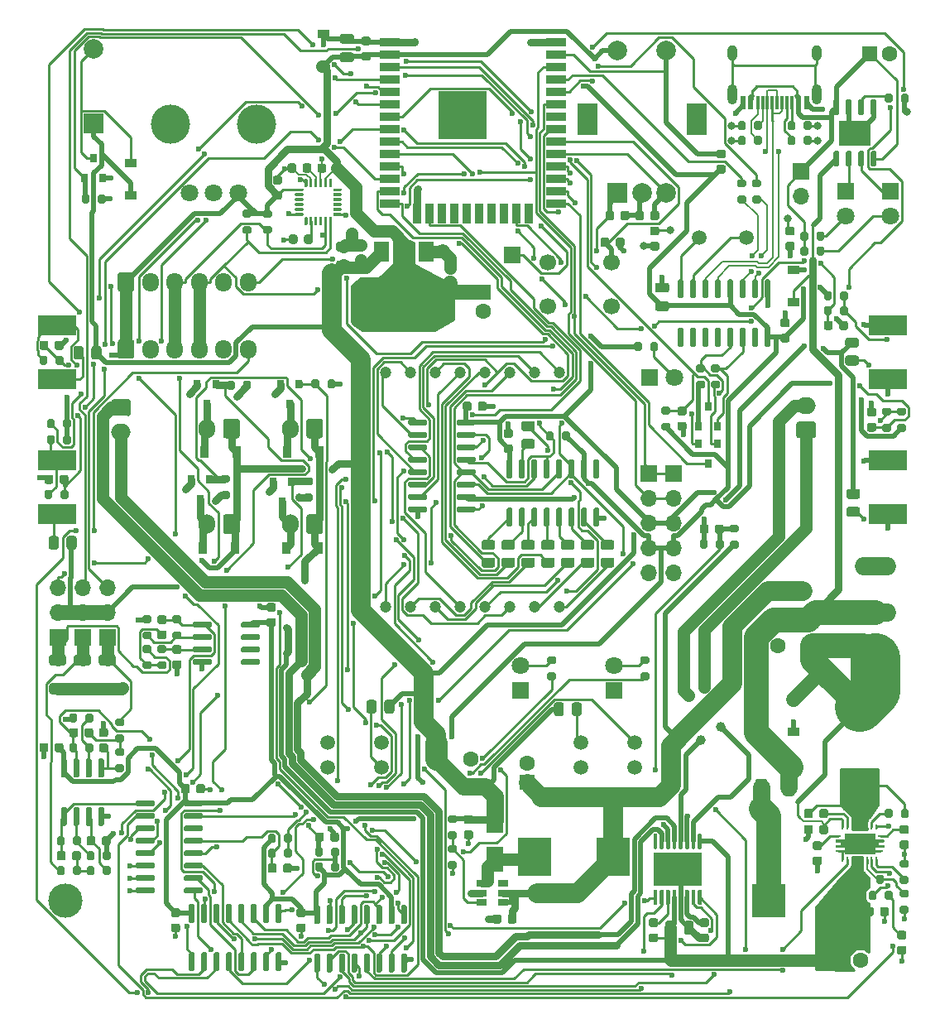
<source format=gbr>
%TF.GenerationSoftware,KiCad,Pcbnew,(5.1.10)-1*%
%TF.CreationDate,2021-06-14T22:23:36+02:00*%
%TF.ProjectId,TrackJet_H01,54726163-6b4a-4657-945f-4830312e6b69,rev?*%
%TF.SameCoordinates,Original*%
%TF.FileFunction,Copper,L1,Top*%
%TF.FilePolarity,Positive*%
%FSLAX46Y46*%
G04 Gerber Fmt 4.6, Leading zero omitted, Abs format (unit mm)*
G04 Created by KiCad (PCBNEW (5.1.10)-1) date 2021-06-14 22:23:36*
%MOMM*%
%LPD*%
G01*
G04 APERTURE LIST*
%TA.AperFunction,EtchedComponent*%
%ADD10C,0.010000*%
%TD*%
%TA.AperFunction,ComponentPad*%
%ADD11C,0.500000*%
%TD*%
%TA.AperFunction,SMDPad,CuDef*%
%ADD12R,5.000000X3.400000*%
%TD*%
%TA.AperFunction,SMDPad,CuDef*%
%ADD13R,1.200000X0.900000*%
%TD*%
%TA.AperFunction,ComponentPad*%
%ADD14C,1.800000*%
%TD*%
%TA.AperFunction,ComponentPad*%
%ADD15R,1.800000X1.800000*%
%TD*%
%TA.AperFunction,ComponentPad*%
%ADD16R,3.500000X3.500000*%
%TD*%
%TA.AperFunction,ComponentPad*%
%ADD17C,3.500000*%
%TD*%
%TA.AperFunction,ComponentPad*%
%ADD18O,1.700000X1.700000*%
%TD*%
%TA.AperFunction,ComponentPad*%
%ADD19R,1.700000X1.700000*%
%TD*%
%TA.AperFunction,ComponentPad*%
%ADD20C,1.500000*%
%TD*%
%TA.AperFunction,SMDPad,CuDef*%
%ADD21R,4.000000X2.000000*%
%TD*%
%TA.AperFunction,ComponentPad*%
%ADD22C,1.200000*%
%TD*%
%TA.AperFunction,SMDPad,CuDef*%
%ADD23R,0.600000X1.450000*%
%TD*%
%TA.AperFunction,SMDPad,CuDef*%
%ADD24R,0.300000X1.450000*%
%TD*%
%TA.AperFunction,ComponentPad*%
%ADD25O,1.000000X2.100000*%
%TD*%
%TA.AperFunction,ComponentPad*%
%ADD26O,1.000000X1.600000*%
%TD*%
%TA.AperFunction,SMDPad,CuDef*%
%ADD27R,0.900000X1.200000*%
%TD*%
%TA.AperFunction,SMDPad,CuDef*%
%ADD28R,0.600000X0.240000*%
%TD*%
%TA.AperFunction,SMDPad,CuDef*%
%ADD29R,0.240000X0.600000*%
%TD*%
%TA.AperFunction,SMDPad,CuDef*%
%ADD30R,3.050000X2.050000*%
%TD*%
%TA.AperFunction,ComponentPad*%
%ADD31C,0.300000*%
%TD*%
%TA.AperFunction,ComponentPad*%
%ADD32O,4.200000X1.900000*%
%TD*%
%TA.AperFunction,ComponentPad*%
%ADD33C,2.000000*%
%TD*%
%TA.AperFunction,ComponentPad*%
%ADD34R,2.000000X2.000000*%
%TD*%
%TA.AperFunction,ComponentPad*%
%ADD35C,1.600000*%
%TD*%
%TA.AperFunction,ComponentPad*%
%ADD36R,1.600000X1.600000*%
%TD*%
%TA.AperFunction,ComponentPad*%
%ADD37O,1.700000X1.950000*%
%TD*%
%TA.AperFunction,SMDPad,CuDef*%
%ADD38R,1.800000X2.500000*%
%TD*%
%TA.AperFunction,SMDPad,CuDef*%
%ADD39R,3.200000X2.514000*%
%TD*%
%TA.AperFunction,SMDPad,CuDef*%
%ADD40R,0.800000X0.900000*%
%TD*%
%TA.AperFunction,ComponentPad*%
%ADD41O,1.700000X2.000000*%
%TD*%
%TA.AperFunction,SMDPad,CuDef*%
%ADD42R,3.500000X4.000000*%
%TD*%
%TA.AperFunction,SMDPad,CuDef*%
%ADD43R,4.000000X3.500000*%
%TD*%
%TA.AperFunction,ComponentPad*%
%ADD44O,2.000000X1.700000*%
%TD*%
%TA.AperFunction,WasherPad*%
%ADD45C,4.000000*%
%TD*%
%TA.AperFunction,ComponentPad*%
%ADD46R,2.000000X3.200000*%
%TD*%
%TA.AperFunction,SMDPad,CuDef*%
%ADD47R,1.500000X2.000000*%
%TD*%
%TA.AperFunction,SMDPad,CuDef*%
%ADD48R,3.800000X2.000000*%
%TD*%
%TA.AperFunction,ComponentPad*%
%ADD49C,1.700000*%
%TD*%
%TA.AperFunction,SMDPad,CuDef*%
%ADD50R,1.060000X0.650000*%
%TD*%
%TA.AperFunction,SMDPad,CuDef*%
%ADD51R,2.000000X0.900000*%
%TD*%
%TA.AperFunction,SMDPad,CuDef*%
%ADD52R,0.900000X2.000000*%
%TD*%
%TA.AperFunction,SMDPad,CuDef*%
%ADD53R,5.000000X5.000000*%
%TD*%
%TA.AperFunction,ViaPad*%
%ADD54C,0.600000*%
%TD*%
%TA.AperFunction,ViaPad*%
%ADD55C,1.000000*%
%TD*%
%TA.AperFunction,ViaPad*%
%ADD56C,1.400000*%
%TD*%
%TA.AperFunction,ViaPad*%
%ADD57C,0.800000*%
%TD*%
%TA.AperFunction,Conductor*%
%ADD58C,2.540000*%
%TD*%
%TA.AperFunction,Conductor*%
%ADD59C,1.778000*%
%TD*%
%TA.AperFunction,Conductor*%
%ADD60C,0.508000*%
%TD*%
%TA.AperFunction,Conductor*%
%ADD61C,1.270000*%
%TD*%
%TA.AperFunction,Conductor*%
%ADD62C,0.254000*%
%TD*%
%TA.AperFunction,Conductor*%
%ADD63C,0.762000*%
%TD*%
%TA.AperFunction,Conductor*%
%ADD64C,0.127000*%
%TD*%
%TA.AperFunction,Conductor*%
%ADD65C,1.524000*%
%TD*%
%TA.AperFunction,Conductor*%
%ADD66C,2.032000*%
%TD*%
%TA.AperFunction,Conductor*%
%ADD67C,2.286000*%
%TD*%
%TA.AperFunction,Conductor*%
%ADD68C,0.203200*%
%TD*%
%TA.AperFunction,Conductor*%
%ADD69C,5.080000*%
%TD*%
%TA.AperFunction,Conductor*%
%ADD70C,0.100000*%
%TD*%
G04 APERTURE END LIST*
D10*
%TO.C,U5*%
G36*
X86107000Y-83318000D02*
G01*
X86982000Y-83318000D01*
X86984617Y-83318069D01*
X86987226Y-83318274D01*
X86989822Y-83318616D01*
X86992396Y-83319093D01*
X86994941Y-83319704D01*
X86997451Y-83320447D01*
X86999918Y-83321321D01*
X87002337Y-83322323D01*
X87004700Y-83323450D01*
X87007000Y-83324699D01*
X87009232Y-83326066D01*
X87011389Y-83327549D01*
X87013466Y-83329143D01*
X87015457Y-83330843D01*
X87017355Y-83332645D01*
X87019157Y-83334543D01*
X87020857Y-83336534D01*
X87022451Y-83338611D01*
X87023934Y-83340768D01*
X87025301Y-83343000D01*
X87026550Y-83345300D01*
X87027677Y-83347663D01*
X87028679Y-83350082D01*
X87029553Y-83352549D01*
X87030296Y-83355059D01*
X87030907Y-83357604D01*
X87031384Y-83360178D01*
X87031726Y-83362774D01*
X87031931Y-83365383D01*
X87032000Y-83368000D01*
X87032000Y-83468000D01*
X87031931Y-83470617D01*
X87031726Y-83473226D01*
X87031384Y-83475822D01*
X87030907Y-83478396D01*
X87030296Y-83480941D01*
X87029553Y-83483451D01*
X87028679Y-83485918D01*
X87027677Y-83488337D01*
X87026550Y-83490700D01*
X87025301Y-83493000D01*
X87023934Y-83495232D01*
X87022451Y-83497389D01*
X87020857Y-83499466D01*
X87019157Y-83501457D01*
X87017355Y-83503355D01*
X87015457Y-83505157D01*
X87013466Y-83506857D01*
X87011389Y-83508451D01*
X87009232Y-83509934D01*
X87007000Y-83511301D01*
X87004700Y-83512550D01*
X87002337Y-83513677D01*
X86999918Y-83514679D01*
X86997451Y-83515553D01*
X86994941Y-83516296D01*
X86992396Y-83516907D01*
X86989822Y-83517384D01*
X86987226Y-83517726D01*
X86984617Y-83517931D01*
X86982000Y-83518000D01*
X86507000Y-83518000D01*
X86507000Y-83868000D01*
X86982000Y-83868000D01*
X86984617Y-83868069D01*
X86987226Y-83868274D01*
X86989822Y-83868616D01*
X86992396Y-83869093D01*
X86994941Y-83869704D01*
X86997451Y-83870447D01*
X86999918Y-83871321D01*
X87002337Y-83872323D01*
X87004700Y-83873450D01*
X87007000Y-83874699D01*
X87009232Y-83876066D01*
X87011389Y-83877549D01*
X87013466Y-83879143D01*
X87015457Y-83880843D01*
X87017355Y-83882645D01*
X87019157Y-83884543D01*
X87020857Y-83886534D01*
X87022451Y-83888611D01*
X87023934Y-83890768D01*
X87025301Y-83893000D01*
X87026550Y-83895300D01*
X87027677Y-83897663D01*
X87028679Y-83900082D01*
X87029553Y-83902549D01*
X87030296Y-83905059D01*
X87030907Y-83907604D01*
X87031384Y-83910178D01*
X87031726Y-83912774D01*
X87031931Y-83915383D01*
X87032000Y-83918000D01*
X87032000Y-84018000D01*
X87031931Y-84020617D01*
X87031726Y-84023226D01*
X87031384Y-84025822D01*
X87030907Y-84028396D01*
X87030296Y-84030941D01*
X87029553Y-84033451D01*
X87028679Y-84035918D01*
X87027677Y-84038337D01*
X87026550Y-84040700D01*
X87025301Y-84043000D01*
X87023934Y-84045232D01*
X87022451Y-84047389D01*
X87020857Y-84049466D01*
X87019157Y-84051457D01*
X87017355Y-84053355D01*
X87015457Y-84055157D01*
X87013466Y-84056857D01*
X87011389Y-84058451D01*
X87009232Y-84059934D01*
X87007000Y-84061301D01*
X87004700Y-84062550D01*
X87002337Y-84063677D01*
X86999918Y-84064679D01*
X86997451Y-84065553D01*
X86994941Y-84066296D01*
X86992396Y-84066907D01*
X86989822Y-84067384D01*
X86987226Y-84067726D01*
X86984617Y-84067931D01*
X86982000Y-84068000D01*
X86107000Y-84068000D01*
X86107000Y-84668000D01*
X86106931Y-84670617D01*
X86106726Y-84673226D01*
X86106384Y-84675822D01*
X86105907Y-84678396D01*
X86105296Y-84680941D01*
X86104553Y-84683451D01*
X86103679Y-84685918D01*
X86102677Y-84688337D01*
X86101550Y-84690700D01*
X86100301Y-84693000D01*
X86098934Y-84695232D01*
X86097451Y-84697389D01*
X86095857Y-84699466D01*
X86094157Y-84701457D01*
X86092355Y-84703355D01*
X86090457Y-84705157D01*
X86088466Y-84706857D01*
X86086389Y-84708451D01*
X86084232Y-84709934D01*
X86082000Y-84711301D01*
X86079700Y-84712550D01*
X86077337Y-84713677D01*
X86074918Y-84714679D01*
X86072451Y-84715553D01*
X86069941Y-84716296D01*
X86067396Y-84716907D01*
X86064822Y-84717384D01*
X86062226Y-84717726D01*
X86059617Y-84717931D01*
X86057000Y-84718000D01*
X83107000Y-84718000D01*
X83104383Y-84717931D01*
X83101774Y-84717726D01*
X83099178Y-84717384D01*
X83096604Y-84716907D01*
X83094059Y-84716296D01*
X83091549Y-84715553D01*
X83089082Y-84714679D01*
X83086663Y-84713677D01*
X83084300Y-84712550D01*
X83082000Y-84711301D01*
X83079768Y-84709934D01*
X83077611Y-84708451D01*
X83075534Y-84706857D01*
X83073543Y-84705157D01*
X83071645Y-84703355D01*
X83069843Y-84701457D01*
X83068143Y-84699466D01*
X83066549Y-84697389D01*
X83065066Y-84695232D01*
X83063699Y-84693000D01*
X83062450Y-84690700D01*
X83061323Y-84688337D01*
X83060321Y-84685918D01*
X83059447Y-84683451D01*
X83058704Y-84680941D01*
X83058093Y-84678396D01*
X83057616Y-84675822D01*
X83057274Y-84673226D01*
X83057069Y-84670617D01*
X83057000Y-84668000D01*
X83057000Y-84068000D01*
X82182000Y-84068000D01*
X82179383Y-84067931D01*
X82176774Y-84067726D01*
X82174178Y-84067384D01*
X82171604Y-84066907D01*
X82169059Y-84066296D01*
X82166549Y-84065553D01*
X82164082Y-84064679D01*
X82161663Y-84063677D01*
X82159300Y-84062550D01*
X82157000Y-84061301D01*
X82154768Y-84059934D01*
X82152611Y-84058451D01*
X82150534Y-84056857D01*
X82148543Y-84055157D01*
X82146645Y-84053355D01*
X82144843Y-84051457D01*
X82143143Y-84049466D01*
X82141549Y-84047389D01*
X82140066Y-84045232D01*
X82138699Y-84043000D01*
X82137450Y-84040700D01*
X82136323Y-84038337D01*
X82135321Y-84035918D01*
X82134447Y-84033451D01*
X82133704Y-84030941D01*
X82133093Y-84028396D01*
X82132616Y-84025822D01*
X82132274Y-84023226D01*
X82132069Y-84020617D01*
X82132000Y-84018000D01*
X82132000Y-83918000D01*
X82132069Y-83915383D01*
X82132274Y-83912774D01*
X82132616Y-83910178D01*
X82133093Y-83907604D01*
X82133704Y-83905059D01*
X82134447Y-83902549D01*
X82135321Y-83900082D01*
X82136323Y-83897663D01*
X82137450Y-83895300D01*
X82138699Y-83893000D01*
X82140066Y-83890768D01*
X82141549Y-83888611D01*
X82143143Y-83886534D01*
X82144843Y-83884543D01*
X82146645Y-83882645D01*
X82148543Y-83880843D01*
X82150534Y-83879143D01*
X82152611Y-83877549D01*
X82154768Y-83876066D01*
X82157000Y-83874699D01*
X82159300Y-83873450D01*
X82161663Y-83872323D01*
X82164082Y-83871321D01*
X82166549Y-83870447D01*
X82169059Y-83869704D01*
X82171604Y-83869093D01*
X82174178Y-83868616D01*
X82176774Y-83868274D01*
X82179383Y-83868069D01*
X82182000Y-83868000D01*
X82657000Y-83868000D01*
X82657000Y-83518000D01*
X82182000Y-83518000D01*
X82179383Y-83517931D01*
X82176774Y-83517726D01*
X82174178Y-83517384D01*
X82171604Y-83516907D01*
X82169059Y-83516296D01*
X82166549Y-83515553D01*
X82164082Y-83514679D01*
X82161663Y-83513677D01*
X82159300Y-83512550D01*
X82157000Y-83511301D01*
X82154768Y-83509934D01*
X82152611Y-83508451D01*
X82150534Y-83506857D01*
X82148543Y-83505157D01*
X82146645Y-83503355D01*
X82144843Y-83501457D01*
X82143143Y-83499466D01*
X82141549Y-83497389D01*
X82140066Y-83495232D01*
X82138699Y-83493000D01*
X82137450Y-83490700D01*
X82136323Y-83488337D01*
X82135321Y-83485918D01*
X82134447Y-83483451D01*
X82133704Y-83480941D01*
X82133093Y-83478396D01*
X82132616Y-83475822D01*
X82132274Y-83473226D01*
X82132069Y-83470617D01*
X82132000Y-83468000D01*
X82132000Y-83368000D01*
X82132069Y-83365383D01*
X82132274Y-83362774D01*
X82132616Y-83360178D01*
X82133093Y-83357604D01*
X82133704Y-83355059D01*
X82134447Y-83352549D01*
X82135321Y-83350082D01*
X82136323Y-83347663D01*
X82137450Y-83345300D01*
X82138699Y-83343000D01*
X82140066Y-83340768D01*
X82141549Y-83338611D01*
X82143143Y-83336534D01*
X82144843Y-83334543D01*
X82146645Y-83332645D01*
X82148543Y-83330843D01*
X82150534Y-83329143D01*
X82152611Y-83327549D01*
X82154768Y-83326066D01*
X82157000Y-83324699D01*
X82159300Y-83323450D01*
X82161663Y-83322323D01*
X82164082Y-83321321D01*
X82166549Y-83320447D01*
X82169059Y-83319704D01*
X82171604Y-83319093D01*
X82174178Y-83318616D01*
X82176774Y-83318274D01*
X82179383Y-83318069D01*
X82182000Y-83318000D01*
X83057000Y-83318000D01*
X83057000Y-82718000D01*
X83057069Y-82715383D01*
X83057274Y-82712774D01*
X83057616Y-82710178D01*
X83058093Y-82707604D01*
X83058704Y-82705059D01*
X83059447Y-82702549D01*
X83060321Y-82700082D01*
X83061323Y-82697663D01*
X83062450Y-82695300D01*
X83063699Y-82693000D01*
X83065066Y-82690768D01*
X83066549Y-82688611D01*
X83068143Y-82686534D01*
X83069843Y-82684543D01*
X83071645Y-82682645D01*
X83073543Y-82680843D01*
X83075534Y-82679143D01*
X83077611Y-82677549D01*
X83079768Y-82676066D01*
X83082000Y-82674699D01*
X83084300Y-82673450D01*
X83086663Y-82672323D01*
X83089082Y-82671321D01*
X83091549Y-82670447D01*
X83094059Y-82669704D01*
X83096604Y-82669093D01*
X83099178Y-82668616D01*
X83101774Y-82668274D01*
X83104383Y-82668069D01*
X83107000Y-82668000D01*
X86057000Y-82668000D01*
X86059617Y-82668069D01*
X86062226Y-82668274D01*
X86064822Y-82668616D01*
X86067396Y-82669093D01*
X86069941Y-82669704D01*
X86072451Y-82670447D01*
X86074918Y-82671321D01*
X86077337Y-82672323D01*
X86079700Y-82673450D01*
X86082000Y-82674699D01*
X86084232Y-82676066D01*
X86086389Y-82677549D01*
X86088466Y-82679143D01*
X86090457Y-82680843D01*
X86092355Y-82682645D01*
X86094157Y-82684543D01*
X86095857Y-82686534D01*
X86097451Y-82688611D01*
X86098934Y-82690768D01*
X86100301Y-82693000D01*
X86101550Y-82695300D01*
X86102677Y-82697663D01*
X86103679Y-82700082D01*
X86104553Y-82702549D01*
X86105296Y-82705059D01*
X86105907Y-82707604D01*
X86106384Y-82710178D01*
X86106726Y-82712774D01*
X86106931Y-82715383D01*
X86107000Y-82718000D01*
X86107000Y-83318000D01*
G37*
X86107000Y-83318000D02*
X86982000Y-83318000D01*
X86984617Y-83318069D01*
X86987226Y-83318274D01*
X86989822Y-83318616D01*
X86992396Y-83319093D01*
X86994941Y-83319704D01*
X86997451Y-83320447D01*
X86999918Y-83321321D01*
X87002337Y-83322323D01*
X87004700Y-83323450D01*
X87007000Y-83324699D01*
X87009232Y-83326066D01*
X87011389Y-83327549D01*
X87013466Y-83329143D01*
X87015457Y-83330843D01*
X87017355Y-83332645D01*
X87019157Y-83334543D01*
X87020857Y-83336534D01*
X87022451Y-83338611D01*
X87023934Y-83340768D01*
X87025301Y-83343000D01*
X87026550Y-83345300D01*
X87027677Y-83347663D01*
X87028679Y-83350082D01*
X87029553Y-83352549D01*
X87030296Y-83355059D01*
X87030907Y-83357604D01*
X87031384Y-83360178D01*
X87031726Y-83362774D01*
X87031931Y-83365383D01*
X87032000Y-83368000D01*
X87032000Y-83468000D01*
X87031931Y-83470617D01*
X87031726Y-83473226D01*
X87031384Y-83475822D01*
X87030907Y-83478396D01*
X87030296Y-83480941D01*
X87029553Y-83483451D01*
X87028679Y-83485918D01*
X87027677Y-83488337D01*
X87026550Y-83490700D01*
X87025301Y-83493000D01*
X87023934Y-83495232D01*
X87022451Y-83497389D01*
X87020857Y-83499466D01*
X87019157Y-83501457D01*
X87017355Y-83503355D01*
X87015457Y-83505157D01*
X87013466Y-83506857D01*
X87011389Y-83508451D01*
X87009232Y-83509934D01*
X87007000Y-83511301D01*
X87004700Y-83512550D01*
X87002337Y-83513677D01*
X86999918Y-83514679D01*
X86997451Y-83515553D01*
X86994941Y-83516296D01*
X86992396Y-83516907D01*
X86989822Y-83517384D01*
X86987226Y-83517726D01*
X86984617Y-83517931D01*
X86982000Y-83518000D01*
X86507000Y-83518000D01*
X86507000Y-83868000D01*
X86982000Y-83868000D01*
X86984617Y-83868069D01*
X86987226Y-83868274D01*
X86989822Y-83868616D01*
X86992396Y-83869093D01*
X86994941Y-83869704D01*
X86997451Y-83870447D01*
X86999918Y-83871321D01*
X87002337Y-83872323D01*
X87004700Y-83873450D01*
X87007000Y-83874699D01*
X87009232Y-83876066D01*
X87011389Y-83877549D01*
X87013466Y-83879143D01*
X87015457Y-83880843D01*
X87017355Y-83882645D01*
X87019157Y-83884543D01*
X87020857Y-83886534D01*
X87022451Y-83888611D01*
X87023934Y-83890768D01*
X87025301Y-83893000D01*
X87026550Y-83895300D01*
X87027677Y-83897663D01*
X87028679Y-83900082D01*
X87029553Y-83902549D01*
X87030296Y-83905059D01*
X87030907Y-83907604D01*
X87031384Y-83910178D01*
X87031726Y-83912774D01*
X87031931Y-83915383D01*
X87032000Y-83918000D01*
X87032000Y-84018000D01*
X87031931Y-84020617D01*
X87031726Y-84023226D01*
X87031384Y-84025822D01*
X87030907Y-84028396D01*
X87030296Y-84030941D01*
X87029553Y-84033451D01*
X87028679Y-84035918D01*
X87027677Y-84038337D01*
X87026550Y-84040700D01*
X87025301Y-84043000D01*
X87023934Y-84045232D01*
X87022451Y-84047389D01*
X87020857Y-84049466D01*
X87019157Y-84051457D01*
X87017355Y-84053355D01*
X87015457Y-84055157D01*
X87013466Y-84056857D01*
X87011389Y-84058451D01*
X87009232Y-84059934D01*
X87007000Y-84061301D01*
X87004700Y-84062550D01*
X87002337Y-84063677D01*
X86999918Y-84064679D01*
X86997451Y-84065553D01*
X86994941Y-84066296D01*
X86992396Y-84066907D01*
X86989822Y-84067384D01*
X86987226Y-84067726D01*
X86984617Y-84067931D01*
X86982000Y-84068000D01*
X86107000Y-84068000D01*
X86107000Y-84668000D01*
X86106931Y-84670617D01*
X86106726Y-84673226D01*
X86106384Y-84675822D01*
X86105907Y-84678396D01*
X86105296Y-84680941D01*
X86104553Y-84683451D01*
X86103679Y-84685918D01*
X86102677Y-84688337D01*
X86101550Y-84690700D01*
X86100301Y-84693000D01*
X86098934Y-84695232D01*
X86097451Y-84697389D01*
X86095857Y-84699466D01*
X86094157Y-84701457D01*
X86092355Y-84703355D01*
X86090457Y-84705157D01*
X86088466Y-84706857D01*
X86086389Y-84708451D01*
X86084232Y-84709934D01*
X86082000Y-84711301D01*
X86079700Y-84712550D01*
X86077337Y-84713677D01*
X86074918Y-84714679D01*
X86072451Y-84715553D01*
X86069941Y-84716296D01*
X86067396Y-84716907D01*
X86064822Y-84717384D01*
X86062226Y-84717726D01*
X86059617Y-84717931D01*
X86057000Y-84718000D01*
X83107000Y-84718000D01*
X83104383Y-84717931D01*
X83101774Y-84717726D01*
X83099178Y-84717384D01*
X83096604Y-84716907D01*
X83094059Y-84716296D01*
X83091549Y-84715553D01*
X83089082Y-84714679D01*
X83086663Y-84713677D01*
X83084300Y-84712550D01*
X83082000Y-84711301D01*
X83079768Y-84709934D01*
X83077611Y-84708451D01*
X83075534Y-84706857D01*
X83073543Y-84705157D01*
X83071645Y-84703355D01*
X83069843Y-84701457D01*
X83068143Y-84699466D01*
X83066549Y-84697389D01*
X83065066Y-84695232D01*
X83063699Y-84693000D01*
X83062450Y-84690700D01*
X83061323Y-84688337D01*
X83060321Y-84685918D01*
X83059447Y-84683451D01*
X83058704Y-84680941D01*
X83058093Y-84678396D01*
X83057616Y-84675822D01*
X83057274Y-84673226D01*
X83057069Y-84670617D01*
X83057000Y-84668000D01*
X83057000Y-84068000D01*
X82182000Y-84068000D01*
X82179383Y-84067931D01*
X82176774Y-84067726D01*
X82174178Y-84067384D01*
X82171604Y-84066907D01*
X82169059Y-84066296D01*
X82166549Y-84065553D01*
X82164082Y-84064679D01*
X82161663Y-84063677D01*
X82159300Y-84062550D01*
X82157000Y-84061301D01*
X82154768Y-84059934D01*
X82152611Y-84058451D01*
X82150534Y-84056857D01*
X82148543Y-84055157D01*
X82146645Y-84053355D01*
X82144843Y-84051457D01*
X82143143Y-84049466D01*
X82141549Y-84047389D01*
X82140066Y-84045232D01*
X82138699Y-84043000D01*
X82137450Y-84040700D01*
X82136323Y-84038337D01*
X82135321Y-84035918D01*
X82134447Y-84033451D01*
X82133704Y-84030941D01*
X82133093Y-84028396D01*
X82132616Y-84025822D01*
X82132274Y-84023226D01*
X82132069Y-84020617D01*
X82132000Y-84018000D01*
X82132000Y-83918000D01*
X82132069Y-83915383D01*
X82132274Y-83912774D01*
X82132616Y-83910178D01*
X82133093Y-83907604D01*
X82133704Y-83905059D01*
X82134447Y-83902549D01*
X82135321Y-83900082D01*
X82136323Y-83897663D01*
X82137450Y-83895300D01*
X82138699Y-83893000D01*
X82140066Y-83890768D01*
X82141549Y-83888611D01*
X82143143Y-83886534D01*
X82144843Y-83884543D01*
X82146645Y-83882645D01*
X82148543Y-83880843D01*
X82150534Y-83879143D01*
X82152611Y-83877549D01*
X82154768Y-83876066D01*
X82157000Y-83874699D01*
X82159300Y-83873450D01*
X82161663Y-83872323D01*
X82164082Y-83871321D01*
X82166549Y-83870447D01*
X82169059Y-83869704D01*
X82171604Y-83869093D01*
X82174178Y-83868616D01*
X82176774Y-83868274D01*
X82179383Y-83868069D01*
X82182000Y-83868000D01*
X82657000Y-83868000D01*
X82657000Y-83518000D01*
X82182000Y-83518000D01*
X82179383Y-83517931D01*
X82176774Y-83517726D01*
X82174178Y-83517384D01*
X82171604Y-83516907D01*
X82169059Y-83516296D01*
X82166549Y-83515553D01*
X82164082Y-83514679D01*
X82161663Y-83513677D01*
X82159300Y-83512550D01*
X82157000Y-83511301D01*
X82154768Y-83509934D01*
X82152611Y-83508451D01*
X82150534Y-83506857D01*
X82148543Y-83505157D01*
X82146645Y-83503355D01*
X82144843Y-83501457D01*
X82143143Y-83499466D01*
X82141549Y-83497389D01*
X82140066Y-83495232D01*
X82138699Y-83493000D01*
X82137450Y-83490700D01*
X82136323Y-83488337D01*
X82135321Y-83485918D01*
X82134447Y-83483451D01*
X82133704Y-83480941D01*
X82133093Y-83478396D01*
X82132616Y-83475822D01*
X82132274Y-83473226D01*
X82132069Y-83470617D01*
X82132000Y-83468000D01*
X82132000Y-83368000D01*
X82132069Y-83365383D01*
X82132274Y-83362774D01*
X82132616Y-83360178D01*
X82133093Y-83357604D01*
X82133704Y-83355059D01*
X82134447Y-83352549D01*
X82135321Y-83350082D01*
X82136323Y-83347663D01*
X82137450Y-83345300D01*
X82138699Y-83343000D01*
X82140066Y-83340768D01*
X82141549Y-83338611D01*
X82143143Y-83336534D01*
X82144843Y-83334543D01*
X82146645Y-83332645D01*
X82148543Y-83330843D01*
X82150534Y-83329143D01*
X82152611Y-83327549D01*
X82154768Y-83326066D01*
X82157000Y-83324699D01*
X82159300Y-83323450D01*
X82161663Y-83322323D01*
X82164082Y-83321321D01*
X82166549Y-83320447D01*
X82169059Y-83319704D01*
X82171604Y-83319093D01*
X82174178Y-83318616D01*
X82176774Y-83318274D01*
X82179383Y-83318069D01*
X82182000Y-83318000D01*
X83057000Y-83318000D01*
X83057000Y-82718000D01*
X83057069Y-82715383D01*
X83057274Y-82712774D01*
X83057616Y-82710178D01*
X83058093Y-82707604D01*
X83058704Y-82705059D01*
X83059447Y-82702549D01*
X83060321Y-82700082D01*
X83061323Y-82697663D01*
X83062450Y-82695300D01*
X83063699Y-82693000D01*
X83065066Y-82690768D01*
X83066549Y-82688611D01*
X83068143Y-82686534D01*
X83069843Y-82684543D01*
X83071645Y-82682645D01*
X83073543Y-82680843D01*
X83075534Y-82679143D01*
X83077611Y-82677549D01*
X83079768Y-82676066D01*
X83082000Y-82674699D01*
X83084300Y-82673450D01*
X83086663Y-82672323D01*
X83089082Y-82671321D01*
X83091549Y-82670447D01*
X83094059Y-82669704D01*
X83096604Y-82669093D01*
X83099178Y-82668616D01*
X83101774Y-82668274D01*
X83104383Y-82668069D01*
X83107000Y-82668000D01*
X86057000Y-82668000D01*
X86059617Y-82668069D01*
X86062226Y-82668274D01*
X86064822Y-82668616D01*
X86067396Y-82669093D01*
X86069941Y-82669704D01*
X86072451Y-82670447D01*
X86074918Y-82671321D01*
X86077337Y-82672323D01*
X86079700Y-82673450D01*
X86082000Y-82674699D01*
X86084232Y-82676066D01*
X86086389Y-82677549D01*
X86088466Y-82679143D01*
X86090457Y-82680843D01*
X86092355Y-82682645D01*
X86094157Y-82684543D01*
X86095857Y-82686534D01*
X86097451Y-82688611D01*
X86098934Y-82690768D01*
X86100301Y-82693000D01*
X86101550Y-82695300D01*
X86102677Y-82697663D01*
X86103679Y-82700082D01*
X86104553Y-82702549D01*
X86105296Y-82705059D01*
X86105907Y-82707604D01*
X86106384Y-82710178D01*
X86106726Y-82712774D01*
X86106931Y-82715383D01*
X86107000Y-82718000D01*
X86107000Y-83318000D01*
%TD*%
D11*
%TO.P,U22,17*%
%TO.N,GND*%
X64468000Y-87110000D03*
X64468000Y-85610000D03*
X65968000Y-87110000D03*
X65968000Y-85610000D03*
X67468000Y-87110000D03*
X67468000Y-85610000D03*
D12*
X65968000Y-86360000D03*
%TO.P,U22,16*%
%TO.N,/Motors/MOTB_IN1*%
%TA.AperFunction,SMDPad,CuDef*%
G36*
G01*
X68143000Y-88435000D02*
X68343000Y-88435000D01*
G75*
G02*
X68443000Y-88535000I0J-100000D01*
G01*
X68443000Y-89910000D01*
G75*
G02*
X68343000Y-90010000I-100000J0D01*
G01*
X68143000Y-90010000D01*
G75*
G02*
X68043000Y-89910000I0J100000D01*
G01*
X68043000Y-88535000D01*
G75*
G02*
X68143000Y-88435000I100000J0D01*
G01*
G37*
%TD.AperFunction*%
%TO.P,U22,15*%
%TO.N,/Motors/MOTB_IN2*%
%TA.AperFunction,SMDPad,CuDef*%
G36*
G01*
X67493000Y-88435000D02*
X67693000Y-88435000D01*
G75*
G02*
X67793000Y-88535000I0J-100000D01*
G01*
X67793000Y-89910000D01*
G75*
G02*
X67693000Y-90010000I-100000J0D01*
G01*
X67493000Y-90010000D01*
G75*
G02*
X67393000Y-89910000I0J100000D01*
G01*
X67393000Y-88535000D01*
G75*
G02*
X67493000Y-88435000I100000J0D01*
G01*
G37*
%TD.AperFunction*%
%TO.P,U22,14*%
%TO.N,Net-(C23-Pad1)*%
%TA.AperFunction,SMDPad,CuDef*%
G36*
G01*
X66843000Y-88435000D02*
X67043000Y-88435000D01*
G75*
G02*
X67143000Y-88535000I0J-100000D01*
G01*
X67143000Y-89910000D01*
G75*
G02*
X67043000Y-90010000I-100000J0D01*
G01*
X66843000Y-90010000D01*
G75*
G02*
X66743000Y-89910000I0J100000D01*
G01*
X66743000Y-88535000D01*
G75*
G02*
X66843000Y-88435000I100000J0D01*
G01*
G37*
%TD.AperFunction*%
%TO.P,U22,13*%
%TO.N,GND*%
%TA.AperFunction,SMDPad,CuDef*%
G36*
G01*
X66193000Y-88435000D02*
X66393000Y-88435000D01*
G75*
G02*
X66493000Y-88535000I0J-100000D01*
G01*
X66493000Y-89910000D01*
G75*
G02*
X66393000Y-90010000I-100000J0D01*
G01*
X66193000Y-90010000D01*
G75*
G02*
X66093000Y-89910000I0J100000D01*
G01*
X66093000Y-88535000D01*
G75*
G02*
X66193000Y-88435000I100000J0D01*
G01*
G37*
%TD.AperFunction*%
%TO.P,U22,12*%
%TO.N,+12V*%
%TA.AperFunction,SMDPad,CuDef*%
G36*
G01*
X65543000Y-88435000D02*
X65743000Y-88435000D01*
G75*
G02*
X65843000Y-88535000I0J-100000D01*
G01*
X65843000Y-89910000D01*
G75*
G02*
X65743000Y-90010000I-100000J0D01*
G01*
X65543000Y-90010000D01*
G75*
G02*
X65443000Y-89910000I0J100000D01*
G01*
X65443000Y-88535000D01*
G75*
G02*
X65543000Y-88435000I100000J0D01*
G01*
G37*
%TD.AperFunction*%
%TO.P,U22,11*%
%TO.N,Net-(C25-Pad2)*%
%TA.AperFunction,SMDPad,CuDef*%
G36*
G01*
X64893000Y-88435000D02*
X65093000Y-88435000D01*
G75*
G02*
X65193000Y-88535000I0J-100000D01*
G01*
X65193000Y-89910000D01*
G75*
G02*
X65093000Y-90010000I-100000J0D01*
G01*
X64893000Y-90010000D01*
G75*
G02*
X64793000Y-89910000I0J100000D01*
G01*
X64793000Y-88535000D01*
G75*
G02*
X64893000Y-88435000I100000J0D01*
G01*
G37*
%TD.AperFunction*%
%TO.P,U22,10*%
%TO.N,/Motors/MOTA_IN2*%
%TA.AperFunction,SMDPad,CuDef*%
G36*
G01*
X64243000Y-88435000D02*
X64443000Y-88435000D01*
G75*
G02*
X64543000Y-88535000I0J-100000D01*
G01*
X64543000Y-89910000D01*
G75*
G02*
X64443000Y-90010000I-100000J0D01*
G01*
X64243000Y-90010000D01*
G75*
G02*
X64143000Y-89910000I0J100000D01*
G01*
X64143000Y-88535000D01*
G75*
G02*
X64243000Y-88435000I100000J0D01*
G01*
G37*
%TD.AperFunction*%
%TO.P,U22,9*%
%TO.N,/Motors/MOTA_IN1*%
%TA.AperFunction,SMDPad,CuDef*%
G36*
G01*
X63593000Y-88435000D02*
X63793000Y-88435000D01*
G75*
G02*
X63893000Y-88535000I0J-100000D01*
G01*
X63893000Y-89910000D01*
G75*
G02*
X63793000Y-90010000I-100000J0D01*
G01*
X63593000Y-90010000D01*
G75*
G02*
X63493000Y-89910000I0J100000D01*
G01*
X63493000Y-88535000D01*
G75*
G02*
X63593000Y-88435000I100000J0D01*
G01*
G37*
%TD.AperFunction*%
%TO.P,U22,8*%
%TO.N,N/C*%
%TA.AperFunction,SMDPad,CuDef*%
G36*
G01*
X63593000Y-82710000D02*
X63793000Y-82710000D01*
G75*
G02*
X63893000Y-82810000I0J-100000D01*
G01*
X63893000Y-84185000D01*
G75*
G02*
X63793000Y-84285000I-100000J0D01*
G01*
X63593000Y-84285000D01*
G75*
G02*
X63493000Y-84185000I0J100000D01*
G01*
X63493000Y-82810000D01*
G75*
G02*
X63593000Y-82710000I100000J0D01*
G01*
G37*
%TD.AperFunction*%
%TO.P,U22,7*%
%TO.N,Net-(J7-Pad1)*%
%TA.AperFunction,SMDPad,CuDef*%
G36*
G01*
X64243000Y-82710000D02*
X64443000Y-82710000D01*
G75*
G02*
X64543000Y-82810000I0J-100000D01*
G01*
X64543000Y-84185000D01*
G75*
G02*
X64443000Y-84285000I-100000J0D01*
G01*
X64243000Y-84285000D01*
G75*
G02*
X64143000Y-84185000I0J100000D01*
G01*
X64143000Y-82810000D01*
G75*
G02*
X64243000Y-82710000I100000J0D01*
G01*
G37*
%TD.AperFunction*%
%TO.P,U22,6*%
%TO.N,Net-(R77-Pad1)*%
%TA.AperFunction,SMDPad,CuDef*%
G36*
G01*
X64893000Y-82710000D02*
X65093000Y-82710000D01*
G75*
G02*
X65193000Y-82810000I0J-100000D01*
G01*
X65193000Y-84185000D01*
G75*
G02*
X65093000Y-84285000I-100000J0D01*
G01*
X64893000Y-84285000D01*
G75*
G02*
X64793000Y-84185000I0J100000D01*
G01*
X64793000Y-82810000D01*
G75*
G02*
X64893000Y-82710000I100000J0D01*
G01*
G37*
%TD.AperFunction*%
%TO.P,U22,5*%
%TO.N,Net-(J7-Pad2)*%
%TA.AperFunction,SMDPad,CuDef*%
G36*
G01*
X65543000Y-82710000D02*
X65743000Y-82710000D01*
G75*
G02*
X65843000Y-82810000I0J-100000D01*
G01*
X65843000Y-84185000D01*
G75*
G02*
X65743000Y-84285000I-100000J0D01*
G01*
X65543000Y-84285000D01*
G75*
G02*
X65443000Y-84185000I0J100000D01*
G01*
X65443000Y-82810000D01*
G75*
G02*
X65543000Y-82710000I100000J0D01*
G01*
G37*
%TD.AperFunction*%
%TO.P,U22,4*%
%TO.N,Net-(J9-Pad2)*%
%TA.AperFunction,SMDPad,CuDef*%
G36*
G01*
X66193000Y-82710000D02*
X66393000Y-82710000D01*
G75*
G02*
X66493000Y-82810000I0J-100000D01*
G01*
X66493000Y-84185000D01*
G75*
G02*
X66393000Y-84285000I-100000J0D01*
G01*
X66193000Y-84285000D01*
G75*
G02*
X66093000Y-84185000I0J100000D01*
G01*
X66093000Y-82810000D01*
G75*
G02*
X66193000Y-82710000I100000J0D01*
G01*
G37*
%TD.AperFunction*%
%TO.P,U22,3*%
%TO.N,Net-(R76-Pad1)*%
%TA.AperFunction,SMDPad,CuDef*%
G36*
G01*
X66843000Y-82710000D02*
X67043000Y-82710000D01*
G75*
G02*
X67143000Y-82810000I0J-100000D01*
G01*
X67143000Y-84185000D01*
G75*
G02*
X67043000Y-84285000I-100000J0D01*
G01*
X66843000Y-84285000D01*
G75*
G02*
X66743000Y-84185000I0J100000D01*
G01*
X66743000Y-82810000D01*
G75*
G02*
X66843000Y-82710000I100000J0D01*
G01*
G37*
%TD.AperFunction*%
%TO.P,U22,2*%
%TO.N,Net-(J9-Pad1)*%
%TA.AperFunction,SMDPad,CuDef*%
G36*
G01*
X67493000Y-82710000D02*
X67693000Y-82710000D01*
G75*
G02*
X67793000Y-82810000I0J-100000D01*
G01*
X67793000Y-84185000D01*
G75*
G02*
X67693000Y-84285000I-100000J0D01*
G01*
X67493000Y-84285000D01*
G75*
G02*
X67393000Y-84185000I0J100000D01*
G01*
X67393000Y-82810000D01*
G75*
G02*
X67493000Y-82710000I100000J0D01*
G01*
G37*
%TD.AperFunction*%
%TO.P,U22,1*%
%TO.N,+12V*%
%TA.AperFunction,SMDPad,CuDef*%
G36*
G01*
X68143000Y-82710000D02*
X68343000Y-82710000D01*
G75*
G02*
X68443000Y-82810000I0J-100000D01*
G01*
X68443000Y-84185000D01*
G75*
G02*
X68343000Y-84285000I-100000J0D01*
G01*
X68143000Y-84285000D01*
G75*
G02*
X68043000Y-84185000I0J100000D01*
G01*
X68043000Y-82810000D01*
G75*
G02*
X68143000Y-82710000I100000J0D01*
G01*
G37*
%TD.AperFunction*%
%TD*%
%TO.P,C25,2*%
%TO.N,Net-(C25-Pad2)*%
%TA.AperFunction,SMDPad,CuDef*%
G36*
G01*
X63750000Y-92258000D02*
X63250000Y-92258000D01*
G75*
G02*
X63025000Y-92033000I0J225000D01*
G01*
X63025000Y-91583000D01*
G75*
G02*
X63250000Y-91358000I225000J0D01*
G01*
X63750000Y-91358000D01*
G75*
G02*
X63975000Y-91583000I0J-225000D01*
G01*
X63975000Y-92033000D01*
G75*
G02*
X63750000Y-92258000I-225000J0D01*
G01*
G37*
%TD.AperFunction*%
%TO.P,C25,1*%
%TO.N,+12V*%
%TA.AperFunction,SMDPad,CuDef*%
G36*
G01*
X63750000Y-93808000D02*
X63250000Y-93808000D01*
G75*
G02*
X63025000Y-93583000I0J225000D01*
G01*
X63025000Y-93133000D01*
G75*
G02*
X63250000Y-92908000I225000J0D01*
G01*
X63750000Y-92908000D01*
G75*
G02*
X63975000Y-93133000I0J-225000D01*
G01*
X63975000Y-93583000D01*
G75*
G02*
X63750000Y-93808000I-225000J0D01*
G01*
G37*
%TD.AperFunction*%
%TD*%
%TO.P,C24,2*%
%TO.N,GND*%
%TA.AperFunction,SMDPad,CuDef*%
G36*
G01*
X66617000Y-92804000D02*
X66617000Y-91854000D01*
G75*
G02*
X66867000Y-91604000I250000J0D01*
G01*
X67367000Y-91604000D01*
G75*
G02*
X67617000Y-91854000I0J-250000D01*
G01*
X67617000Y-92804000D01*
G75*
G02*
X67367000Y-93054000I-250000J0D01*
G01*
X66867000Y-93054000D01*
G75*
G02*
X66617000Y-92804000I0J250000D01*
G01*
G37*
%TD.AperFunction*%
%TO.P,C24,1*%
%TO.N,+12V*%
%TA.AperFunction,SMDPad,CuDef*%
G36*
G01*
X64717000Y-92804000D02*
X64717000Y-91854000D01*
G75*
G02*
X64967000Y-91604000I250000J0D01*
G01*
X65467000Y-91604000D01*
G75*
G02*
X65717000Y-91854000I0J-250000D01*
G01*
X65717000Y-92804000D01*
G75*
G02*
X65467000Y-93054000I-250000J0D01*
G01*
X64967000Y-93054000D01*
G75*
G02*
X64717000Y-92804000I0J250000D01*
G01*
G37*
%TD.AperFunction*%
%TD*%
%TO.P,C23,2*%
%TO.N,GND*%
%TA.AperFunction,SMDPad,CuDef*%
G36*
G01*
X68457000Y-92908000D02*
X68957000Y-92908000D01*
G75*
G02*
X69182000Y-93133000I0J-225000D01*
G01*
X69182000Y-93583000D01*
G75*
G02*
X68957000Y-93808000I-225000J0D01*
G01*
X68457000Y-93808000D01*
G75*
G02*
X68232000Y-93583000I0J225000D01*
G01*
X68232000Y-93133000D01*
G75*
G02*
X68457000Y-92908000I225000J0D01*
G01*
G37*
%TD.AperFunction*%
%TO.P,C23,1*%
%TO.N,Net-(C23-Pad1)*%
%TA.AperFunction,SMDPad,CuDef*%
G36*
G01*
X68457000Y-91358000D02*
X68957000Y-91358000D01*
G75*
G02*
X69182000Y-91583000I0J-225000D01*
G01*
X69182000Y-92033000D01*
G75*
G02*
X68957000Y-92258000I-225000J0D01*
G01*
X68457000Y-92258000D01*
G75*
G02*
X68232000Y-92033000I0J225000D01*
G01*
X68232000Y-91583000D01*
G75*
G02*
X68457000Y-91358000I225000J0D01*
G01*
G37*
%TD.AperFunction*%
%TD*%
D13*
%TO.P,D15,2*%
%TO.N,GND*%
X77851000Y-25020000D03*
%TO.P,D15,1*%
%TO.N,Net-(D15-Pad1)*%
X77851000Y-28320000D03*
%TD*%
D14*
%TO.P,D14,2*%
%TO.N,Net-(D14-Pad2)*%
X65635000Y-36042000D03*
D15*
%TO.P,D14,1*%
%TO.N,GND*%
X63095000Y-36042000D03*
%TD*%
D13*
%TO.P,D13,2*%
%TO.N,Net-(BZ1-Pad2)*%
X10033000Y-14098000D03*
%TO.P,D13,1*%
%TO.N,+5V*%
X10033000Y-17398000D03*
%TD*%
%TO.P,C22,2*%
%TO.N,/USB/ESP_RST*%
%TA.AperFunction,SMDPad,CuDef*%
G36*
G01*
X66671000Y-39934000D02*
X66171000Y-39934000D01*
G75*
G02*
X65946000Y-39709000I0J225000D01*
G01*
X65946000Y-39259000D01*
G75*
G02*
X66171000Y-39034000I225000J0D01*
G01*
X66671000Y-39034000D01*
G75*
G02*
X66896000Y-39259000I0J-225000D01*
G01*
X66896000Y-39709000D01*
G75*
G02*
X66671000Y-39934000I-225000J0D01*
G01*
G37*
%TD.AperFunction*%
%TO.P,C22,1*%
%TO.N,GND*%
%TA.AperFunction,SMDPad,CuDef*%
G36*
G01*
X66671000Y-41484000D02*
X66171000Y-41484000D01*
G75*
G02*
X65946000Y-41259000I0J225000D01*
G01*
X65946000Y-40809000D01*
G75*
G02*
X66171000Y-40584000I225000J0D01*
G01*
X66671000Y-40584000D01*
G75*
G02*
X66896000Y-40809000I0J-225000D01*
G01*
X66896000Y-41259000D01*
G75*
G02*
X66671000Y-41484000I-225000J0D01*
G01*
G37*
%TD.AperFunction*%
%TD*%
D16*
%TO.P,BT1,1*%
%TO.N,Net-(BT1-Pad1)*%
X75311000Y-89535000D03*
D17*
%TO.P,BT1,2*%
%TO.N,GND*%
X3311000Y-89535000D03*
%TD*%
%TO.P,R75,2*%
%TO.N,Net-(R40-Pad2)*%
%TA.AperFunction,SMDPad,CuDef*%
G36*
G01*
X87624000Y-39946000D02*
X87074000Y-39946000D01*
G75*
G02*
X86874000Y-39746000I0J200000D01*
G01*
X86874000Y-39346000D01*
G75*
G02*
X87074000Y-39146000I200000J0D01*
G01*
X87624000Y-39146000D01*
G75*
G02*
X87824000Y-39346000I0J-200000D01*
G01*
X87824000Y-39746000D01*
G75*
G02*
X87624000Y-39946000I-200000J0D01*
G01*
G37*
%TD.AperFunction*%
%TO.P,R75,1*%
%TO.N,/Encoders/ENCODER6*%
%TA.AperFunction,SMDPad,CuDef*%
G36*
G01*
X87624000Y-41596000D02*
X87074000Y-41596000D01*
G75*
G02*
X86874000Y-41396000I0J200000D01*
G01*
X86874000Y-40996000D01*
G75*
G02*
X87074000Y-40796000I200000J0D01*
G01*
X87624000Y-40796000D01*
G75*
G02*
X87824000Y-40996000I0J-200000D01*
G01*
X87824000Y-41396000D01*
G75*
G02*
X87624000Y-41596000I-200000J0D01*
G01*
G37*
%TD.AperFunction*%
%TD*%
%TO.P,R74,2*%
%TO.N,Net-(R34-Pad2)*%
%TA.AperFunction,SMDPad,CuDef*%
G36*
G01*
X1480000Y-34015000D02*
X1480000Y-34565000D01*
G75*
G02*
X1280000Y-34765000I-200000J0D01*
G01*
X880000Y-34765000D01*
G75*
G02*
X680000Y-34565000I0J200000D01*
G01*
X680000Y-34015000D01*
G75*
G02*
X880000Y-33815000I200000J0D01*
G01*
X1280000Y-33815000D01*
G75*
G02*
X1480000Y-34015000I0J-200000D01*
G01*
G37*
%TD.AperFunction*%
%TO.P,R74,1*%
%TO.N,/Encoders/ENCODER5*%
%TA.AperFunction,SMDPad,CuDef*%
G36*
G01*
X3130000Y-34015000D02*
X3130000Y-34565000D01*
G75*
G02*
X2930000Y-34765000I-200000J0D01*
G01*
X2530000Y-34765000D01*
G75*
G02*
X2330000Y-34565000I0J200000D01*
G01*
X2330000Y-34015000D01*
G75*
G02*
X2530000Y-33815000I200000J0D01*
G01*
X2930000Y-33815000D01*
G75*
G02*
X3130000Y-34015000I0J-200000D01*
G01*
G37*
%TD.AperFunction*%
%TD*%
%TO.P,R73,2*%
%TO.N,Net-(R38-Pad2)*%
%TA.AperFunction,SMDPad,CuDef*%
G36*
G01*
X82594000Y-29485000D02*
X82594000Y-28935000D01*
G75*
G02*
X82794000Y-28735000I200000J0D01*
G01*
X83194000Y-28735000D01*
G75*
G02*
X83394000Y-28935000I0J-200000D01*
G01*
X83394000Y-29485000D01*
G75*
G02*
X83194000Y-29685000I-200000J0D01*
G01*
X82794000Y-29685000D01*
G75*
G02*
X82594000Y-29485000I0J200000D01*
G01*
G37*
%TD.AperFunction*%
%TO.P,R73,1*%
%TO.N,/Encoders/ENCODER4*%
%TA.AperFunction,SMDPad,CuDef*%
G36*
G01*
X80944000Y-29485000D02*
X80944000Y-28935000D01*
G75*
G02*
X81144000Y-28735000I200000J0D01*
G01*
X81544000Y-28735000D01*
G75*
G02*
X81744000Y-28935000I0J-200000D01*
G01*
X81744000Y-29485000D01*
G75*
G02*
X81544000Y-29685000I-200000J0D01*
G01*
X81144000Y-29685000D01*
G75*
G02*
X80944000Y-29485000I0J200000D01*
G01*
G37*
%TD.AperFunction*%
%TD*%
%TO.P,R72,2*%
%TO.N,Net-(R32-Pad2)*%
%TA.AperFunction,SMDPad,CuDef*%
G36*
G01*
X30524000Y-84857000D02*
X30524000Y-84307000D01*
G75*
G02*
X30724000Y-84107000I200000J0D01*
G01*
X31124000Y-84107000D01*
G75*
G02*
X31324000Y-84307000I0J-200000D01*
G01*
X31324000Y-84857000D01*
G75*
G02*
X31124000Y-85057000I-200000J0D01*
G01*
X30724000Y-85057000D01*
G75*
G02*
X30524000Y-84857000I0J200000D01*
G01*
G37*
%TD.AperFunction*%
%TO.P,R72,1*%
%TO.N,/Mux Demux Matrix/Analog_IN_3*%
%TA.AperFunction,SMDPad,CuDef*%
G36*
G01*
X28874000Y-84857000D02*
X28874000Y-84307000D01*
G75*
G02*
X29074000Y-84107000I200000J0D01*
G01*
X29474000Y-84107000D01*
G75*
G02*
X29674000Y-84307000I0J-200000D01*
G01*
X29674000Y-84857000D01*
G75*
G02*
X29474000Y-85057000I-200000J0D01*
G01*
X29074000Y-85057000D01*
G75*
G02*
X28874000Y-84857000I0J200000D01*
G01*
G37*
%TD.AperFunction*%
%TD*%
%TO.P,R71,2*%
%TO.N,Net-(R36-Pad2)*%
%TA.AperFunction,SMDPad,CuDef*%
G36*
G01*
X1988000Y-47731000D02*
X1988000Y-48281000D01*
G75*
G02*
X1788000Y-48481000I-200000J0D01*
G01*
X1388000Y-48481000D01*
G75*
G02*
X1188000Y-48281000I0J200000D01*
G01*
X1188000Y-47731000D01*
G75*
G02*
X1388000Y-47531000I200000J0D01*
G01*
X1788000Y-47531000D01*
G75*
G02*
X1988000Y-47731000I0J-200000D01*
G01*
G37*
%TD.AperFunction*%
%TO.P,R71,1*%
%TO.N,/Encoders/ENCODER2*%
%TA.AperFunction,SMDPad,CuDef*%
G36*
G01*
X3638000Y-47731000D02*
X3638000Y-48281000D01*
G75*
G02*
X3438000Y-48481000I-200000J0D01*
G01*
X3038000Y-48481000D01*
G75*
G02*
X2838000Y-48281000I0J200000D01*
G01*
X2838000Y-47731000D01*
G75*
G02*
X3038000Y-47531000I200000J0D01*
G01*
X3438000Y-47531000D01*
G75*
G02*
X3638000Y-47731000I0J-200000D01*
G01*
G37*
%TD.AperFunction*%
%TD*%
%TO.P,R70,2*%
%TO.N,Net-(R30-Pad2)*%
%TA.AperFunction,SMDPad,CuDef*%
G36*
G01*
X25698000Y-84984000D02*
X25698000Y-84434000D01*
G75*
G02*
X25898000Y-84234000I200000J0D01*
G01*
X26298000Y-84234000D01*
G75*
G02*
X26498000Y-84434000I0J-200000D01*
G01*
X26498000Y-84984000D01*
G75*
G02*
X26298000Y-85184000I-200000J0D01*
G01*
X25898000Y-85184000D01*
G75*
G02*
X25698000Y-84984000I0J200000D01*
G01*
G37*
%TD.AperFunction*%
%TO.P,R70,1*%
%TO.N,/Mux Demux Matrix/Analog_IN_1*%
%TA.AperFunction,SMDPad,CuDef*%
G36*
G01*
X24048000Y-84984000D02*
X24048000Y-84434000D01*
G75*
G02*
X24248000Y-84234000I200000J0D01*
G01*
X24648000Y-84234000D01*
G75*
G02*
X24848000Y-84434000I0J-200000D01*
G01*
X24848000Y-84984000D01*
G75*
G02*
X24648000Y-85184000I-200000J0D01*
G01*
X24248000Y-85184000D01*
G75*
G02*
X24048000Y-84984000I0J200000D01*
G01*
G37*
%TD.AperFunction*%
%TD*%
D18*
%TO.P,J16,2*%
%TO.N,GND*%
X78613000Y-17526000D03*
D19*
%TO.P,J16,1*%
%TO.N,+5VP*%
X78613000Y-14986000D03*
%TD*%
%TO.P,J6,1*%
%TO.N,Net-(J6-Pad1)*%
X49022000Y-23495000D03*
%TD*%
%TO.P,C21,2*%
%TO.N,GND*%
%TA.AperFunction,SMDPad,CuDef*%
G36*
G01*
X86075000Y-40046000D02*
X85575000Y-40046000D01*
G75*
G02*
X85350000Y-39821000I0J225000D01*
G01*
X85350000Y-39371000D01*
G75*
G02*
X85575000Y-39146000I225000J0D01*
G01*
X86075000Y-39146000D01*
G75*
G02*
X86300000Y-39371000I0J-225000D01*
G01*
X86300000Y-39821000D01*
G75*
G02*
X86075000Y-40046000I-225000J0D01*
G01*
G37*
%TD.AperFunction*%
%TO.P,C21,1*%
%TO.N,/Encoders/ENCODER6*%
%TA.AperFunction,SMDPad,CuDef*%
G36*
G01*
X86075000Y-41596000D02*
X85575000Y-41596000D01*
G75*
G02*
X85350000Y-41371000I0J225000D01*
G01*
X85350000Y-40921000D01*
G75*
G02*
X85575000Y-40696000I225000J0D01*
G01*
X86075000Y-40696000D01*
G75*
G02*
X86300000Y-40921000I0J-225000D01*
G01*
X86300000Y-41371000D01*
G75*
G02*
X86075000Y-41596000I-225000J0D01*
G01*
G37*
%TD.AperFunction*%
%TD*%
%TO.P,C20,2*%
%TO.N,GND*%
%TA.AperFunction,SMDPad,CuDef*%
G36*
G01*
X2230000Y-33016000D02*
X2230000Y-32516000D01*
G75*
G02*
X2455000Y-32291000I225000J0D01*
G01*
X2905000Y-32291000D01*
G75*
G02*
X3130000Y-32516000I0J-225000D01*
G01*
X3130000Y-33016000D01*
G75*
G02*
X2905000Y-33241000I-225000J0D01*
G01*
X2455000Y-33241000D01*
G75*
G02*
X2230000Y-33016000I0J225000D01*
G01*
G37*
%TD.AperFunction*%
%TO.P,C20,1*%
%TO.N,/Encoders/ENCODER5*%
%TA.AperFunction,SMDPad,CuDef*%
G36*
G01*
X680000Y-33016000D02*
X680000Y-32516000D01*
G75*
G02*
X905000Y-32291000I225000J0D01*
G01*
X1355000Y-32291000D01*
G75*
G02*
X1580000Y-32516000I0J-225000D01*
G01*
X1580000Y-33016000D01*
G75*
G02*
X1355000Y-33241000I-225000J0D01*
G01*
X905000Y-33241000D01*
G75*
G02*
X680000Y-33016000I0J225000D01*
G01*
G37*
%TD.AperFunction*%
%TD*%
%TO.P,C19,2*%
%TO.N,GND*%
%TA.AperFunction,SMDPad,CuDef*%
G36*
G01*
X82494000Y-30984000D02*
X82494000Y-30484000D01*
G75*
G02*
X82719000Y-30259000I225000J0D01*
G01*
X83169000Y-30259000D01*
G75*
G02*
X83394000Y-30484000I0J-225000D01*
G01*
X83394000Y-30984000D01*
G75*
G02*
X83169000Y-31209000I-225000J0D01*
G01*
X82719000Y-31209000D01*
G75*
G02*
X82494000Y-30984000I0J225000D01*
G01*
G37*
%TD.AperFunction*%
%TO.P,C19,1*%
%TO.N,/Encoders/ENCODER4*%
%TA.AperFunction,SMDPad,CuDef*%
G36*
G01*
X80944000Y-30984000D02*
X80944000Y-30484000D01*
G75*
G02*
X81169000Y-30259000I225000J0D01*
G01*
X81619000Y-30259000D01*
G75*
G02*
X81844000Y-30484000I0J-225000D01*
G01*
X81844000Y-30984000D01*
G75*
G02*
X81619000Y-31209000I-225000J0D01*
G01*
X81169000Y-31209000D01*
G75*
G02*
X80944000Y-30984000I0J225000D01*
G01*
G37*
%TD.AperFunction*%
%TD*%
%TO.P,C18,2*%
%TO.N,GND*%
%TA.AperFunction,SMDPad,CuDef*%
G36*
G01*
X30424000Y-83308000D02*
X30424000Y-82808000D01*
G75*
G02*
X30649000Y-82583000I225000J0D01*
G01*
X31099000Y-82583000D01*
G75*
G02*
X31324000Y-82808000I0J-225000D01*
G01*
X31324000Y-83308000D01*
G75*
G02*
X31099000Y-83533000I-225000J0D01*
G01*
X30649000Y-83533000D01*
G75*
G02*
X30424000Y-83308000I0J225000D01*
G01*
G37*
%TD.AperFunction*%
%TO.P,C18,1*%
%TO.N,/Mux Demux Matrix/Analog_IN_3*%
%TA.AperFunction,SMDPad,CuDef*%
G36*
G01*
X28874000Y-83308000D02*
X28874000Y-82808000D01*
G75*
G02*
X29099000Y-82583000I225000J0D01*
G01*
X29549000Y-82583000D01*
G75*
G02*
X29774000Y-82808000I0J-225000D01*
G01*
X29774000Y-83308000D01*
G75*
G02*
X29549000Y-83533000I-225000J0D01*
G01*
X29099000Y-83533000D01*
G75*
G02*
X28874000Y-83308000I0J225000D01*
G01*
G37*
%TD.AperFunction*%
%TD*%
%TO.P,C17,2*%
%TO.N,GND*%
%TA.AperFunction,SMDPad,CuDef*%
G36*
G01*
X2088000Y-46232000D02*
X2088000Y-46732000D01*
G75*
G02*
X1863000Y-46957000I-225000J0D01*
G01*
X1413000Y-46957000D01*
G75*
G02*
X1188000Y-46732000I0J225000D01*
G01*
X1188000Y-46232000D01*
G75*
G02*
X1413000Y-46007000I225000J0D01*
G01*
X1863000Y-46007000D01*
G75*
G02*
X2088000Y-46232000I0J-225000D01*
G01*
G37*
%TD.AperFunction*%
%TO.P,C17,1*%
%TO.N,/Encoders/ENCODER2*%
%TA.AperFunction,SMDPad,CuDef*%
G36*
G01*
X3638000Y-46232000D02*
X3638000Y-46732000D01*
G75*
G02*
X3413000Y-46957000I-225000J0D01*
G01*
X2963000Y-46957000D01*
G75*
G02*
X2738000Y-46732000I0J225000D01*
G01*
X2738000Y-46232000D01*
G75*
G02*
X2963000Y-46007000I225000J0D01*
G01*
X3413000Y-46007000D01*
G75*
G02*
X3638000Y-46232000I0J-225000D01*
G01*
G37*
%TD.AperFunction*%
%TD*%
%TO.P,C16,2*%
%TO.N,GND*%
%TA.AperFunction,SMDPad,CuDef*%
G36*
G01*
X25598000Y-86483000D02*
X25598000Y-85983000D01*
G75*
G02*
X25823000Y-85758000I225000J0D01*
G01*
X26273000Y-85758000D01*
G75*
G02*
X26498000Y-85983000I0J-225000D01*
G01*
X26498000Y-86483000D01*
G75*
G02*
X26273000Y-86708000I-225000J0D01*
G01*
X25823000Y-86708000D01*
G75*
G02*
X25598000Y-86483000I0J225000D01*
G01*
G37*
%TD.AperFunction*%
%TO.P,C16,1*%
%TO.N,/Mux Demux Matrix/Analog_IN_1*%
%TA.AperFunction,SMDPad,CuDef*%
G36*
G01*
X24048000Y-86483000D02*
X24048000Y-85983000D01*
G75*
G02*
X24273000Y-85758000I225000J0D01*
G01*
X24723000Y-85758000D01*
G75*
G02*
X24948000Y-85983000I0J-225000D01*
G01*
X24948000Y-86483000D01*
G75*
G02*
X24723000Y-86708000I-225000J0D01*
G01*
X24273000Y-86708000D01*
G75*
G02*
X24048000Y-86483000I0J225000D01*
G01*
G37*
%TD.AperFunction*%
%TD*%
D20*
%TO.P,U8,3*%
%TO.N,Net-(R32-Pad2)*%
X61598000Y-73406000D03*
%TO.P,U8,4*%
%TO.N,GND*%
X61598000Y-75946000D03*
%TO.P,U8,1*%
%TO.N,Net-(R31-Pad2)*%
X56098000Y-73406000D03*
%TO.P,U8,2*%
%TO.N,GND*%
X56098000Y-75946000D03*
%TD*%
%TO.P,U7,3*%
%TO.N,Net-(R30-Pad2)*%
X30190000Y-75946000D03*
%TO.P,U7,4*%
%TO.N,GND*%
X30190000Y-73406000D03*
%TO.P,U7,1*%
%TO.N,Net-(R29-Pad2)*%
X35690000Y-75946000D03*
%TO.P,U7,2*%
%TO.N,GND*%
X35690000Y-73406000D03*
%TD*%
D21*
%TO.P,U12,4*%
%TO.N,GND*%
X87500000Y-44500000D03*
%TO.P,U12,2*%
X87500000Y-50000000D03*
%TD*%
%TO.P,U11,4*%
%TO.N,GND*%
X87500000Y-30750000D03*
%TO.P,U11,2*%
X87500000Y-36250000D03*
%TD*%
%TO.P,U10,3*%
%TO.N,Net-(R36-Pad2)*%
X2500000Y-44500000D03*
%TO.P,U10,1*%
%TO.N,Net-(R35-Pad2)*%
X2500000Y-50000000D03*
%TD*%
%TO.P,U9,3*%
%TO.N,Net-(R34-Pad2)*%
X2500000Y-30750000D03*
%TO.P,U9,1*%
%TO.N,Net-(R33-Pad2)*%
X2500000Y-36250000D03*
%TD*%
%TO.P,C15,2*%
%TO.N,GND*%
%TA.AperFunction,SMDPad,CuDef*%
G36*
G01*
X48891000Y-42220000D02*
X48391000Y-42220000D01*
G75*
G02*
X48166000Y-41995000I0J225000D01*
G01*
X48166000Y-41545000D01*
G75*
G02*
X48391000Y-41320000I225000J0D01*
G01*
X48891000Y-41320000D01*
G75*
G02*
X49116000Y-41545000I0J-225000D01*
G01*
X49116000Y-41995000D01*
G75*
G02*
X48891000Y-42220000I-225000J0D01*
G01*
G37*
%TD.AperFunction*%
%TO.P,C15,1*%
%TO.N,+5V*%
%TA.AperFunction,SMDPad,CuDef*%
G36*
G01*
X48891000Y-43770000D02*
X48391000Y-43770000D01*
G75*
G02*
X48166000Y-43545000I0J225000D01*
G01*
X48166000Y-43095000D01*
G75*
G02*
X48391000Y-42870000I225000J0D01*
G01*
X48891000Y-42870000D01*
G75*
G02*
X49116000Y-43095000I0J-225000D01*
G01*
X49116000Y-43545000D01*
G75*
G02*
X48891000Y-43770000I-225000J0D01*
G01*
G37*
%TD.AperFunction*%
%TD*%
%TO.P,C14,2*%
%TO.N,GND*%
%TA.AperFunction,SMDPad,CuDef*%
G36*
G01*
X45537000Y-39239000D02*
X45537000Y-38739000D01*
G75*
G02*
X45762000Y-38514000I225000J0D01*
G01*
X46212000Y-38514000D01*
G75*
G02*
X46437000Y-38739000I0J-225000D01*
G01*
X46437000Y-39239000D01*
G75*
G02*
X46212000Y-39464000I-225000J0D01*
G01*
X45762000Y-39464000D01*
G75*
G02*
X45537000Y-39239000I0J225000D01*
G01*
G37*
%TD.AperFunction*%
%TO.P,C14,1*%
%TO.N,+5V*%
%TA.AperFunction,SMDPad,CuDef*%
G36*
G01*
X43987000Y-39239000D02*
X43987000Y-38739000D01*
G75*
G02*
X44212000Y-38514000I225000J0D01*
G01*
X44662000Y-38514000D01*
G75*
G02*
X44887000Y-38739000I0J-225000D01*
G01*
X44887000Y-39239000D01*
G75*
G02*
X44662000Y-39464000I-225000J0D01*
G01*
X44212000Y-39464000D01*
G75*
G02*
X43987000Y-39239000I0J225000D01*
G01*
G37*
%TD.AperFunction*%
%TD*%
%TO.P,R14,2*%
%TO.N,Net-(D5-Pad3)*%
%TA.AperFunction,SMDPad,CuDef*%
G36*
G01*
X46158998Y-54478500D02*
X47059002Y-54478500D01*
G75*
G02*
X47309000Y-54728498I0J-249998D01*
G01*
X47309000Y-55253502D01*
G75*
G02*
X47059002Y-55503500I-249998J0D01*
G01*
X46158998Y-55503500D01*
G75*
G02*
X45909000Y-55253502I0J249998D01*
G01*
X45909000Y-54728498D01*
G75*
G02*
X46158998Y-54478500I249998J0D01*
G01*
G37*
%TD.AperFunction*%
%TO.P,R14,1*%
%TO.N,Net-(R14-Pad1)*%
%TA.AperFunction,SMDPad,CuDef*%
G36*
G01*
X46158998Y-52653500D02*
X47059002Y-52653500D01*
G75*
G02*
X47309000Y-52903498I0J-249998D01*
G01*
X47309000Y-53428502D01*
G75*
G02*
X47059002Y-53678500I-249998J0D01*
G01*
X46158998Y-53678500D01*
G75*
G02*
X45909000Y-53428502I0J249998D01*
G01*
X45909000Y-52903498D01*
G75*
G02*
X46158998Y-52653500I249998J0D01*
G01*
G37*
%TD.AperFunction*%
%TD*%
D22*
%TO.P,D5,15*%
%TO.N,Net-(D5-Pad15)*%
X51350000Y-59500000D03*
%TO.P,D5,16*%
%TO.N,Net-(D5-Pad16)*%
X53890000Y-59500000D03*
%TO.P,D5,13*%
%TO.N,Net-(D5-Pad13)*%
X46270000Y-59500000D03*
%TO.P,D5,12*%
%TO.N,Net-(D5-Pad12)*%
X43730000Y-59500000D03*
%TO.P,D5,10*%
%TO.N,Net-(D5-Pad10)*%
X38650000Y-59500000D03*
%TO.P,D5,9*%
%TO.N,Net-(D5-Pad9)*%
X36110000Y-59500000D03*
%TO.P,D5,14*%
%TO.N,Net-(D5-Pad14)*%
X48810000Y-59500000D03*
%TO.P,D5,11*%
%TO.N,Net-(D5-Pad11)*%
X41190000Y-59500000D03*
%TO.P,D5,8*%
%TO.N,Net-(D5-Pad8)*%
X36110000Y-35500000D03*
%TO.P,D5,7*%
%TO.N,Net-(D5-Pad7)*%
X38650000Y-35500000D03*
%TO.P,D5,6*%
%TO.N,Net-(D5-Pad6)*%
X41190000Y-35500000D03*
%TO.P,D5,5*%
%TO.N,Net-(D5-Pad5)*%
X43730000Y-35500000D03*
%TO.P,D5,4*%
%TO.N,Net-(D5-Pad4)*%
X46270000Y-35500000D03*
%TO.P,D5,3*%
%TO.N,Net-(D5-Pad3)*%
X48810000Y-35500000D03*
%TO.P,D5,2*%
%TO.N,Net-(D5-Pad2)*%
X51350000Y-35500000D03*
%TO.P,D5,1*%
%TO.N,Net-(D5-Pad1)*%
X53890000Y-35500000D03*
%TD*%
%TO.P,U21,16*%
%TO.N,+5V*%
%TA.AperFunction,SMDPad,CuDef*%
G36*
G01*
X48918000Y-46379000D02*
X48618000Y-46379000D01*
G75*
G02*
X48468000Y-46229000I0J150000D01*
G01*
X48468000Y-44579000D01*
G75*
G02*
X48618000Y-44429000I150000J0D01*
G01*
X48918000Y-44429000D01*
G75*
G02*
X49068000Y-44579000I0J-150000D01*
G01*
X49068000Y-46229000D01*
G75*
G02*
X48918000Y-46379000I-150000J0D01*
G01*
G37*
%TD.AperFunction*%
%TO.P,U21,15*%
%TO.N,Net-(R13-Pad1)*%
%TA.AperFunction,SMDPad,CuDef*%
G36*
G01*
X50188000Y-46379000D02*
X49888000Y-46379000D01*
G75*
G02*
X49738000Y-46229000I0J150000D01*
G01*
X49738000Y-44579000D01*
G75*
G02*
X49888000Y-44429000I150000J0D01*
G01*
X50188000Y-44429000D01*
G75*
G02*
X50338000Y-44579000I0J-150000D01*
G01*
X50338000Y-46229000D01*
G75*
G02*
X50188000Y-46379000I-150000J0D01*
G01*
G37*
%TD.AperFunction*%
%TO.P,U21,14*%
%TO.N,Net-(U20-Pad9)*%
%TA.AperFunction,SMDPad,CuDef*%
G36*
G01*
X51458000Y-46379000D02*
X51158000Y-46379000D01*
G75*
G02*
X51008000Y-46229000I0J150000D01*
G01*
X51008000Y-44579000D01*
G75*
G02*
X51158000Y-44429000I150000J0D01*
G01*
X51458000Y-44429000D01*
G75*
G02*
X51608000Y-44579000I0J-150000D01*
G01*
X51608000Y-46229000D01*
G75*
G02*
X51458000Y-46379000I-150000J0D01*
G01*
G37*
%TD.AperFunction*%
%TO.P,U21,13*%
%TO.N,/Mux Demux Matrix/REG_OE*%
%TA.AperFunction,SMDPad,CuDef*%
G36*
G01*
X52728000Y-46379000D02*
X52428000Y-46379000D01*
G75*
G02*
X52278000Y-46229000I0J150000D01*
G01*
X52278000Y-44579000D01*
G75*
G02*
X52428000Y-44429000I150000J0D01*
G01*
X52728000Y-44429000D01*
G75*
G02*
X52878000Y-44579000I0J-150000D01*
G01*
X52878000Y-46229000D01*
G75*
G02*
X52728000Y-46379000I-150000J0D01*
G01*
G37*
%TD.AperFunction*%
%TO.P,U21,12*%
%TO.N,/Mux Demux Matrix/REG_LAT*%
%TA.AperFunction,SMDPad,CuDef*%
G36*
G01*
X53998000Y-46379000D02*
X53698000Y-46379000D01*
G75*
G02*
X53548000Y-46229000I0J150000D01*
G01*
X53548000Y-44579000D01*
G75*
G02*
X53698000Y-44429000I150000J0D01*
G01*
X53998000Y-44429000D01*
G75*
G02*
X54148000Y-44579000I0J-150000D01*
G01*
X54148000Y-46229000D01*
G75*
G02*
X53998000Y-46379000I-150000J0D01*
G01*
G37*
%TD.AperFunction*%
%TO.P,U21,11*%
%TO.N,/Mux Demux Matrix/REG_CLK*%
%TA.AperFunction,SMDPad,CuDef*%
G36*
G01*
X55268000Y-46379000D02*
X54968000Y-46379000D01*
G75*
G02*
X54818000Y-46229000I0J150000D01*
G01*
X54818000Y-44579000D01*
G75*
G02*
X54968000Y-44429000I150000J0D01*
G01*
X55268000Y-44429000D01*
G75*
G02*
X55418000Y-44579000I0J-150000D01*
G01*
X55418000Y-46229000D01*
G75*
G02*
X55268000Y-46379000I-150000J0D01*
G01*
G37*
%TD.AperFunction*%
%TO.P,U21,10*%
%TO.N,+3V3*%
%TA.AperFunction,SMDPad,CuDef*%
G36*
G01*
X56538000Y-46379000D02*
X56238000Y-46379000D01*
G75*
G02*
X56088000Y-46229000I0J150000D01*
G01*
X56088000Y-44579000D01*
G75*
G02*
X56238000Y-44429000I150000J0D01*
G01*
X56538000Y-44429000D01*
G75*
G02*
X56688000Y-44579000I0J-150000D01*
G01*
X56688000Y-46229000D01*
G75*
G02*
X56538000Y-46379000I-150000J0D01*
G01*
G37*
%TD.AperFunction*%
%TO.P,U21,9*%
%TO.N,N/C*%
%TA.AperFunction,SMDPad,CuDef*%
G36*
G01*
X57808000Y-46379000D02*
X57508000Y-46379000D01*
G75*
G02*
X57358000Y-46229000I0J150000D01*
G01*
X57358000Y-44579000D01*
G75*
G02*
X57508000Y-44429000I150000J0D01*
G01*
X57808000Y-44429000D01*
G75*
G02*
X57958000Y-44579000I0J-150000D01*
G01*
X57958000Y-46229000D01*
G75*
G02*
X57808000Y-46379000I-150000J0D01*
G01*
G37*
%TD.AperFunction*%
%TO.P,U21,8*%
%TO.N,GND*%
%TA.AperFunction,SMDPad,CuDef*%
G36*
G01*
X57808000Y-51329000D02*
X57508000Y-51329000D01*
G75*
G02*
X57358000Y-51179000I0J150000D01*
G01*
X57358000Y-49529000D01*
G75*
G02*
X57508000Y-49379000I150000J0D01*
G01*
X57808000Y-49379000D01*
G75*
G02*
X57958000Y-49529000I0J-150000D01*
G01*
X57958000Y-51179000D01*
G75*
G02*
X57808000Y-51329000I-150000J0D01*
G01*
G37*
%TD.AperFunction*%
%TO.P,U21,7*%
%TO.N,Net-(R69-Pad1)*%
%TA.AperFunction,SMDPad,CuDef*%
G36*
G01*
X56538000Y-51329000D02*
X56238000Y-51329000D01*
G75*
G02*
X56088000Y-51179000I0J150000D01*
G01*
X56088000Y-49529000D01*
G75*
G02*
X56238000Y-49379000I150000J0D01*
G01*
X56538000Y-49379000D01*
G75*
G02*
X56688000Y-49529000I0J-150000D01*
G01*
X56688000Y-51179000D01*
G75*
G02*
X56538000Y-51329000I-150000J0D01*
G01*
G37*
%TD.AperFunction*%
%TO.P,U21,6*%
%TO.N,Net-(R68-Pad1)*%
%TA.AperFunction,SMDPad,CuDef*%
G36*
G01*
X55268000Y-51329000D02*
X54968000Y-51329000D01*
G75*
G02*
X54818000Y-51179000I0J150000D01*
G01*
X54818000Y-49529000D01*
G75*
G02*
X54968000Y-49379000I150000J0D01*
G01*
X55268000Y-49379000D01*
G75*
G02*
X55418000Y-49529000I0J-150000D01*
G01*
X55418000Y-51179000D01*
G75*
G02*
X55268000Y-51329000I-150000J0D01*
G01*
G37*
%TD.AperFunction*%
%TO.P,U21,5*%
%TO.N,Net-(R67-Pad1)*%
%TA.AperFunction,SMDPad,CuDef*%
G36*
G01*
X53998000Y-51329000D02*
X53698000Y-51329000D01*
G75*
G02*
X53548000Y-51179000I0J150000D01*
G01*
X53548000Y-49529000D01*
G75*
G02*
X53698000Y-49379000I150000J0D01*
G01*
X53998000Y-49379000D01*
G75*
G02*
X54148000Y-49529000I0J-150000D01*
G01*
X54148000Y-51179000D01*
G75*
G02*
X53998000Y-51329000I-150000J0D01*
G01*
G37*
%TD.AperFunction*%
%TO.P,U21,4*%
%TO.N,Net-(R66-Pad1)*%
%TA.AperFunction,SMDPad,CuDef*%
G36*
G01*
X52728000Y-51329000D02*
X52428000Y-51329000D01*
G75*
G02*
X52278000Y-51179000I0J150000D01*
G01*
X52278000Y-49529000D01*
G75*
G02*
X52428000Y-49379000I150000J0D01*
G01*
X52728000Y-49379000D01*
G75*
G02*
X52878000Y-49529000I0J-150000D01*
G01*
X52878000Y-51179000D01*
G75*
G02*
X52728000Y-51329000I-150000J0D01*
G01*
G37*
%TD.AperFunction*%
%TO.P,U21,3*%
%TO.N,Net-(R65-Pad1)*%
%TA.AperFunction,SMDPad,CuDef*%
G36*
G01*
X51458000Y-51329000D02*
X51158000Y-51329000D01*
G75*
G02*
X51008000Y-51179000I0J150000D01*
G01*
X51008000Y-49529000D01*
G75*
G02*
X51158000Y-49379000I150000J0D01*
G01*
X51458000Y-49379000D01*
G75*
G02*
X51608000Y-49529000I0J-150000D01*
G01*
X51608000Y-51179000D01*
G75*
G02*
X51458000Y-51329000I-150000J0D01*
G01*
G37*
%TD.AperFunction*%
%TO.P,U21,2*%
%TO.N,Net-(R41-Pad1)*%
%TA.AperFunction,SMDPad,CuDef*%
G36*
G01*
X50188000Y-51329000D02*
X49888000Y-51329000D01*
G75*
G02*
X49738000Y-51179000I0J150000D01*
G01*
X49738000Y-49529000D01*
G75*
G02*
X49888000Y-49379000I150000J0D01*
G01*
X50188000Y-49379000D01*
G75*
G02*
X50338000Y-49529000I0J-150000D01*
G01*
X50338000Y-51179000D01*
G75*
G02*
X50188000Y-51329000I-150000J0D01*
G01*
G37*
%TD.AperFunction*%
%TO.P,U21,1*%
%TO.N,Net-(R14-Pad1)*%
%TA.AperFunction,SMDPad,CuDef*%
G36*
G01*
X48918000Y-51329000D02*
X48618000Y-51329000D01*
G75*
G02*
X48468000Y-51179000I0J150000D01*
G01*
X48468000Y-49529000D01*
G75*
G02*
X48618000Y-49379000I150000J0D01*
G01*
X48918000Y-49379000D01*
G75*
G02*
X49068000Y-49529000I0J-150000D01*
G01*
X49068000Y-51179000D01*
G75*
G02*
X48918000Y-51329000I-150000J0D01*
G01*
G37*
%TD.AperFunction*%
%TD*%
%TO.P,U20,16*%
%TO.N,+5V*%
%TA.AperFunction,SMDPad,CuDef*%
G36*
G01*
X43348000Y-40790000D02*
X43348000Y-40490000D01*
G75*
G02*
X43498000Y-40340000I150000J0D01*
G01*
X45148000Y-40340000D01*
G75*
G02*
X45298000Y-40490000I0J-150000D01*
G01*
X45298000Y-40790000D01*
G75*
G02*
X45148000Y-40940000I-150000J0D01*
G01*
X43498000Y-40940000D01*
G75*
G02*
X43348000Y-40790000I0J150000D01*
G01*
G37*
%TD.AperFunction*%
%TO.P,U20,15*%
%TO.N,Net-(D5-Pad9)*%
%TA.AperFunction,SMDPad,CuDef*%
G36*
G01*
X43348000Y-42060000D02*
X43348000Y-41760000D01*
G75*
G02*
X43498000Y-41610000I150000J0D01*
G01*
X45148000Y-41610000D01*
G75*
G02*
X45298000Y-41760000I0J-150000D01*
G01*
X45298000Y-42060000D01*
G75*
G02*
X45148000Y-42210000I-150000J0D01*
G01*
X43498000Y-42210000D01*
G75*
G02*
X43348000Y-42060000I0J150000D01*
G01*
G37*
%TD.AperFunction*%
%TO.P,U20,14*%
%TO.N,Net-(U14-Pad9)*%
%TA.AperFunction,SMDPad,CuDef*%
G36*
G01*
X43348000Y-43330000D02*
X43348000Y-43030000D01*
G75*
G02*
X43498000Y-42880000I150000J0D01*
G01*
X45148000Y-42880000D01*
G75*
G02*
X45298000Y-43030000I0J-150000D01*
G01*
X45298000Y-43330000D01*
G75*
G02*
X45148000Y-43480000I-150000J0D01*
G01*
X43498000Y-43480000D01*
G75*
G02*
X43348000Y-43330000I0J150000D01*
G01*
G37*
%TD.AperFunction*%
%TO.P,U20,13*%
%TO.N,/Mux Demux Matrix/REG_OE*%
%TA.AperFunction,SMDPad,CuDef*%
G36*
G01*
X43348000Y-44600000D02*
X43348000Y-44300000D01*
G75*
G02*
X43498000Y-44150000I150000J0D01*
G01*
X45148000Y-44150000D01*
G75*
G02*
X45298000Y-44300000I0J-150000D01*
G01*
X45298000Y-44600000D01*
G75*
G02*
X45148000Y-44750000I-150000J0D01*
G01*
X43498000Y-44750000D01*
G75*
G02*
X43348000Y-44600000I0J150000D01*
G01*
G37*
%TD.AperFunction*%
%TO.P,U20,12*%
%TO.N,/Mux Demux Matrix/REG_LAT*%
%TA.AperFunction,SMDPad,CuDef*%
G36*
G01*
X43348000Y-45870000D02*
X43348000Y-45570000D01*
G75*
G02*
X43498000Y-45420000I150000J0D01*
G01*
X45148000Y-45420000D01*
G75*
G02*
X45298000Y-45570000I0J-150000D01*
G01*
X45298000Y-45870000D01*
G75*
G02*
X45148000Y-46020000I-150000J0D01*
G01*
X43498000Y-46020000D01*
G75*
G02*
X43348000Y-45870000I0J150000D01*
G01*
G37*
%TD.AperFunction*%
%TO.P,U20,11*%
%TO.N,/Mux Demux Matrix/REG_CLK*%
%TA.AperFunction,SMDPad,CuDef*%
G36*
G01*
X43348000Y-47140000D02*
X43348000Y-46840000D01*
G75*
G02*
X43498000Y-46690000I150000J0D01*
G01*
X45148000Y-46690000D01*
G75*
G02*
X45298000Y-46840000I0J-150000D01*
G01*
X45298000Y-47140000D01*
G75*
G02*
X45148000Y-47290000I-150000J0D01*
G01*
X43498000Y-47290000D01*
G75*
G02*
X43348000Y-47140000I0J150000D01*
G01*
G37*
%TD.AperFunction*%
%TO.P,U20,10*%
%TO.N,+3V3*%
%TA.AperFunction,SMDPad,CuDef*%
G36*
G01*
X43348000Y-48410000D02*
X43348000Y-48110000D01*
G75*
G02*
X43498000Y-47960000I150000J0D01*
G01*
X45148000Y-47960000D01*
G75*
G02*
X45298000Y-48110000I0J-150000D01*
G01*
X45298000Y-48410000D01*
G75*
G02*
X45148000Y-48560000I-150000J0D01*
G01*
X43498000Y-48560000D01*
G75*
G02*
X43348000Y-48410000I0J150000D01*
G01*
G37*
%TD.AperFunction*%
%TO.P,U20,9*%
%TO.N,Net-(U20-Pad9)*%
%TA.AperFunction,SMDPad,CuDef*%
G36*
G01*
X43348000Y-49680000D02*
X43348000Y-49380000D01*
G75*
G02*
X43498000Y-49230000I150000J0D01*
G01*
X45148000Y-49230000D01*
G75*
G02*
X45298000Y-49380000I0J-150000D01*
G01*
X45298000Y-49680000D01*
G75*
G02*
X45148000Y-49830000I-150000J0D01*
G01*
X43498000Y-49830000D01*
G75*
G02*
X43348000Y-49680000I0J150000D01*
G01*
G37*
%TD.AperFunction*%
%TO.P,U20,8*%
%TO.N,GND*%
%TA.AperFunction,SMDPad,CuDef*%
G36*
G01*
X38398000Y-49680000D02*
X38398000Y-49380000D01*
G75*
G02*
X38548000Y-49230000I150000J0D01*
G01*
X40198000Y-49230000D01*
G75*
G02*
X40348000Y-49380000I0J-150000D01*
G01*
X40348000Y-49680000D01*
G75*
G02*
X40198000Y-49830000I-150000J0D01*
G01*
X38548000Y-49830000D01*
G75*
G02*
X38398000Y-49680000I0J150000D01*
G01*
G37*
%TD.AperFunction*%
%TO.P,U20,7*%
%TO.N,Net-(D5-Pad5)*%
%TA.AperFunction,SMDPad,CuDef*%
G36*
G01*
X38398000Y-48410000D02*
X38398000Y-48110000D01*
G75*
G02*
X38548000Y-47960000I150000J0D01*
G01*
X40198000Y-47960000D01*
G75*
G02*
X40348000Y-48110000I0J-150000D01*
G01*
X40348000Y-48410000D01*
G75*
G02*
X40198000Y-48560000I-150000J0D01*
G01*
X38548000Y-48560000D01*
G75*
G02*
X38398000Y-48410000I0J150000D01*
G01*
G37*
%TD.AperFunction*%
%TO.P,U20,6*%
%TO.N,Net-(D5-Pad2)*%
%TA.AperFunction,SMDPad,CuDef*%
G36*
G01*
X38398000Y-47140000D02*
X38398000Y-46840000D01*
G75*
G02*
X38548000Y-46690000I150000J0D01*
G01*
X40198000Y-46690000D01*
G75*
G02*
X40348000Y-46840000I0J-150000D01*
G01*
X40348000Y-47140000D01*
G75*
G02*
X40198000Y-47290000I-150000J0D01*
G01*
X38548000Y-47290000D01*
G75*
G02*
X38398000Y-47140000I0J150000D01*
G01*
G37*
%TD.AperFunction*%
%TO.P,U20,5*%
%TO.N,Net-(D5-Pad7)*%
%TA.AperFunction,SMDPad,CuDef*%
G36*
G01*
X38398000Y-45870000D02*
X38398000Y-45570000D01*
G75*
G02*
X38548000Y-45420000I150000J0D01*
G01*
X40198000Y-45420000D01*
G75*
G02*
X40348000Y-45570000I0J-150000D01*
G01*
X40348000Y-45870000D01*
G75*
G02*
X40198000Y-46020000I-150000J0D01*
G01*
X38548000Y-46020000D01*
G75*
G02*
X38398000Y-45870000I0J150000D01*
G01*
G37*
%TD.AperFunction*%
%TO.P,U20,4*%
%TO.N,Net-(D5-Pad1)*%
%TA.AperFunction,SMDPad,CuDef*%
G36*
G01*
X38398000Y-44600000D02*
X38398000Y-44300000D01*
G75*
G02*
X38548000Y-44150000I150000J0D01*
G01*
X40198000Y-44150000D01*
G75*
G02*
X40348000Y-44300000I0J-150000D01*
G01*
X40348000Y-44600000D01*
G75*
G02*
X40198000Y-44750000I-150000J0D01*
G01*
X38548000Y-44750000D01*
G75*
G02*
X38398000Y-44600000I0J150000D01*
G01*
G37*
%TD.AperFunction*%
%TO.P,U20,3*%
%TO.N,Net-(D5-Pad12)*%
%TA.AperFunction,SMDPad,CuDef*%
G36*
G01*
X38398000Y-43330000D02*
X38398000Y-43030000D01*
G75*
G02*
X38548000Y-42880000I150000J0D01*
G01*
X40198000Y-42880000D01*
G75*
G02*
X40348000Y-43030000I0J-150000D01*
G01*
X40348000Y-43330000D01*
G75*
G02*
X40198000Y-43480000I-150000J0D01*
G01*
X38548000Y-43480000D01*
G75*
G02*
X38398000Y-43330000I0J150000D01*
G01*
G37*
%TD.AperFunction*%
%TO.P,U20,2*%
%TO.N,Net-(D5-Pad8)*%
%TA.AperFunction,SMDPad,CuDef*%
G36*
G01*
X38398000Y-42060000D02*
X38398000Y-41760000D01*
G75*
G02*
X38548000Y-41610000I150000J0D01*
G01*
X40198000Y-41610000D01*
G75*
G02*
X40348000Y-41760000I0J-150000D01*
G01*
X40348000Y-42060000D01*
G75*
G02*
X40198000Y-42210000I-150000J0D01*
G01*
X38548000Y-42210000D01*
G75*
G02*
X38398000Y-42060000I0J150000D01*
G01*
G37*
%TD.AperFunction*%
%TO.P,U20,1*%
%TO.N,Net-(D5-Pad14)*%
%TA.AperFunction,SMDPad,CuDef*%
G36*
G01*
X38398000Y-40790000D02*
X38398000Y-40490000D01*
G75*
G02*
X38548000Y-40340000I150000J0D01*
G01*
X40198000Y-40340000D01*
G75*
G02*
X40348000Y-40490000I0J-150000D01*
G01*
X40348000Y-40790000D01*
G75*
G02*
X40198000Y-40940000I-150000J0D01*
G01*
X38548000Y-40940000D01*
G75*
G02*
X38398000Y-40790000I0J150000D01*
G01*
G37*
%TD.AperFunction*%
%TD*%
%TO.P,R69,2*%
%TO.N,Net-(D5-Pad16)*%
%TA.AperFunction,SMDPad,CuDef*%
G36*
G01*
X58350998Y-54478500D02*
X59251002Y-54478500D01*
G75*
G02*
X59501000Y-54728498I0J-249998D01*
G01*
X59501000Y-55253502D01*
G75*
G02*
X59251002Y-55503500I-249998J0D01*
G01*
X58350998Y-55503500D01*
G75*
G02*
X58101000Y-55253502I0J249998D01*
G01*
X58101000Y-54728498D01*
G75*
G02*
X58350998Y-54478500I249998J0D01*
G01*
G37*
%TD.AperFunction*%
%TO.P,R69,1*%
%TO.N,Net-(R69-Pad1)*%
%TA.AperFunction,SMDPad,CuDef*%
G36*
G01*
X58350998Y-52653500D02*
X59251002Y-52653500D01*
G75*
G02*
X59501000Y-52903498I0J-249998D01*
G01*
X59501000Y-53428502D01*
G75*
G02*
X59251002Y-53678500I-249998J0D01*
G01*
X58350998Y-53678500D01*
G75*
G02*
X58101000Y-53428502I0J249998D01*
G01*
X58101000Y-52903498D01*
G75*
G02*
X58350998Y-52653500I249998J0D01*
G01*
G37*
%TD.AperFunction*%
%TD*%
%TO.P,R68,2*%
%TO.N,Net-(D5-Pad15)*%
%TA.AperFunction,SMDPad,CuDef*%
G36*
G01*
X56318998Y-54478500D02*
X57219002Y-54478500D01*
G75*
G02*
X57469000Y-54728498I0J-249998D01*
G01*
X57469000Y-55253502D01*
G75*
G02*
X57219002Y-55503500I-249998J0D01*
G01*
X56318998Y-55503500D01*
G75*
G02*
X56069000Y-55253502I0J249998D01*
G01*
X56069000Y-54728498D01*
G75*
G02*
X56318998Y-54478500I249998J0D01*
G01*
G37*
%TD.AperFunction*%
%TO.P,R68,1*%
%TO.N,Net-(R68-Pad1)*%
%TA.AperFunction,SMDPad,CuDef*%
G36*
G01*
X56318998Y-52653500D02*
X57219002Y-52653500D01*
G75*
G02*
X57469000Y-52903498I0J-249998D01*
G01*
X57469000Y-53428502D01*
G75*
G02*
X57219002Y-53678500I-249998J0D01*
G01*
X56318998Y-53678500D01*
G75*
G02*
X56069000Y-53428502I0J249998D01*
G01*
X56069000Y-52903498D01*
G75*
G02*
X56318998Y-52653500I249998J0D01*
G01*
G37*
%TD.AperFunction*%
%TD*%
%TO.P,R67,2*%
%TO.N,Net-(D5-Pad11)*%
%TA.AperFunction,SMDPad,CuDef*%
G36*
G01*
X54286998Y-54478500D02*
X55187002Y-54478500D01*
G75*
G02*
X55437000Y-54728498I0J-249998D01*
G01*
X55437000Y-55253502D01*
G75*
G02*
X55187002Y-55503500I-249998J0D01*
G01*
X54286998Y-55503500D01*
G75*
G02*
X54037000Y-55253502I0J249998D01*
G01*
X54037000Y-54728498D01*
G75*
G02*
X54286998Y-54478500I249998J0D01*
G01*
G37*
%TD.AperFunction*%
%TO.P,R67,1*%
%TO.N,Net-(R67-Pad1)*%
%TA.AperFunction,SMDPad,CuDef*%
G36*
G01*
X54286998Y-52653500D02*
X55187002Y-52653500D01*
G75*
G02*
X55437000Y-52903498I0J-249998D01*
G01*
X55437000Y-53428502D01*
G75*
G02*
X55187002Y-53678500I-249998J0D01*
G01*
X54286998Y-53678500D01*
G75*
G02*
X54037000Y-53428502I0J249998D01*
G01*
X54037000Y-52903498D01*
G75*
G02*
X54286998Y-52653500I249998J0D01*
G01*
G37*
%TD.AperFunction*%
%TD*%
%TO.P,R66,2*%
%TO.N,Net-(D5-Pad6)*%
%TA.AperFunction,SMDPad,CuDef*%
G36*
G01*
X52254998Y-54478500D02*
X53155002Y-54478500D01*
G75*
G02*
X53405000Y-54728498I0J-249998D01*
G01*
X53405000Y-55253502D01*
G75*
G02*
X53155002Y-55503500I-249998J0D01*
G01*
X52254998Y-55503500D01*
G75*
G02*
X52005000Y-55253502I0J249998D01*
G01*
X52005000Y-54728498D01*
G75*
G02*
X52254998Y-54478500I249998J0D01*
G01*
G37*
%TD.AperFunction*%
%TO.P,R66,1*%
%TO.N,Net-(R66-Pad1)*%
%TA.AperFunction,SMDPad,CuDef*%
G36*
G01*
X52254998Y-52653500D02*
X53155002Y-52653500D01*
G75*
G02*
X53405000Y-52903498I0J-249998D01*
G01*
X53405000Y-53428502D01*
G75*
G02*
X53155002Y-53678500I-249998J0D01*
G01*
X52254998Y-53678500D01*
G75*
G02*
X52005000Y-53428502I0J249998D01*
G01*
X52005000Y-52903498D01*
G75*
G02*
X52254998Y-52653500I249998J0D01*
G01*
G37*
%TD.AperFunction*%
%TD*%
%TO.P,R65,2*%
%TO.N,Net-(D5-Pad10)*%
%TA.AperFunction,SMDPad,CuDef*%
G36*
G01*
X50222998Y-54478500D02*
X51123002Y-54478500D01*
G75*
G02*
X51373000Y-54728498I0J-249998D01*
G01*
X51373000Y-55253502D01*
G75*
G02*
X51123002Y-55503500I-249998J0D01*
G01*
X50222998Y-55503500D01*
G75*
G02*
X49973000Y-55253502I0J249998D01*
G01*
X49973000Y-54728498D01*
G75*
G02*
X50222998Y-54478500I249998J0D01*
G01*
G37*
%TD.AperFunction*%
%TO.P,R65,1*%
%TO.N,Net-(R65-Pad1)*%
%TA.AperFunction,SMDPad,CuDef*%
G36*
G01*
X50222998Y-52653500D02*
X51123002Y-52653500D01*
G75*
G02*
X51373000Y-52903498I0J-249998D01*
G01*
X51373000Y-53428502D01*
G75*
G02*
X51123002Y-53678500I-249998J0D01*
G01*
X50222998Y-53678500D01*
G75*
G02*
X49973000Y-53428502I0J249998D01*
G01*
X49973000Y-52903498D01*
G75*
G02*
X50222998Y-52653500I249998J0D01*
G01*
G37*
%TD.AperFunction*%
%TD*%
%TO.P,R41,2*%
%TO.N,Net-(D5-Pad4)*%
%TA.AperFunction,SMDPad,CuDef*%
G36*
G01*
X48190998Y-54478500D02*
X49091002Y-54478500D01*
G75*
G02*
X49341000Y-54728498I0J-249998D01*
G01*
X49341000Y-55253502D01*
G75*
G02*
X49091002Y-55503500I-249998J0D01*
G01*
X48190998Y-55503500D01*
G75*
G02*
X47941000Y-55253502I0J249998D01*
G01*
X47941000Y-54728498D01*
G75*
G02*
X48190998Y-54478500I249998J0D01*
G01*
G37*
%TD.AperFunction*%
%TO.P,R41,1*%
%TO.N,Net-(R41-Pad1)*%
%TA.AperFunction,SMDPad,CuDef*%
G36*
G01*
X48190998Y-52653500D02*
X49091002Y-52653500D01*
G75*
G02*
X49341000Y-52903498I0J-249998D01*
G01*
X49341000Y-53428502D01*
G75*
G02*
X49091002Y-53678500I-249998J0D01*
G01*
X48190998Y-53678500D01*
G75*
G02*
X47941000Y-53428502I0J249998D01*
G01*
X47941000Y-52903498D01*
G75*
G02*
X48190998Y-52653500I249998J0D01*
G01*
G37*
%TD.AperFunction*%
%TD*%
%TO.P,R13,2*%
%TO.N,Net-(D5-Pad13)*%
%TA.AperFunction,SMDPad,CuDef*%
G36*
G01*
X51123002Y-41533500D02*
X50222998Y-41533500D01*
G75*
G02*
X49973000Y-41283502I0J249998D01*
G01*
X49973000Y-40758498D01*
G75*
G02*
X50222998Y-40508500I249998J0D01*
G01*
X51123002Y-40508500D01*
G75*
G02*
X51373000Y-40758498I0J-249998D01*
G01*
X51373000Y-41283502D01*
G75*
G02*
X51123002Y-41533500I-249998J0D01*
G01*
G37*
%TD.AperFunction*%
%TO.P,R13,1*%
%TO.N,Net-(R13-Pad1)*%
%TA.AperFunction,SMDPad,CuDef*%
G36*
G01*
X51123002Y-43358500D02*
X50222998Y-43358500D01*
G75*
G02*
X49973000Y-43108502I0J249998D01*
G01*
X49973000Y-42583498D01*
G75*
G02*
X50222998Y-42333500I249998J0D01*
G01*
X51123002Y-42333500D01*
G75*
G02*
X51373000Y-42583498I0J-249998D01*
G01*
X51373000Y-43108502D01*
G75*
G02*
X51123002Y-43358500I-249998J0D01*
G01*
G37*
%TD.AperFunction*%
%TD*%
D23*
%TO.P,J5,B1*%
%TO.N,GND*%
X72663000Y-7982000D03*
%TO.P,J5,A9*%
%TO.N,+5VP*%
X73463000Y-7982000D03*
%TO.P,J5,B9*%
X78363000Y-7982000D03*
%TO.P,J5,B12*%
%TO.N,GND*%
X79163000Y-7982000D03*
%TO.P,J5,A1*%
X79163000Y-7982000D03*
%TO.P,J5,A4*%
%TO.N,+5VP*%
X78363000Y-7982000D03*
%TO.P,J5,B4*%
X73463000Y-7982000D03*
%TO.P,J5,A12*%
%TO.N,GND*%
X72663000Y-7982000D03*
D24*
%TO.P,J5,B8*%
%TO.N,Net-(J5-PadB8)*%
X77663000Y-7982000D03*
%TO.P,J5,A5*%
%TO.N,Net-(J5-PadA5)*%
X77163000Y-7982000D03*
%TO.P,J5,B7*%
%TO.N,/USB/D-*%
X76663000Y-7982000D03*
%TO.P,J5,A7*%
X75663000Y-7982000D03*
%TO.P,J5,B6*%
%TO.N,/USB/D+*%
X75163000Y-7982000D03*
%TO.P,J5,A8*%
%TO.N,Net-(J5-PadA8)*%
X74663000Y-7982000D03*
%TO.P,J5,B5*%
%TO.N,Net-(J5-PadB5)*%
X74163000Y-7982000D03*
%TO.P,J5,A6*%
%TO.N,/USB/D+*%
X76163000Y-7982000D03*
D25*
%TO.P,J5,S1*%
%TO.N,Net-(J5-PadS1)*%
X71593000Y-7067000D03*
X80233000Y-7067000D03*
D26*
X80233000Y-2887000D03*
X71593000Y-2887000D03*
%TD*%
D27*
%TO.P,D11,2*%
%TO.N,Net-(D11-Pad2)*%
X17527000Y-43688000D03*
%TO.P,D11,1*%
%TO.N,+5V*%
X20827000Y-43688000D03*
%TD*%
%TO.P,D10,2*%
%TO.N,Net-(D10-Pad2)*%
X17400000Y-53467000D03*
%TO.P,D10,1*%
%TO.N,+5V*%
X20700000Y-53467000D03*
%TD*%
%TO.P,D9,2*%
%TO.N,Net-(D9-Pad2)*%
X26036000Y-43688000D03*
%TO.P,D9,1*%
%TO.N,+12V*%
X29336000Y-43688000D03*
%TD*%
%TO.P,D8,2*%
%TO.N,Net-(D8-Pad2)*%
X25909000Y-53467000D03*
%TO.P,D8,1*%
%TO.N,+12V*%
X29209000Y-53467000D03*
%TD*%
%TO.P,C46,2*%
%TO.N,GND*%
%TA.AperFunction,SMDPad,CuDef*%
G36*
G01*
X25269000Y-16312000D02*
X24769000Y-16312000D01*
G75*
G02*
X24544000Y-16087000I0J225000D01*
G01*
X24544000Y-15637000D01*
G75*
G02*
X24769000Y-15412000I225000J0D01*
G01*
X25269000Y-15412000D01*
G75*
G02*
X25494000Y-15637000I0J-225000D01*
G01*
X25494000Y-16087000D01*
G75*
G02*
X25269000Y-16312000I-225000J0D01*
G01*
G37*
%TD.AperFunction*%
%TO.P,C46,1*%
%TO.N,+3V3*%
%TA.AperFunction,SMDPad,CuDef*%
G36*
G01*
X25269000Y-17862000D02*
X24769000Y-17862000D01*
G75*
G02*
X24544000Y-17637000I0J225000D01*
G01*
X24544000Y-17187000D01*
G75*
G02*
X24769000Y-16962000I225000J0D01*
G01*
X25269000Y-16962000D01*
G75*
G02*
X25494000Y-17187000I0J-225000D01*
G01*
X25494000Y-17637000D01*
G75*
G02*
X25269000Y-17862000I-225000J0D01*
G01*
G37*
%TD.AperFunction*%
%TD*%
D28*
%TO.P,U5,1*%
%TO.N,Net-(C39-Pad2)*%
X86732000Y-82943000D03*
%TO.P,U5,20*%
%TO.N,GND*%
X86732000Y-84443000D03*
%TO.P,U5,10*%
%TO.N,Net-(C47-Pad1)*%
X82432000Y-82943000D03*
%TO.P,U5,11*%
%TO.N,GND*%
X82432000Y-84443000D03*
D29*
%TO.P,U5,5*%
%TO.N,Net-(C50-Pad2)*%
X84832000Y-82043000D03*
%TO.P,U5,6*%
X84332000Y-82043000D03*
%TO.P,U5,7*%
X83832000Y-82043000D03*
%TO.P,U5,8*%
%TO.N,Net-(C50-Pad1)*%
X83332000Y-82043000D03*
%TO.P,U5,9*%
%TO.N,+BATT*%
X82832000Y-82043000D03*
%TO.P,U5,4*%
%TO.N,Net-(C50-Pad2)*%
X85332000Y-82043000D03*
%TO.P,U5,3*%
%TO.N,Net-(R18-Pad1)*%
X85832000Y-82043000D03*
%TO.P,U5,2*%
%TO.N,/Power/12V_ENABLE*%
X86332000Y-82043000D03*
%TO.P,U5,16*%
%TO.N,+12V*%
X84832000Y-85343000D03*
%TO.P,U5,15*%
X84332000Y-85343000D03*
%TO.P,U5,14*%
X83832000Y-85343000D03*
%TO.P,U5,13*%
%TO.N,/Power/12V_MODE*%
X83332000Y-85343000D03*
%TO.P,U5,12*%
%TO.N,GND*%
X82832000Y-85343000D03*
%TO.P,U5,17*%
%TO.N,Net-(R17-Pad1)*%
X85332000Y-85343000D03*
%TO.P,U5,18*%
%TO.N,Net-(R15-Pad2)*%
X85832000Y-85343000D03*
%TO.P,U5,19*%
%TO.N,Net-(R16-Pad2)*%
X86332000Y-85343000D03*
D30*
%TO.P,U5,21*%
%TO.N,GND*%
X84582000Y-83693000D03*
D31*
%TO.P,U5,27*%
X84057000Y-83693000D03*
%TO.P,U5,26*%
X84057000Y-82918000D03*
%TO.P,U5,28*%
X84057000Y-84468000D03*
%TO.P,U5,24*%
X85107000Y-83693000D03*
%TO.P,U5,23*%
X85107000Y-82918000D03*
%TO.P,U5,25*%
X85107000Y-84468000D03*
%TO.P,U5,29*%
X83307000Y-83693000D03*
%TO.P,U5,22*%
X85857000Y-83693000D03*
%TD*%
%TO.P,R21,2*%
%TO.N,Net-(D4-Pad2)*%
%TA.AperFunction,SMDPad,CuDef*%
G36*
G01*
X80181000Y-23389000D02*
X80181000Y-22839000D01*
G75*
G02*
X80381000Y-22639000I200000J0D01*
G01*
X80781000Y-22639000D01*
G75*
G02*
X80981000Y-22839000I0J-200000D01*
G01*
X80981000Y-23389000D01*
G75*
G02*
X80781000Y-23589000I-200000J0D01*
G01*
X80381000Y-23589000D01*
G75*
G02*
X80181000Y-23389000I0J200000D01*
G01*
G37*
%TD.AperFunction*%
%TO.P,R21,1*%
%TO.N,+5VP*%
%TA.AperFunction,SMDPad,CuDef*%
G36*
G01*
X78531000Y-23389000D02*
X78531000Y-22839000D01*
G75*
G02*
X78731000Y-22639000I200000J0D01*
G01*
X79131000Y-22639000D01*
G75*
G02*
X79331000Y-22839000I0J-200000D01*
G01*
X79331000Y-23389000D01*
G75*
G02*
X79131000Y-23589000I-200000J0D01*
G01*
X78731000Y-23589000D01*
G75*
G02*
X78531000Y-23389000I0J200000D01*
G01*
G37*
%TD.AperFunction*%
%TD*%
%TO.P,R15,2*%
%TO.N,Net-(R15-Pad2)*%
%TA.AperFunction,SMDPad,CuDef*%
G36*
G01*
X86316000Y-88752000D02*
X86316000Y-89302000D01*
G75*
G02*
X86116000Y-89502000I-200000J0D01*
G01*
X85716000Y-89502000D01*
G75*
G02*
X85516000Y-89302000I0J200000D01*
G01*
X85516000Y-88752000D01*
G75*
G02*
X85716000Y-88552000I200000J0D01*
G01*
X86116000Y-88552000D01*
G75*
G02*
X86316000Y-88752000I0J-200000D01*
G01*
G37*
%TD.AperFunction*%
%TO.P,R15,1*%
%TO.N,Net-(C41-Pad2)*%
%TA.AperFunction,SMDPad,CuDef*%
G36*
G01*
X87966000Y-88752000D02*
X87966000Y-89302000D01*
G75*
G02*
X87766000Y-89502000I-200000J0D01*
G01*
X87366000Y-89502000D01*
G75*
G02*
X87166000Y-89302000I0J200000D01*
G01*
X87166000Y-88752000D01*
G75*
G02*
X87366000Y-88552000I200000J0D01*
G01*
X87766000Y-88552000D01*
G75*
G02*
X87966000Y-88752000I0J-200000D01*
G01*
G37*
%TD.AperFunction*%
%TD*%
%TO.P,R16,2*%
%TO.N,Net-(R16-Pad2)*%
%TA.AperFunction,SMDPad,CuDef*%
G36*
G01*
X88879000Y-87039000D02*
X89429000Y-87039000D01*
G75*
G02*
X89629000Y-87239000I0J-200000D01*
G01*
X89629000Y-87639000D01*
G75*
G02*
X89429000Y-87839000I-200000J0D01*
G01*
X88879000Y-87839000D01*
G75*
G02*
X88679000Y-87639000I0J200000D01*
G01*
X88679000Y-87239000D01*
G75*
G02*
X88879000Y-87039000I200000J0D01*
G01*
G37*
%TD.AperFunction*%
%TO.P,R16,1*%
%TO.N,GND*%
%TA.AperFunction,SMDPad,CuDef*%
G36*
G01*
X88879000Y-85389000D02*
X89429000Y-85389000D01*
G75*
G02*
X89629000Y-85589000I0J-200000D01*
G01*
X89629000Y-85989000D01*
G75*
G02*
X89429000Y-86189000I-200000J0D01*
G01*
X88879000Y-86189000D01*
G75*
G02*
X88679000Y-85989000I0J200000D01*
G01*
X88679000Y-85589000D01*
G75*
G02*
X88879000Y-85389000I200000J0D01*
G01*
G37*
%TD.AperFunction*%
%TD*%
%TO.P,F1,2*%
%TO.N,Net-(BT1-Pad1)*%
%TA.AperFunction,SMDPad,CuDef*%
G36*
G01*
X75171000Y-77353000D02*
X75171000Y-78603000D01*
G75*
G02*
X74921000Y-78853000I-250000J0D01*
G01*
X74171000Y-78853000D01*
G75*
G02*
X73921000Y-78603000I0J250000D01*
G01*
X73921000Y-77353000D01*
G75*
G02*
X74171000Y-77103000I250000J0D01*
G01*
X74921000Y-77103000D01*
G75*
G02*
X75171000Y-77353000I0J-250000D01*
G01*
G37*
%TD.AperFunction*%
%TO.P,F1,1*%
%TO.N,Net-(D15-Pad1)*%
%TA.AperFunction,SMDPad,CuDef*%
G36*
G01*
X77971000Y-77353000D02*
X77971000Y-78603000D01*
G75*
G02*
X77721000Y-78853000I-250000J0D01*
G01*
X76971000Y-78853000D01*
G75*
G02*
X76721000Y-78603000I0J250000D01*
G01*
X76721000Y-77353000D01*
G75*
G02*
X76971000Y-77103000I250000J0D01*
G01*
X77721000Y-77103000D01*
G75*
G02*
X77971000Y-77353000I0J-250000D01*
G01*
G37*
%TD.AperFunction*%
%TD*%
%TO.P,R11,2*%
%TO.N,GND*%
%TA.AperFunction,SMDPad,CuDef*%
G36*
G01*
X78878000Y-10562000D02*
X78878000Y-10012000D01*
G75*
G02*
X79078000Y-9812000I200000J0D01*
G01*
X79478000Y-9812000D01*
G75*
G02*
X79678000Y-10012000I0J-200000D01*
G01*
X79678000Y-10562000D01*
G75*
G02*
X79478000Y-10762000I-200000J0D01*
G01*
X79078000Y-10762000D01*
G75*
G02*
X78878000Y-10562000I0J200000D01*
G01*
G37*
%TD.AperFunction*%
%TO.P,R11,1*%
%TO.N,Net-(J5-PadB8)*%
%TA.AperFunction,SMDPad,CuDef*%
G36*
G01*
X77228000Y-10562000D02*
X77228000Y-10012000D01*
G75*
G02*
X77428000Y-9812000I200000J0D01*
G01*
X77828000Y-9812000D01*
G75*
G02*
X78028000Y-10012000I0J-200000D01*
G01*
X78028000Y-10562000D01*
G75*
G02*
X77828000Y-10762000I-200000J0D01*
G01*
X77428000Y-10762000D01*
G75*
G02*
X77228000Y-10562000I0J200000D01*
G01*
G37*
%TD.AperFunction*%
%TD*%
%TO.P,R5,2*%
%TO.N,Net-(J5-PadA5)*%
%TA.AperFunction,SMDPad,CuDef*%
G36*
G01*
X78028000Y-11536000D02*
X78028000Y-12086000D01*
G75*
G02*
X77828000Y-12286000I-200000J0D01*
G01*
X77428000Y-12286000D01*
G75*
G02*
X77228000Y-12086000I0J200000D01*
G01*
X77228000Y-11536000D01*
G75*
G02*
X77428000Y-11336000I200000J0D01*
G01*
X77828000Y-11336000D01*
G75*
G02*
X78028000Y-11536000I0J-200000D01*
G01*
G37*
%TD.AperFunction*%
%TO.P,R5,1*%
%TO.N,GND*%
%TA.AperFunction,SMDPad,CuDef*%
G36*
G01*
X79678000Y-11536000D02*
X79678000Y-12086000D01*
G75*
G02*
X79478000Y-12286000I-200000J0D01*
G01*
X79078000Y-12286000D01*
G75*
G02*
X78878000Y-12086000I0J200000D01*
G01*
X78878000Y-11536000D01*
G75*
G02*
X79078000Y-11336000I200000J0D01*
G01*
X79478000Y-11336000D01*
G75*
G02*
X79678000Y-11536000I0J-200000D01*
G01*
G37*
%TD.AperFunction*%
%TD*%
%TO.P,R12,2*%
%TO.N,GND*%
%TA.AperFunction,SMDPad,CuDef*%
G36*
G01*
X72948000Y-10012000D02*
X72948000Y-10562000D01*
G75*
G02*
X72748000Y-10762000I-200000J0D01*
G01*
X72348000Y-10762000D01*
G75*
G02*
X72148000Y-10562000I0J200000D01*
G01*
X72148000Y-10012000D01*
G75*
G02*
X72348000Y-9812000I200000J0D01*
G01*
X72748000Y-9812000D01*
G75*
G02*
X72948000Y-10012000I0J-200000D01*
G01*
G37*
%TD.AperFunction*%
%TO.P,R12,1*%
%TO.N,Net-(J5-PadA8)*%
%TA.AperFunction,SMDPad,CuDef*%
G36*
G01*
X74598000Y-10012000D02*
X74598000Y-10562000D01*
G75*
G02*
X74398000Y-10762000I-200000J0D01*
G01*
X73998000Y-10762000D01*
G75*
G02*
X73798000Y-10562000I0J200000D01*
G01*
X73798000Y-10012000D01*
G75*
G02*
X73998000Y-9812000I200000J0D01*
G01*
X74398000Y-9812000D01*
G75*
G02*
X74598000Y-10012000I0J-200000D01*
G01*
G37*
%TD.AperFunction*%
%TD*%
%TO.P,R6,2*%
%TO.N,Net-(J5-PadB5)*%
%TA.AperFunction,SMDPad,CuDef*%
G36*
G01*
X73798000Y-12086000D02*
X73798000Y-11536000D01*
G75*
G02*
X73998000Y-11336000I200000J0D01*
G01*
X74398000Y-11336000D01*
G75*
G02*
X74598000Y-11536000I0J-200000D01*
G01*
X74598000Y-12086000D01*
G75*
G02*
X74398000Y-12286000I-200000J0D01*
G01*
X73998000Y-12286000D01*
G75*
G02*
X73798000Y-12086000I0J200000D01*
G01*
G37*
%TD.AperFunction*%
%TO.P,R6,1*%
%TO.N,GND*%
%TA.AperFunction,SMDPad,CuDef*%
G36*
G01*
X72148000Y-12086000D02*
X72148000Y-11536000D01*
G75*
G02*
X72348000Y-11336000I200000J0D01*
G01*
X72748000Y-11336000D01*
G75*
G02*
X72948000Y-11536000I0J-200000D01*
G01*
X72948000Y-12086000D01*
G75*
G02*
X72748000Y-12286000I-200000J0D01*
G01*
X72348000Y-12286000D01*
G75*
G02*
X72148000Y-12086000I0J200000D01*
G01*
G37*
%TD.AperFunction*%
%TD*%
D32*
%TO.P,SW3,1*%
%TO.N,+BATT*%
X86233000Y-64770000D03*
%TO.P,SW3,2*%
%TO.N,Net-(D15-Pad1)*%
X86233000Y-60071000D03*
%TO.P,SW3,3*%
%TO.N,N/C*%
X86233000Y-55372000D03*
%TD*%
%TO.P,U3,16*%
%TO.N,+3V3*%
%TA.AperFunction,SMDPad,CuDef*%
G36*
G01*
X75034000Y-30964000D02*
X75334000Y-30964000D01*
G75*
G02*
X75484000Y-31114000I0J-150000D01*
G01*
X75484000Y-32764000D01*
G75*
G02*
X75334000Y-32914000I-150000J0D01*
G01*
X75034000Y-32914000D01*
G75*
G02*
X74884000Y-32764000I0J150000D01*
G01*
X74884000Y-31114000D01*
G75*
G02*
X75034000Y-30964000I150000J0D01*
G01*
G37*
%TD.AperFunction*%
%TO.P,U3,15*%
%TO.N,N/C*%
%TA.AperFunction,SMDPad,CuDef*%
G36*
G01*
X73764000Y-30964000D02*
X74064000Y-30964000D01*
G75*
G02*
X74214000Y-31114000I0J-150000D01*
G01*
X74214000Y-32764000D01*
G75*
G02*
X74064000Y-32914000I-150000J0D01*
G01*
X73764000Y-32914000D01*
G75*
G02*
X73614000Y-32764000I0J150000D01*
G01*
X73614000Y-31114000D01*
G75*
G02*
X73764000Y-30964000I150000J0D01*
G01*
G37*
%TD.AperFunction*%
%TO.P,U3,14*%
%TO.N,Net-(Q2-Pad2)*%
%TA.AperFunction,SMDPad,CuDef*%
G36*
G01*
X72494000Y-30964000D02*
X72794000Y-30964000D01*
G75*
G02*
X72944000Y-31114000I0J-150000D01*
G01*
X72944000Y-32764000D01*
G75*
G02*
X72794000Y-32914000I-150000J0D01*
G01*
X72494000Y-32914000D01*
G75*
G02*
X72344000Y-32764000I0J150000D01*
G01*
X72344000Y-31114000D01*
G75*
G02*
X72494000Y-30964000I150000J0D01*
G01*
G37*
%TD.AperFunction*%
%TO.P,U3,13*%
%TO.N,Net-(Q3-Pad2)*%
%TA.AperFunction,SMDPad,CuDef*%
G36*
G01*
X71224000Y-30964000D02*
X71524000Y-30964000D01*
G75*
G02*
X71674000Y-31114000I0J-150000D01*
G01*
X71674000Y-32764000D01*
G75*
G02*
X71524000Y-32914000I-150000J0D01*
G01*
X71224000Y-32914000D01*
G75*
G02*
X71074000Y-32764000I0J150000D01*
G01*
X71074000Y-31114000D01*
G75*
G02*
X71224000Y-30964000I150000J0D01*
G01*
G37*
%TD.AperFunction*%
%TO.P,U3,12*%
%TO.N,N/C*%
%TA.AperFunction,SMDPad,CuDef*%
G36*
G01*
X69954000Y-30964000D02*
X70254000Y-30964000D01*
G75*
G02*
X70404000Y-31114000I0J-150000D01*
G01*
X70404000Y-32764000D01*
G75*
G02*
X70254000Y-32914000I-150000J0D01*
G01*
X69954000Y-32914000D01*
G75*
G02*
X69804000Y-32764000I0J150000D01*
G01*
X69804000Y-31114000D01*
G75*
G02*
X69954000Y-30964000I150000J0D01*
G01*
G37*
%TD.AperFunction*%
%TO.P,U3,11*%
%TA.AperFunction,SMDPad,CuDef*%
G36*
G01*
X68684000Y-30964000D02*
X68984000Y-30964000D01*
G75*
G02*
X69134000Y-31114000I0J-150000D01*
G01*
X69134000Y-32764000D01*
G75*
G02*
X68984000Y-32914000I-150000J0D01*
G01*
X68684000Y-32914000D01*
G75*
G02*
X68534000Y-32764000I0J150000D01*
G01*
X68534000Y-31114000D01*
G75*
G02*
X68684000Y-30964000I150000J0D01*
G01*
G37*
%TD.AperFunction*%
%TO.P,U3,10*%
%TA.AperFunction,SMDPad,CuDef*%
G36*
G01*
X67414000Y-30964000D02*
X67714000Y-30964000D01*
G75*
G02*
X67864000Y-31114000I0J-150000D01*
G01*
X67864000Y-32764000D01*
G75*
G02*
X67714000Y-32914000I-150000J0D01*
G01*
X67414000Y-32914000D01*
G75*
G02*
X67264000Y-32764000I0J150000D01*
G01*
X67264000Y-31114000D01*
G75*
G02*
X67414000Y-30964000I150000J0D01*
G01*
G37*
%TD.AperFunction*%
%TO.P,U3,9*%
%TA.AperFunction,SMDPad,CuDef*%
G36*
G01*
X66144000Y-30964000D02*
X66444000Y-30964000D01*
G75*
G02*
X66594000Y-31114000I0J-150000D01*
G01*
X66594000Y-32764000D01*
G75*
G02*
X66444000Y-32914000I-150000J0D01*
G01*
X66144000Y-32914000D01*
G75*
G02*
X65994000Y-32764000I0J150000D01*
G01*
X65994000Y-31114000D01*
G75*
G02*
X66144000Y-30964000I150000J0D01*
G01*
G37*
%TD.AperFunction*%
%TO.P,U3,8*%
%TO.N,Net-(C13-Pad1)*%
%TA.AperFunction,SMDPad,CuDef*%
G36*
G01*
X66144000Y-26014000D02*
X66444000Y-26014000D01*
G75*
G02*
X66594000Y-26164000I0J-150000D01*
G01*
X66594000Y-27814000D01*
G75*
G02*
X66444000Y-27964000I-150000J0D01*
G01*
X66144000Y-27964000D01*
G75*
G02*
X65994000Y-27814000I0J150000D01*
G01*
X65994000Y-26164000D01*
G75*
G02*
X66144000Y-26014000I150000J0D01*
G01*
G37*
%TD.AperFunction*%
%TO.P,U3,7*%
%TO.N,Net-(C12-Pad1)*%
%TA.AperFunction,SMDPad,CuDef*%
G36*
G01*
X67414000Y-26014000D02*
X67714000Y-26014000D01*
G75*
G02*
X67864000Y-26164000I0J-150000D01*
G01*
X67864000Y-27814000D01*
G75*
G02*
X67714000Y-27964000I-150000J0D01*
G01*
X67414000Y-27964000D01*
G75*
G02*
X67264000Y-27814000I0J150000D01*
G01*
X67264000Y-26164000D01*
G75*
G02*
X67414000Y-26014000I150000J0D01*
G01*
G37*
%TD.AperFunction*%
%TO.P,U3,6*%
%TO.N,/USB/D-*%
%TA.AperFunction,SMDPad,CuDef*%
G36*
G01*
X68684000Y-26014000D02*
X68984000Y-26014000D01*
G75*
G02*
X69134000Y-26164000I0J-150000D01*
G01*
X69134000Y-27814000D01*
G75*
G02*
X68984000Y-27964000I-150000J0D01*
G01*
X68684000Y-27964000D01*
G75*
G02*
X68534000Y-27814000I0J150000D01*
G01*
X68534000Y-26164000D01*
G75*
G02*
X68684000Y-26014000I150000J0D01*
G01*
G37*
%TD.AperFunction*%
%TO.P,U3,5*%
%TO.N,/USB/D+*%
%TA.AperFunction,SMDPad,CuDef*%
G36*
G01*
X69954000Y-26014000D02*
X70254000Y-26014000D01*
G75*
G02*
X70404000Y-26164000I0J-150000D01*
G01*
X70404000Y-27814000D01*
G75*
G02*
X70254000Y-27964000I-150000J0D01*
G01*
X69954000Y-27964000D01*
G75*
G02*
X69804000Y-27814000I0J150000D01*
G01*
X69804000Y-26164000D01*
G75*
G02*
X69954000Y-26014000I150000J0D01*
G01*
G37*
%TD.AperFunction*%
%TO.P,U3,4*%
%TO.N,+3V3*%
%TA.AperFunction,SMDPad,CuDef*%
G36*
G01*
X71224000Y-26014000D02*
X71524000Y-26014000D01*
G75*
G02*
X71674000Y-26164000I0J-150000D01*
G01*
X71674000Y-27814000D01*
G75*
G02*
X71524000Y-27964000I-150000J0D01*
G01*
X71224000Y-27964000D01*
G75*
G02*
X71074000Y-27814000I0J150000D01*
G01*
X71074000Y-26164000D01*
G75*
G02*
X71224000Y-26014000I150000J0D01*
G01*
G37*
%TD.AperFunction*%
%TO.P,U3,3*%
%TO.N,Net-(R8-Pad2)*%
%TA.AperFunction,SMDPad,CuDef*%
G36*
G01*
X72494000Y-26014000D02*
X72794000Y-26014000D01*
G75*
G02*
X72944000Y-26164000I0J-150000D01*
G01*
X72944000Y-27814000D01*
G75*
G02*
X72794000Y-27964000I-150000J0D01*
G01*
X72494000Y-27964000D01*
G75*
G02*
X72344000Y-27814000I0J150000D01*
G01*
X72344000Y-26164000D01*
G75*
G02*
X72494000Y-26014000I150000J0D01*
G01*
G37*
%TD.AperFunction*%
%TO.P,U3,2*%
%TO.N,Net-(R7-Pad2)*%
%TA.AperFunction,SMDPad,CuDef*%
G36*
G01*
X73764000Y-26014000D02*
X74064000Y-26014000D01*
G75*
G02*
X74214000Y-26164000I0J-150000D01*
G01*
X74214000Y-27814000D01*
G75*
G02*
X74064000Y-27964000I-150000J0D01*
G01*
X73764000Y-27964000D01*
G75*
G02*
X73614000Y-27814000I0J150000D01*
G01*
X73614000Y-26164000D01*
G75*
G02*
X73764000Y-26014000I150000J0D01*
G01*
G37*
%TD.AperFunction*%
%TO.P,U3,1*%
%TO.N,GND*%
%TA.AperFunction,SMDPad,CuDef*%
G36*
G01*
X75034000Y-26014000D02*
X75334000Y-26014000D01*
G75*
G02*
X75484000Y-26164000I0J-150000D01*
G01*
X75484000Y-27814000D01*
G75*
G02*
X75334000Y-27964000I-150000J0D01*
G01*
X75034000Y-27964000D01*
G75*
G02*
X74884000Y-27814000I0J150000D01*
G01*
X74884000Y-26164000D01*
G75*
G02*
X75034000Y-26014000I150000J0D01*
G01*
G37*
%TD.AperFunction*%
%TD*%
D18*
%TO.P,J8,3*%
%TO.N,/Motors/SERVO1_CTRL*%
X7620000Y-57531000D03*
%TO.P,J8,2*%
%TO.N,+5V*%
X7620000Y-60071000D03*
D19*
%TO.P,J8,1*%
%TO.N,Net-(J8-Pad1)*%
X7620000Y-62611000D03*
%TD*%
D33*
%TO.P,BZ1,2*%
%TO.N,Net-(BZ1-Pad2)*%
X6223000Y-2433000D03*
D34*
%TO.P,BZ1,1*%
%TO.N,+5V*%
X6223000Y-10033000D03*
%TD*%
%TO.P,C5,2*%
%TO.N,GND*%
%TA.AperFunction,SMDPad,CuDef*%
G36*
G01*
X32606000Y-1899500D02*
X31656000Y-1899500D01*
G75*
G02*
X31406000Y-1649500I0J250000D01*
G01*
X31406000Y-1149500D01*
G75*
G02*
X31656000Y-899500I250000J0D01*
G01*
X32606000Y-899500D01*
G75*
G02*
X32856000Y-1149500I0J-250000D01*
G01*
X32856000Y-1649500D01*
G75*
G02*
X32606000Y-1899500I-250000J0D01*
G01*
G37*
%TD.AperFunction*%
%TO.P,C5,1*%
%TO.N,+3V3*%
%TA.AperFunction,SMDPad,CuDef*%
G36*
G01*
X32606000Y-3799500D02*
X31656000Y-3799500D01*
G75*
G02*
X31406000Y-3549500I0J250000D01*
G01*
X31406000Y-3049500D01*
G75*
G02*
X31656000Y-2799500I250000J0D01*
G01*
X32606000Y-2799500D01*
G75*
G02*
X32856000Y-3049500I0J-250000D01*
G01*
X32856000Y-3549500D01*
G75*
G02*
X32606000Y-3799500I-250000J0D01*
G01*
G37*
%TD.AperFunction*%
%TD*%
%TO.P,C65,2*%
%TO.N,Net-(C65-Pad2)*%
%TA.AperFunction,SMDPad,CuDef*%
G36*
G01*
X6989000Y-73477000D02*
X7489000Y-73477000D01*
G75*
G02*
X7714000Y-73702000I0J-225000D01*
G01*
X7714000Y-74152000D01*
G75*
G02*
X7489000Y-74377000I-225000J0D01*
G01*
X6989000Y-74377000D01*
G75*
G02*
X6764000Y-74152000I0J225000D01*
G01*
X6764000Y-73702000D01*
G75*
G02*
X6989000Y-73477000I225000J0D01*
G01*
G37*
%TD.AperFunction*%
%TO.P,C65,1*%
%TO.N,GND*%
%TA.AperFunction,SMDPad,CuDef*%
G36*
G01*
X6989000Y-71927000D02*
X7489000Y-71927000D01*
G75*
G02*
X7714000Y-72152000I0J-225000D01*
G01*
X7714000Y-72602000D01*
G75*
G02*
X7489000Y-72827000I-225000J0D01*
G01*
X6989000Y-72827000D01*
G75*
G02*
X6764000Y-72602000I0J225000D01*
G01*
X6764000Y-72152000D01*
G75*
G02*
X6989000Y-71927000I225000J0D01*
G01*
G37*
%TD.AperFunction*%
%TD*%
%TO.P,C70,2*%
%TO.N,Net-(C70-Pad2)*%
%TA.AperFunction,SMDPad,CuDef*%
G36*
G01*
X6406000Y-83189000D02*
X6406000Y-83689000D01*
G75*
G02*
X6181000Y-83914000I-225000J0D01*
G01*
X5731000Y-83914000D01*
G75*
G02*
X5506000Y-83689000I0J225000D01*
G01*
X5506000Y-83189000D01*
G75*
G02*
X5731000Y-82964000I225000J0D01*
G01*
X6181000Y-82964000D01*
G75*
G02*
X6406000Y-83189000I0J-225000D01*
G01*
G37*
%TD.AperFunction*%
%TO.P,C70,1*%
%TO.N,GND*%
%TA.AperFunction,SMDPad,CuDef*%
G36*
G01*
X7956000Y-83189000D02*
X7956000Y-83689000D01*
G75*
G02*
X7731000Y-83914000I-225000J0D01*
G01*
X7281000Y-83914000D01*
G75*
G02*
X7056000Y-83689000I0J225000D01*
G01*
X7056000Y-83189000D01*
G75*
G02*
X7281000Y-82964000I225000J0D01*
G01*
X7731000Y-82964000D01*
G75*
G02*
X7956000Y-83189000I0J-225000D01*
G01*
G37*
%TD.AperFunction*%
%TD*%
%TO.P,C73,2*%
%TO.N,Net-(C73-Pad2)*%
%TA.AperFunction,SMDPad,CuDef*%
G36*
G01*
X14982000Y-64318000D02*
X14482000Y-64318000D01*
G75*
G02*
X14257000Y-64093000I0J225000D01*
G01*
X14257000Y-63643000D01*
G75*
G02*
X14482000Y-63418000I225000J0D01*
G01*
X14982000Y-63418000D01*
G75*
G02*
X15207000Y-63643000I0J-225000D01*
G01*
X15207000Y-64093000D01*
G75*
G02*
X14982000Y-64318000I-225000J0D01*
G01*
G37*
%TD.AperFunction*%
%TO.P,C73,1*%
%TO.N,GND*%
%TA.AperFunction,SMDPad,CuDef*%
G36*
G01*
X14982000Y-65868000D02*
X14482000Y-65868000D01*
G75*
G02*
X14257000Y-65643000I0J225000D01*
G01*
X14257000Y-65193000D01*
G75*
G02*
X14482000Y-64968000I225000J0D01*
G01*
X14982000Y-64968000D01*
G75*
G02*
X15207000Y-65193000I0J-225000D01*
G01*
X15207000Y-65643000D01*
G75*
G02*
X14982000Y-65868000I-225000J0D01*
G01*
G37*
%TD.AperFunction*%
%TD*%
%TO.P,C64,2*%
%TO.N,Net-(C64-Pad2)*%
%TA.AperFunction,SMDPad,CuDef*%
G36*
G01*
X5278000Y-72640000D02*
X5278000Y-72140000D01*
G75*
G02*
X5503000Y-71915000I225000J0D01*
G01*
X5953000Y-71915000D01*
G75*
G02*
X6178000Y-72140000I0J-225000D01*
G01*
X6178000Y-72640000D01*
G75*
G02*
X5953000Y-72865000I-225000J0D01*
G01*
X5503000Y-72865000D01*
G75*
G02*
X5278000Y-72640000I0J225000D01*
G01*
G37*
%TD.AperFunction*%
%TO.P,C64,1*%
%TO.N,/Mux Demux Matrix/Analog_IN_4*%
%TA.AperFunction,SMDPad,CuDef*%
G36*
G01*
X3728000Y-72640000D02*
X3728000Y-72140000D01*
G75*
G02*
X3953000Y-71915000I225000J0D01*
G01*
X4403000Y-71915000D01*
G75*
G02*
X4628000Y-72140000I0J-225000D01*
G01*
X4628000Y-72640000D01*
G75*
G02*
X4403000Y-72865000I-225000J0D01*
G01*
X3953000Y-72865000D01*
G75*
G02*
X3728000Y-72640000I0J225000D01*
G01*
G37*
%TD.AperFunction*%
%TD*%
%TO.P,C60,2*%
%TO.N,GND*%
%TA.AperFunction,SMDPad,CuDef*%
G36*
G01*
X14355000Y-91892000D02*
X14855000Y-91892000D01*
G75*
G02*
X15080000Y-92117000I0J-225000D01*
G01*
X15080000Y-92567000D01*
G75*
G02*
X14855000Y-92792000I-225000J0D01*
G01*
X14355000Y-92792000D01*
G75*
G02*
X14130000Y-92567000I0J225000D01*
G01*
X14130000Y-92117000D01*
G75*
G02*
X14355000Y-91892000I225000J0D01*
G01*
G37*
%TD.AperFunction*%
%TO.P,C60,1*%
%TO.N,+3V3*%
%TA.AperFunction,SMDPad,CuDef*%
G36*
G01*
X14355000Y-90342000D02*
X14855000Y-90342000D01*
G75*
G02*
X15080000Y-90567000I0J-225000D01*
G01*
X15080000Y-91017000D01*
G75*
G02*
X14855000Y-91242000I-225000J0D01*
G01*
X14355000Y-91242000D01*
G75*
G02*
X14130000Y-91017000I0J225000D01*
G01*
X14130000Y-90567000D01*
G75*
G02*
X14355000Y-90342000I225000J0D01*
G01*
G37*
%TD.AperFunction*%
%TD*%
%TO.P,C4,2*%
%TO.N,GND*%
%TA.AperFunction,SMDPad,CuDef*%
G36*
G01*
X34349500Y-2088000D02*
X33849500Y-2088000D01*
G75*
G02*
X33624500Y-1863000I0J225000D01*
G01*
X33624500Y-1413000D01*
G75*
G02*
X33849500Y-1188000I225000J0D01*
G01*
X34349500Y-1188000D01*
G75*
G02*
X34574500Y-1413000I0J-225000D01*
G01*
X34574500Y-1863000D01*
G75*
G02*
X34349500Y-2088000I-225000J0D01*
G01*
G37*
%TD.AperFunction*%
%TO.P,C4,1*%
%TO.N,+3V3*%
%TA.AperFunction,SMDPad,CuDef*%
G36*
G01*
X34349500Y-3638000D02*
X33849500Y-3638000D01*
G75*
G02*
X33624500Y-3413000I0J225000D01*
G01*
X33624500Y-2963000D01*
G75*
G02*
X33849500Y-2738000I225000J0D01*
G01*
X34349500Y-2738000D01*
G75*
G02*
X34574500Y-2963000I0J-225000D01*
G01*
X34574500Y-3413000D01*
G75*
G02*
X34349500Y-3638000I-225000J0D01*
G01*
G37*
%TD.AperFunction*%
%TD*%
%TO.P,C6,2*%
%TO.N,BUTTON*%
%TA.AperFunction,SMDPad,CuDef*%
G36*
G01*
X58984000Y-21975000D02*
X58984000Y-22475000D01*
G75*
G02*
X58759000Y-22700000I-225000J0D01*
G01*
X58309000Y-22700000D01*
G75*
G02*
X58084000Y-22475000I0J225000D01*
G01*
X58084000Y-21975000D01*
G75*
G02*
X58309000Y-21750000I225000J0D01*
G01*
X58759000Y-21750000D01*
G75*
G02*
X58984000Y-21975000I0J-225000D01*
G01*
G37*
%TD.AperFunction*%
%TO.P,C6,1*%
%TO.N,GND*%
%TA.AperFunction,SMDPad,CuDef*%
G36*
G01*
X60534000Y-21975000D02*
X60534000Y-22475000D01*
G75*
G02*
X60309000Y-22700000I-225000J0D01*
G01*
X59859000Y-22700000D01*
G75*
G02*
X59634000Y-22475000I0J225000D01*
G01*
X59634000Y-21975000D01*
G75*
G02*
X59859000Y-21750000I225000J0D01*
G01*
X60309000Y-21750000D01*
G75*
G02*
X60534000Y-21975000I0J-225000D01*
G01*
G37*
%TD.AperFunction*%
%TD*%
%TO.P,C59,2*%
%TO.N,GND*%
%TA.AperFunction,SMDPad,CuDef*%
G36*
G01*
X27182000Y-91892000D02*
X27682000Y-91892000D01*
G75*
G02*
X27907000Y-92117000I0J-225000D01*
G01*
X27907000Y-92567000D01*
G75*
G02*
X27682000Y-92792000I-225000J0D01*
G01*
X27182000Y-92792000D01*
G75*
G02*
X26957000Y-92567000I0J225000D01*
G01*
X26957000Y-92117000D01*
G75*
G02*
X27182000Y-91892000I225000J0D01*
G01*
G37*
%TD.AperFunction*%
%TO.P,C59,1*%
%TO.N,+3V3*%
%TA.AperFunction,SMDPad,CuDef*%
G36*
G01*
X27182000Y-90342000D02*
X27682000Y-90342000D01*
G75*
G02*
X27907000Y-90567000I0J-225000D01*
G01*
X27907000Y-91017000D01*
G75*
G02*
X27682000Y-91242000I-225000J0D01*
G01*
X27182000Y-91242000D01*
G75*
G02*
X26957000Y-91017000I0J225000D01*
G01*
X26957000Y-90567000D01*
G75*
G02*
X27182000Y-90342000I225000J0D01*
G01*
G37*
%TD.AperFunction*%
%TD*%
%TO.P,C69,2*%
%TO.N,Net-(C69-Pad2)*%
%TA.AperFunction,SMDPad,CuDef*%
G36*
G01*
X4008000Y-85213000D02*
X4008000Y-84713000D01*
G75*
G02*
X4233000Y-84488000I225000J0D01*
G01*
X4683000Y-84488000D01*
G75*
G02*
X4908000Y-84713000I0J-225000D01*
G01*
X4908000Y-85213000D01*
G75*
G02*
X4683000Y-85438000I-225000J0D01*
G01*
X4233000Y-85438000D01*
G75*
G02*
X4008000Y-85213000I0J225000D01*
G01*
G37*
%TD.AperFunction*%
%TO.P,C69,1*%
%TO.N,/Mux Demux Matrix/Analog_IN_5*%
%TA.AperFunction,SMDPad,CuDef*%
G36*
G01*
X2458000Y-85213000D02*
X2458000Y-84713000D01*
G75*
G02*
X2683000Y-84488000I225000J0D01*
G01*
X3133000Y-84488000D01*
G75*
G02*
X3358000Y-84713000I0J-225000D01*
G01*
X3358000Y-85213000D01*
G75*
G02*
X3133000Y-85438000I-225000J0D01*
G01*
X2683000Y-85438000D01*
G75*
G02*
X2458000Y-85213000I0J225000D01*
G01*
G37*
%TD.AperFunction*%
%TD*%
%TO.P,C12,2*%
%TO.N,GND*%
%TA.AperFunction,SMDPad,CuDef*%
G36*
G01*
X77220000Y-22169000D02*
X77720000Y-22169000D01*
G75*
G02*
X77945000Y-22394000I0J-225000D01*
G01*
X77945000Y-22844000D01*
G75*
G02*
X77720000Y-23069000I-225000J0D01*
G01*
X77220000Y-23069000D01*
G75*
G02*
X76995000Y-22844000I0J225000D01*
G01*
X76995000Y-22394000D01*
G75*
G02*
X77220000Y-22169000I225000J0D01*
G01*
G37*
%TD.AperFunction*%
%TO.P,C12,1*%
%TO.N,Net-(C12-Pad1)*%
%TA.AperFunction,SMDPad,CuDef*%
G36*
G01*
X77220000Y-20619000D02*
X77720000Y-20619000D01*
G75*
G02*
X77945000Y-20844000I0J-225000D01*
G01*
X77945000Y-21294000D01*
G75*
G02*
X77720000Y-21519000I-225000J0D01*
G01*
X77220000Y-21519000D01*
G75*
G02*
X76995000Y-21294000I0J225000D01*
G01*
X76995000Y-20844000D01*
G75*
G02*
X77220000Y-20619000I225000J0D01*
G01*
G37*
%TD.AperFunction*%
%TD*%
%TO.P,C13,2*%
%TO.N,GND*%
%TA.AperFunction,SMDPad,CuDef*%
G36*
G01*
X63377000Y-22169000D02*
X63877000Y-22169000D01*
G75*
G02*
X64102000Y-22394000I0J-225000D01*
G01*
X64102000Y-22844000D01*
G75*
G02*
X63877000Y-23069000I-225000J0D01*
G01*
X63377000Y-23069000D01*
G75*
G02*
X63152000Y-22844000I0J225000D01*
G01*
X63152000Y-22394000D01*
G75*
G02*
X63377000Y-22169000I225000J0D01*
G01*
G37*
%TD.AperFunction*%
%TO.P,C13,1*%
%TO.N,Net-(C13-Pad1)*%
%TA.AperFunction,SMDPad,CuDef*%
G36*
G01*
X63377000Y-20619000D02*
X63877000Y-20619000D01*
G75*
G02*
X64102000Y-20844000I0J-225000D01*
G01*
X64102000Y-21294000D01*
G75*
G02*
X63877000Y-21519000I-225000J0D01*
G01*
X63377000Y-21519000D01*
G75*
G02*
X63152000Y-21294000I0J225000D01*
G01*
X63152000Y-20844000D01*
G75*
G02*
X63377000Y-20619000I225000J0D01*
G01*
G37*
%TD.AperFunction*%
%TD*%
%TO.P,C71,2*%
%TO.N,GND*%
%TA.AperFunction,SMDPad,CuDef*%
G36*
G01*
X24634000Y-60000000D02*
X24134000Y-60000000D01*
G75*
G02*
X23909000Y-59775000I0J225000D01*
G01*
X23909000Y-59325000D01*
G75*
G02*
X24134000Y-59100000I225000J0D01*
G01*
X24634000Y-59100000D01*
G75*
G02*
X24859000Y-59325000I0J-225000D01*
G01*
X24859000Y-59775000D01*
G75*
G02*
X24634000Y-60000000I-225000J0D01*
G01*
G37*
%TD.AperFunction*%
%TO.P,C71,1*%
%TO.N,+3V3*%
%TA.AperFunction,SMDPad,CuDef*%
G36*
G01*
X24634000Y-61550000D02*
X24134000Y-61550000D01*
G75*
G02*
X23909000Y-61325000I0J225000D01*
G01*
X23909000Y-60875000D01*
G75*
G02*
X24134000Y-60650000I225000J0D01*
G01*
X24634000Y-60650000D01*
G75*
G02*
X24859000Y-60875000I0J-225000D01*
G01*
X24859000Y-61325000D01*
G75*
G02*
X24634000Y-61550000I-225000J0D01*
G01*
G37*
%TD.AperFunction*%
%TD*%
%TO.P,C10,2*%
%TO.N,GND*%
%TA.AperFunction,SMDPad,CuDef*%
G36*
G01*
X64864000Y-27363000D02*
X63914000Y-27363000D01*
G75*
G02*
X63664000Y-27113000I0J250000D01*
G01*
X63664000Y-26613000D01*
G75*
G02*
X63914000Y-26363000I250000J0D01*
G01*
X64864000Y-26363000D01*
G75*
G02*
X65114000Y-26613000I0J-250000D01*
G01*
X65114000Y-27113000D01*
G75*
G02*
X64864000Y-27363000I-250000J0D01*
G01*
G37*
%TD.AperFunction*%
%TO.P,C10,1*%
%TO.N,+3V3*%
%TA.AperFunction,SMDPad,CuDef*%
G36*
G01*
X64864000Y-29263000D02*
X63914000Y-29263000D01*
G75*
G02*
X63664000Y-29013000I0J250000D01*
G01*
X63664000Y-28513000D01*
G75*
G02*
X63914000Y-28263000I250000J0D01*
G01*
X64864000Y-28263000D01*
G75*
G02*
X65114000Y-28513000I0J-250000D01*
G01*
X65114000Y-29013000D01*
G75*
G02*
X64864000Y-29263000I-250000J0D01*
G01*
G37*
%TD.AperFunction*%
%TD*%
%TO.P,C55,2*%
%TO.N,GND*%
%TA.AperFunction,SMDPad,CuDef*%
G36*
G01*
X47935000Y-91190000D02*
X47935000Y-91690000D01*
G75*
G02*
X47710000Y-91915000I-225000J0D01*
G01*
X47260000Y-91915000D01*
G75*
G02*
X47035000Y-91690000I0J225000D01*
G01*
X47035000Y-91190000D01*
G75*
G02*
X47260000Y-90965000I225000J0D01*
G01*
X47710000Y-90965000D01*
G75*
G02*
X47935000Y-91190000I0J-225000D01*
G01*
G37*
%TD.AperFunction*%
%TO.P,C55,1*%
%TO.N,+BATT*%
%TA.AperFunction,SMDPad,CuDef*%
G36*
G01*
X49485000Y-91190000D02*
X49485000Y-91690000D01*
G75*
G02*
X49260000Y-91915000I-225000J0D01*
G01*
X48810000Y-91915000D01*
G75*
G02*
X48585000Y-91690000I0J225000D01*
G01*
X48585000Y-91190000D01*
G75*
G02*
X48810000Y-90965000I225000J0D01*
G01*
X49260000Y-90965000D01*
G75*
G02*
X49485000Y-91190000I0J-225000D01*
G01*
G37*
%TD.AperFunction*%
%TD*%
%TO.P,C40,2*%
%TO.N,GND*%
%TA.AperFunction,SMDPad,CuDef*%
G36*
G01*
X79812000Y-82046000D02*
X79812000Y-82546000D01*
G75*
G02*
X79587000Y-82771000I-225000J0D01*
G01*
X79137000Y-82771000D01*
G75*
G02*
X78912000Y-82546000I0J225000D01*
G01*
X78912000Y-82046000D01*
G75*
G02*
X79137000Y-81821000I225000J0D01*
G01*
X79587000Y-81821000D01*
G75*
G02*
X79812000Y-82046000I0J-225000D01*
G01*
G37*
%TD.AperFunction*%
%TO.P,C40,1*%
%TO.N,+BATT*%
%TA.AperFunction,SMDPad,CuDef*%
G36*
G01*
X81362000Y-82046000D02*
X81362000Y-82546000D01*
G75*
G02*
X81137000Y-82771000I-225000J0D01*
G01*
X80687000Y-82771000D01*
G75*
G02*
X80462000Y-82546000I0J225000D01*
G01*
X80462000Y-82046000D01*
G75*
G02*
X80687000Y-81821000I225000J0D01*
G01*
X81137000Y-81821000D01*
G75*
G02*
X81362000Y-82046000I0J-225000D01*
G01*
G37*
%TD.AperFunction*%
%TD*%
D35*
%TO.P,C54,2*%
%TO.N,GND*%
X50546000Y-75470000D03*
D36*
%TO.P,C54,1*%
%TO.N,+BATT*%
X50546000Y-77470000D03*
%TD*%
%TO.P,C7,2*%
%TO.N,GND*%
%TA.AperFunction,SMDPad,CuDef*%
G36*
G01*
X30015300Y-14393100D02*
X30015300Y-14893100D01*
G75*
G02*
X29790300Y-15118100I-225000J0D01*
G01*
X29340300Y-15118100D01*
G75*
G02*
X29115300Y-14893100I0J225000D01*
G01*
X29115300Y-14393100D01*
G75*
G02*
X29340300Y-14168100I225000J0D01*
G01*
X29790300Y-14168100D01*
G75*
G02*
X30015300Y-14393100I0J-225000D01*
G01*
G37*
%TD.AperFunction*%
%TO.P,C7,1*%
%TO.N,+3V3*%
%TA.AperFunction,SMDPad,CuDef*%
G36*
G01*
X31565300Y-14393100D02*
X31565300Y-14893100D01*
G75*
G02*
X31340300Y-15118100I-225000J0D01*
G01*
X30890300Y-15118100D01*
G75*
G02*
X30665300Y-14893100I0J225000D01*
G01*
X30665300Y-14393100D01*
G75*
G02*
X30890300Y-14168100I225000J0D01*
G01*
X31340300Y-14168100D01*
G75*
G02*
X31565300Y-14393100I0J-225000D01*
G01*
G37*
%TD.AperFunction*%
%TD*%
%TO.P,C39,2*%
%TO.N,Net-(C39-Pad2)*%
%TA.AperFunction,SMDPad,CuDef*%
G36*
G01*
X89404000Y-82733000D02*
X88904000Y-82733000D01*
G75*
G02*
X88679000Y-82508000I0J225000D01*
G01*
X88679000Y-82058000D01*
G75*
G02*
X88904000Y-81833000I225000J0D01*
G01*
X89404000Y-81833000D01*
G75*
G02*
X89629000Y-82058000I0J-225000D01*
G01*
X89629000Y-82508000D01*
G75*
G02*
X89404000Y-82733000I-225000J0D01*
G01*
G37*
%TD.AperFunction*%
%TO.P,C39,1*%
%TO.N,GND*%
%TA.AperFunction,SMDPad,CuDef*%
G36*
G01*
X89404000Y-84283000D02*
X88904000Y-84283000D01*
G75*
G02*
X88679000Y-84058000I0J225000D01*
G01*
X88679000Y-83608000D01*
G75*
G02*
X88904000Y-83383000I225000J0D01*
G01*
X89404000Y-83383000D01*
G75*
G02*
X89629000Y-83608000I0J-225000D01*
G01*
X89629000Y-84058000D01*
G75*
G02*
X89404000Y-84283000I-225000J0D01*
G01*
G37*
%TD.AperFunction*%
%TD*%
%TO.P,C72,2*%
%TO.N,Net-(C72-Pad2)*%
%TA.AperFunction,SMDPad,CuDef*%
G36*
G01*
X12958000Y-61920000D02*
X13458000Y-61920000D01*
G75*
G02*
X13683000Y-62145000I0J-225000D01*
G01*
X13683000Y-62595000D01*
G75*
G02*
X13458000Y-62820000I-225000J0D01*
G01*
X12958000Y-62820000D01*
G75*
G02*
X12733000Y-62595000I0J225000D01*
G01*
X12733000Y-62145000D01*
G75*
G02*
X12958000Y-61920000I225000J0D01*
G01*
G37*
%TD.AperFunction*%
%TO.P,C72,1*%
%TO.N,/Mux Demux Matrix/Analog_IN_6*%
%TA.AperFunction,SMDPad,CuDef*%
G36*
G01*
X12958000Y-60370000D02*
X13458000Y-60370000D01*
G75*
G02*
X13683000Y-60595000I0J-225000D01*
G01*
X13683000Y-61045000D01*
G75*
G02*
X13458000Y-61270000I-225000J0D01*
G01*
X12958000Y-61270000D01*
G75*
G02*
X12733000Y-61045000I0J225000D01*
G01*
X12733000Y-60595000D01*
G75*
G02*
X12958000Y-60370000I225000J0D01*
G01*
G37*
%TD.AperFunction*%
%TD*%
%TO.P,C68,2*%
%TO.N,GND*%
%TA.AperFunction,SMDPad,CuDef*%
G36*
G01*
X1580000Y-73664000D02*
X1580000Y-74164000D01*
G75*
G02*
X1355000Y-74389000I-225000J0D01*
G01*
X905000Y-74389000D01*
G75*
G02*
X680000Y-74164000I0J225000D01*
G01*
X680000Y-73664000D01*
G75*
G02*
X905000Y-73439000I225000J0D01*
G01*
X1355000Y-73439000D01*
G75*
G02*
X1580000Y-73664000I0J-225000D01*
G01*
G37*
%TD.AperFunction*%
%TO.P,C68,1*%
%TO.N,+3V3*%
%TA.AperFunction,SMDPad,CuDef*%
G36*
G01*
X3130000Y-73664000D02*
X3130000Y-74164000D01*
G75*
G02*
X2905000Y-74389000I-225000J0D01*
G01*
X2455000Y-74389000D01*
G75*
G02*
X2230000Y-74164000I0J225000D01*
G01*
X2230000Y-73664000D01*
G75*
G02*
X2455000Y-73439000I225000J0D01*
G01*
X2905000Y-73439000D01*
G75*
G02*
X3130000Y-73664000I0J-225000D01*
G01*
G37*
%TD.AperFunction*%
%TD*%
%TO.P,C9,2*%
%TO.N,GND*%
%TA.AperFunction,SMDPad,CuDef*%
G36*
G01*
X26954600Y-14380400D02*
X26954600Y-14880400D01*
G75*
G02*
X26729600Y-15105400I-225000J0D01*
G01*
X26279600Y-15105400D01*
G75*
G02*
X26054600Y-14880400I0J225000D01*
G01*
X26054600Y-14380400D01*
G75*
G02*
X26279600Y-14155400I225000J0D01*
G01*
X26729600Y-14155400D01*
G75*
G02*
X26954600Y-14380400I0J-225000D01*
G01*
G37*
%TD.AperFunction*%
%TO.P,C9,1*%
%TO.N,Net-(C9-Pad1)*%
%TA.AperFunction,SMDPad,CuDef*%
G36*
G01*
X28504600Y-14380400D02*
X28504600Y-14880400D01*
G75*
G02*
X28279600Y-15105400I-225000J0D01*
G01*
X27829600Y-15105400D01*
G75*
G02*
X27604600Y-14880400I0J225000D01*
G01*
X27604600Y-14380400D01*
G75*
G02*
X27829600Y-14155400I225000J0D01*
G01*
X28279600Y-14155400D01*
G75*
G02*
X28504600Y-14380400I0J-225000D01*
G01*
G37*
%TD.AperFunction*%
%TD*%
%TO.P,C8,2*%
%TO.N,GND*%
%TA.AperFunction,SMDPad,CuDef*%
G36*
G01*
X27094300Y-21657500D02*
X27094300Y-22157500D01*
G75*
G02*
X26869300Y-22382500I-225000J0D01*
G01*
X26419300Y-22382500D01*
G75*
G02*
X26194300Y-22157500I0J225000D01*
G01*
X26194300Y-21657500D01*
G75*
G02*
X26419300Y-21432500I225000J0D01*
G01*
X26869300Y-21432500D01*
G75*
G02*
X27094300Y-21657500I0J-225000D01*
G01*
G37*
%TD.AperFunction*%
%TO.P,C8,1*%
%TO.N,Net-(C8-Pad1)*%
%TA.AperFunction,SMDPad,CuDef*%
G36*
G01*
X28644300Y-21657500D02*
X28644300Y-22157500D01*
G75*
G02*
X28419300Y-22382500I-225000J0D01*
G01*
X27969300Y-22382500D01*
G75*
G02*
X27744300Y-22157500I0J225000D01*
G01*
X27744300Y-21657500D01*
G75*
G02*
X27969300Y-21432500I225000J0D01*
G01*
X28419300Y-21432500D01*
G75*
G02*
X28644300Y-21657500I0J-225000D01*
G01*
G37*
%TD.AperFunction*%
%TD*%
%TO.P,C11,2*%
%TO.N,GND*%
%TA.AperFunction,SMDPad,CuDef*%
G36*
G01*
X77212000Y-30917000D02*
X76712000Y-30917000D01*
G75*
G02*
X76487000Y-30692000I0J225000D01*
G01*
X76487000Y-30242000D01*
G75*
G02*
X76712000Y-30017000I225000J0D01*
G01*
X77212000Y-30017000D01*
G75*
G02*
X77437000Y-30242000I0J-225000D01*
G01*
X77437000Y-30692000D01*
G75*
G02*
X77212000Y-30917000I-225000J0D01*
G01*
G37*
%TD.AperFunction*%
%TO.P,C11,1*%
%TO.N,+3V3*%
%TA.AperFunction,SMDPad,CuDef*%
G36*
G01*
X77212000Y-32467000D02*
X76712000Y-32467000D01*
G75*
G02*
X76487000Y-32242000I0J225000D01*
G01*
X76487000Y-31792000D01*
G75*
G02*
X76712000Y-31567000I225000J0D01*
G01*
X77212000Y-31567000D01*
G75*
G02*
X77437000Y-31792000I0J-225000D01*
G01*
X77437000Y-32242000D01*
G75*
G02*
X77212000Y-32467000I-225000J0D01*
G01*
G37*
%TD.AperFunction*%
%TD*%
%TO.P,C47,2*%
%TO.N,GND*%
%TA.AperFunction,SMDPad,CuDef*%
G36*
G01*
X80014000Y-85034000D02*
X80514000Y-85034000D01*
G75*
G02*
X80739000Y-85259000I0J-225000D01*
G01*
X80739000Y-85709000D01*
G75*
G02*
X80514000Y-85934000I-225000J0D01*
G01*
X80014000Y-85934000D01*
G75*
G02*
X79789000Y-85709000I0J225000D01*
G01*
X79789000Y-85259000D01*
G75*
G02*
X80014000Y-85034000I225000J0D01*
G01*
G37*
%TD.AperFunction*%
%TO.P,C47,1*%
%TO.N,Net-(C47-Pad1)*%
%TA.AperFunction,SMDPad,CuDef*%
G36*
G01*
X80014000Y-83484000D02*
X80514000Y-83484000D01*
G75*
G02*
X80739000Y-83709000I0J-225000D01*
G01*
X80739000Y-84159000D01*
G75*
G02*
X80514000Y-84384000I-225000J0D01*
G01*
X80014000Y-84384000D01*
G75*
G02*
X79789000Y-84159000I0J225000D01*
G01*
X79789000Y-83709000D01*
G75*
G02*
X80014000Y-83484000I225000J0D01*
G01*
G37*
%TD.AperFunction*%
%TD*%
%TO.P,C56,2*%
%TO.N,GND*%
%TA.AperFunction,SMDPad,CuDef*%
G36*
G01*
X44327000Y-82367000D02*
X44827000Y-82367000D01*
G75*
G02*
X45052000Y-82592000I0J-225000D01*
G01*
X45052000Y-83042000D01*
G75*
G02*
X44827000Y-83267000I-225000J0D01*
G01*
X44327000Y-83267000D01*
G75*
G02*
X44102000Y-83042000I0J225000D01*
G01*
X44102000Y-82592000D01*
G75*
G02*
X44327000Y-82367000I225000J0D01*
G01*
G37*
%TD.AperFunction*%
%TO.P,C56,1*%
%TO.N,+5V*%
%TA.AperFunction,SMDPad,CuDef*%
G36*
G01*
X44327000Y-80817000D02*
X44827000Y-80817000D01*
G75*
G02*
X45052000Y-81042000I0J-225000D01*
G01*
X45052000Y-81492000D01*
G75*
G02*
X44827000Y-81717000I-225000J0D01*
G01*
X44327000Y-81717000D01*
G75*
G02*
X44102000Y-81492000I0J225000D01*
G01*
X44102000Y-81042000D01*
G75*
G02*
X44327000Y-80817000I225000J0D01*
G01*
G37*
%TD.AperFunction*%
%TD*%
%TO.P,C50,2*%
%TO.N,Net-(C50-Pad2)*%
%TA.AperFunction,SMDPad,CuDef*%
G36*
G01*
X79812000Y-80395000D02*
X79812000Y-80895000D01*
G75*
G02*
X79587000Y-81120000I-225000J0D01*
G01*
X79137000Y-81120000D01*
G75*
G02*
X78912000Y-80895000I0J225000D01*
G01*
X78912000Y-80395000D01*
G75*
G02*
X79137000Y-80170000I225000J0D01*
G01*
X79587000Y-80170000D01*
G75*
G02*
X79812000Y-80395000I0J-225000D01*
G01*
G37*
%TD.AperFunction*%
%TO.P,C50,1*%
%TO.N,Net-(C50-Pad1)*%
%TA.AperFunction,SMDPad,CuDef*%
G36*
G01*
X81362000Y-80395000D02*
X81362000Y-80895000D01*
G75*
G02*
X81137000Y-81120000I-225000J0D01*
G01*
X80687000Y-81120000D01*
G75*
G02*
X80462000Y-80895000I0J225000D01*
G01*
X80462000Y-80395000D01*
G75*
G02*
X80687000Y-80170000I225000J0D01*
G01*
X81137000Y-80170000D01*
G75*
G02*
X81362000Y-80395000I0J-225000D01*
G01*
G37*
%TD.AperFunction*%
%TD*%
%TO.P,C41,2*%
%TO.N,Net-(C41-Pad2)*%
%TA.AperFunction,SMDPad,CuDef*%
G36*
G01*
X89150000Y-93528000D02*
X88650000Y-93528000D01*
G75*
G02*
X88425000Y-93303000I0J225000D01*
G01*
X88425000Y-92853000D01*
G75*
G02*
X88650000Y-92628000I225000J0D01*
G01*
X89150000Y-92628000D01*
G75*
G02*
X89375000Y-92853000I0J-225000D01*
G01*
X89375000Y-93303000D01*
G75*
G02*
X89150000Y-93528000I-225000J0D01*
G01*
G37*
%TD.AperFunction*%
%TO.P,C41,1*%
%TO.N,GND*%
%TA.AperFunction,SMDPad,CuDef*%
G36*
G01*
X89150000Y-95078000D02*
X88650000Y-95078000D01*
G75*
G02*
X88425000Y-94853000I0J225000D01*
G01*
X88425000Y-94403000D01*
G75*
G02*
X88650000Y-94178000I225000J0D01*
G01*
X89150000Y-94178000D01*
G75*
G02*
X89375000Y-94403000I0J-225000D01*
G01*
X89375000Y-94853000D01*
G75*
G02*
X89150000Y-95078000I-225000J0D01*
G01*
G37*
%TD.AperFunction*%
%TD*%
D35*
%TO.P,C49,2*%
%TO.N,GND*%
X84653000Y-95631000D03*
D36*
%TO.P,C49,1*%
%TO.N,+12V*%
X81153000Y-95631000D03*
%TD*%
%TO.P,C42,2*%
%TO.N,GND*%
%TA.AperFunction,SMDPad,CuDef*%
G36*
G01*
X33778000Y-22916000D02*
X33278000Y-22916000D01*
G75*
G02*
X33053000Y-22691000I0J225000D01*
G01*
X33053000Y-22241000D01*
G75*
G02*
X33278000Y-22016000I225000J0D01*
G01*
X33778000Y-22016000D01*
G75*
G02*
X34003000Y-22241000I0J-225000D01*
G01*
X34003000Y-22691000D01*
G75*
G02*
X33778000Y-22916000I-225000J0D01*
G01*
G37*
%TD.AperFunction*%
%TO.P,C42,1*%
%TO.N,+5V*%
%TA.AperFunction,SMDPad,CuDef*%
G36*
G01*
X33778000Y-24466000D02*
X33278000Y-24466000D01*
G75*
G02*
X33053000Y-24241000I0J225000D01*
G01*
X33053000Y-23791000D01*
G75*
G02*
X33278000Y-23566000I225000J0D01*
G01*
X33778000Y-23566000D01*
G75*
G02*
X34003000Y-23791000I0J-225000D01*
G01*
X34003000Y-24241000D01*
G75*
G02*
X33778000Y-24466000I-225000J0D01*
G01*
G37*
%TD.AperFunction*%
%TD*%
%TO.P,C43,2*%
%TO.N,GND*%
%TA.AperFunction,SMDPad,CuDef*%
G36*
G01*
X32225000Y-23172000D02*
X31275000Y-23172000D01*
G75*
G02*
X31025000Y-22922000I0J250000D01*
G01*
X31025000Y-22422000D01*
G75*
G02*
X31275000Y-22172000I250000J0D01*
G01*
X32225000Y-22172000D01*
G75*
G02*
X32475000Y-22422000I0J-250000D01*
G01*
X32475000Y-22922000D01*
G75*
G02*
X32225000Y-23172000I-250000J0D01*
G01*
G37*
%TD.AperFunction*%
%TO.P,C43,1*%
%TO.N,+5V*%
%TA.AperFunction,SMDPad,CuDef*%
G36*
G01*
X32225000Y-25072000D02*
X31275000Y-25072000D01*
G75*
G02*
X31025000Y-24822000I0J250000D01*
G01*
X31025000Y-24322000D01*
G75*
G02*
X31275000Y-24072000I250000J0D01*
G01*
X32225000Y-24072000D01*
G75*
G02*
X32475000Y-24322000I0J-250000D01*
G01*
X32475000Y-24822000D01*
G75*
G02*
X32225000Y-25072000I-250000J0D01*
G01*
G37*
%TD.AperFunction*%
%TD*%
%TO.P,C44,2*%
%TO.N,GND*%
%TA.AperFunction,SMDPad,CuDef*%
G36*
G01*
X42922000Y-25329000D02*
X42422000Y-25329000D01*
G75*
G02*
X42197000Y-25104000I0J225000D01*
G01*
X42197000Y-24654000D01*
G75*
G02*
X42422000Y-24429000I225000J0D01*
G01*
X42922000Y-24429000D01*
G75*
G02*
X43147000Y-24654000I0J-225000D01*
G01*
X43147000Y-25104000D01*
G75*
G02*
X42922000Y-25329000I-225000J0D01*
G01*
G37*
%TD.AperFunction*%
%TO.P,C44,1*%
%TO.N,+3V3*%
%TA.AperFunction,SMDPad,CuDef*%
G36*
G01*
X42922000Y-26879000D02*
X42422000Y-26879000D01*
G75*
G02*
X42197000Y-26654000I0J225000D01*
G01*
X42197000Y-26204000D01*
G75*
G02*
X42422000Y-25979000I225000J0D01*
G01*
X42922000Y-25979000D01*
G75*
G02*
X43147000Y-26204000I0J-225000D01*
G01*
X43147000Y-26654000D01*
G75*
G02*
X42922000Y-26879000I-225000J0D01*
G01*
G37*
%TD.AperFunction*%
%TD*%
D35*
%TO.P,C45,2*%
%TO.N,GND*%
X46101000Y-29305000D03*
D36*
%TO.P,C45,1*%
%TO.N,+3V3*%
X46101000Y-27305000D03*
%TD*%
D35*
%TO.P,C57,2*%
%TO.N,GND*%
X44775000Y-75057000D03*
D36*
%TO.P,C57,1*%
%TO.N,+5V*%
X41275000Y-75057000D03*
%TD*%
%TO.P,C48,2*%
%TO.N,GND*%
%TA.AperFunction,SMDPad,CuDef*%
G36*
G01*
X86685000Y-90928000D02*
X86685000Y-90428000D01*
G75*
G02*
X86910000Y-90203000I225000J0D01*
G01*
X87360000Y-90203000D01*
G75*
G02*
X87585000Y-90428000I0J-225000D01*
G01*
X87585000Y-90928000D01*
G75*
G02*
X87360000Y-91153000I-225000J0D01*
G01*
X86910000Y-91153000D01*
G75*
G02*
X86685000Y-90928000I0J225000D01*
G01*
G37*
%TD.AperFunction*%
%TO.P,C48,1*%
%TO.N,+12V*%
%TA.AperFunction,SMDPad,CuDef*%
G36*
G01*
X85135000Y-90928000D02*
X85135000Y-90428000D01*
G75*
G02*
X85360000Y-90203000I225000J0D01*
G01*
X85810000Y-90203000D01*
G75*
G02*
X86035000Y-90428000I0J-225000D01*
G01*
X86035000Y-90928000D01*
G75*
G02*
X85810000Y-91153000I-225000J0D01*
G01*
X85360000Y-91153000D01*
G75*
G02*
X85135000Y-90928000I0J225000D01*
G01*
G37*
%TD.AperFunction*%
%TD*%
%TO.P,C53,2*%
%TO.N,GND*%
%TA.AperFunction,SMDPad,CuDef*%
G36*
G01*
X69144000Y-51312000D02*
X69144000Y-51812000D01*
G75*
G02*
X68919000Y-52037000I-225000J0D01*
G01*
X68469000Y-52037000D01*
G75*
G02*
X68244000Y-51812000I0J225000D01*
G01*
X68244000Y-51312000D01*
G75*
G02*
X68469000Y-51087000I225000J0D01*
G01*
X68919000Y-51087000D01*
G75*
G02*
X69144000Y-51312000I0J-225000D01*
G01*
G37*
%TD.AperFunction*%
%TO.P,C53,1*%
%TO.N,/Mux Demux Matrix/Analog_IN_7*%
%TA.AperFunction,SMDPad,CuDef*%
G36*
G01*
X70694000Y-51312000D02*
X70694000Y-51812000D01*
G75*
G02*
X70469000Y-52037000I-225000J0D01*
G01*
X70019000Y-52037000D01*
G75*
G02*
X69794000Y-51812000I0J225000D01*
G01*
X69794000Y-51312000D01*
G75*
G02*
X70019000Y-51087000I225000J0D01*
G01*
X70469000Y-51087000D01*
G75*
G02*
X70694000Y-51312000I0J-225000D01*
G01*
G37*
%TD.AperFunction*%
%TD*%
%TO.P,C61,2*%
%TO.N,GND*%
%TA.AperFunction,SMDPad,CuDef*%
G36*
G01*
X16708000Y-78355000D02*
X16708000Y-77855000D01*
G75*
G02*
X16933000Y-77630000I225000J0D01*
G01*
X17383000Y-77630000D01*
G75*
G02*
X17608000Y-77855000I0J-225000D01*
G01*
X17608000Y-78355000D01*
G75*
G02*
X17383000Y-78580000I-225000J0D01*
G01*
X16933000Y-78580000D01*
G75*
G02*
X16708000Y-78355000I0J225000D01*
G01*
G37*
%TD.AperFunction*%
%TO.P,C61,1*%
%TO.N,+3V3*%
%TA.AperFunction,SMDPad,CuDef*%
G36*
G01*
X15158000Y-78355000D02*
X15158000Y-77855000D01*
G75*
G02*
X15383000Y-77630000I225000J0D01*
G01*
X15833000Y-77630000D01*
G75*
G02*
X16058000Y-77855000I0J-225000D01*
G01*
X16058000Y-78355000D01*
G75*
G02*
X15833000Y-78580000I-225000J0D01*
G01*
X15383000Y-78580000D01*
G75*
G02*
X15158000Y-78355000I0J225000D01*
G01*
G37*
%TD.AperFunction*%
%TD*%
D35*
%TO.P,C51,2*%
%TO.N,GND*%
X87630000Y-2921000D03*
D36*
%TO.P,C51,1*%
%TO.N,+5VP*%
X85630000Y-2921000D03*
%TD*%
%TO.P,C1,2*%
%TO.N,ENC_B*%
%TA.AperFunction,SMDPad,CuDef*%
G36*
G01*
X63190000Y-19744500D02*
X63190000Y-19244500D01*
G75*
G02*
X63415000Y-19019500I225000J0D01*
G01*
X63865000Y-19019500D01*
G75*
G02*
X64090000Y-19244500I0J-225000D01*
G01*
X64090000Y-19744500D01*
G75*
G02*
X63865000Y-19969500I-225000J0D01*
G01*
X63415000Y-19969500D01*
G75*
G02*
X63190000Y-19744500I0J225000D01*
G01*
G37*
%TD.AperFunction*%
%TO.P,C1,1*%
%TO.N,GND*%
%TA.AperFunction,SMDPad,CuDef*%
G36*
G01*
X61640000Y-19744500D02*
X61640000Y-19244500D01*
G75*
G02*
X61865000Y-19019500I225000J0D01*
G01*
X62315000Y-19019500D01*
G75*
G02*
X62540000Y-19244500I0J-225000D01*
G01*
X62540000Y-19744500D01*
G75*
G02*
X62315000Y-19969500I-225000J0D01*
G01*
X61865000Y-19969500D01*
G75*
G02*
X61640000Y-19744500I0J225000D01*
G01*
G37*
%TD.AperFunction*%
%TD*%
D35*
%TO.P,C52,2*%
%TO.N,GND*%
X76256000Y-63500000D03*
D36*
%TO.P,C52,1*%
%TO.N,+BATT*%
X79756000Y-63500000D03*
%TD*%
%TO.P,C3,2*%
%TO.N,+3V3*%
%TA.AperFunction,SMDPad,CuDef*%
G36*
G01*
X70171500Y-14295000D02*
X70671500Y-14295000D01*
G75*
G02*
X70896500Y-14520000I0J-225000D01*
G01*
X70896500Y-14970000D01*
G75*
G02*
X70671500Y-15195000I-225000J0D01*
G01*
X70171500Y-15195000D01*
G75*
G02*
X69946500Y-14970000I0J225000D01*
G01*
X69946500Y-14520000D01*
G75*
G02*
X70171500Y-14295000I225000J0D01*
G01*
G37*
%TD.AperFunction*%
%TO.P,C3,1*%
%TO.N,ENC_SW*%
%TA.AperFunction,SMDPad,CuDef*%
G36*
G01*
X70171500Y-12745000D02*
X70671500Y-12745000D01*
G75*
G02*
X70896500Y-12970000I0J-225000D01*
G01*
X70896500Y-13420000D01*
G75*
G02*
X70671500Y-13645000I-225000J0D01*
G01*
X70171500Y-13645000D01*
G75*
G02*
X69946500Y-13420000I0J225000D01*
G01*
X69946500Y-12970000D01*
G75*
G02*
X70171500Y-12745000I225000J0D01*
G01*
G37*
%TD.AperFunction*%
%TD*%
%TO.P,C2,2*%
%TO.N,GND*%
%TA.AperFunction,SMDPad,CuDef*%
G36*
G01*
X60142000Y-19744500D02*
X60142000Y-19244500D01*
G75*
G02*
X60367000Y-19019500I225000J0D01*
G01*
X60817000Y-19019500D01*
G75*
G02*
X61042000Y-19244500I0J-225000D01*
G01*
X61042000Y-19744500D01*
G75*
G02*
X60817000Y-19969500I-225000J0D01*
G01*
X60367000Y-19969500D01*
G75*
G02*
X60142000Y-19744500I0J225000D01*
G01*
G37*
%TD.AperFunction*%
%TO.P,C2,1*%
%TO.N,ENC_A*%
%TA.AperFunction,SMDPad,CuDef*%
G36*
G01*
X58592000Y-19744500D02*
X58592000Y-19244500D01*
G75*
G02*
X58817000Y-19019500I225000J0D01*
G01*
X59267000Y-19019500D01*
G75*
G02*
X59492000Y-19244500I0J-225000D01*
G01*
X59492000Y-19744500D01*
G75*
G02*
X59267000Y-19969500I-225000J0D01*
G01*
X58817000Y-19969500D01*
G75*
G02*
X58592000Y-19744500I0J225000D01*
G01*
G37*
%TD.AperFunction*%
%TD*%
D13*
%TO.P,D6,2*%
%TO.N,GND*%
X29718000Y-953500D03*
%TO.P,D6,1*%
%TO.N,+3V3*%
X29718000Y-4253500D03*
%TD*%
D37*
%TO.P,J1,6*%
%TO.N,Net-(J1-Pad6)*%
X22025000Y-26289000D03*
%TO.P,J1,5*%
%TO.N,N/C*%
X19525000Y-26289000D03*
%TO.P,J1,4*%
%TO.N,SDA*%
X17025000Y-26289000D03*
%TO.P,J1,3*%
%TO.N,SCL*%
X14525000Y-26289000D03*
%TO.P,J1,2*%
%TO.N,GND*%
X12025000Y-26289000D03*
%TO.P,J1,1*%
%TO.N,+3V3*%
%TA.AperFunction,ComponentPad*%
G36*
G01*
X8675000Y-27014000D02*
X8675000Y-25564000D01*
G75*
G02*
X8925000Y-25314000I250000J0D01*
G01*
X10125000Y-25314000D01*
G75*
G02*
X10375000Y-25564000I0J-250000D01*
G01*
X10375000Y-27014000D01*
G75*
G02*
X10125000Y-27264000I-250000J0D01*
G01*
X8925000Y-27264000D01*
G75*
G02*
X8675000Y-27014000I0J250000D01*
G01*
G37*
%TD.AperFunction*%
%TD*%
D38*
%TO.P,D12,2*%
%TO.N,Net-(D12-Pad2)*%
X47244000Y-85312000D03*
%TO.P,D12,1*%
%TO.N,+5V*%
X47244000Y-81312000D03*
%TD*%
D14*
%TO.P,D2,2*%
%TO.N,Net-(D2-Pad2)*%
X49911000Y-65532000D03*
D15*
%TO.P,D2,1*%
%TO.N,GND*%
X49911000Y-68072000D03*
%TD*%
D14*
%TO.P,D4,2*%
%TO.N,Net-(D4-Pad2)*%
X87757000Y-19558000D03*
D15*
%TO.P,D4,1*%
%TO.N,Net-(D4-Pad1)*%
X87757000Y-17018000D03*
%TD*%
D14*
%TO.P,D3,2*%
%TO.N,Net-(D3-Pad2)*%
X83185000Y-19558000D03*
D15*
%TO.P,D3,1*%
%TO.N,Net-(D3-Pad1)*%
X83185000Y-17018000D03*
%TD*%
D14*
%TO.P,D1,2*%
%TO.N,Net-(D1-Pad2)*%
X59436000Y-65532000D03*
D15*
%TO.P,D1,1*%
%TO.N,GND*%
X59436000Y-68072000D03*
%TD*%
D13*
%TO.P,D7,2*%
%TO.N,GND*%
X77851000Y-72262000D03*
%TO.P,D7,1*%
%TO.N,+BATT*%
X77851000Y-68962000D03*
%TD*%
D11*
%TO.P,IC1,9*%
%TO.N,GND*%
X83112000Y-11744000D03*
X83112000Y-10344000D03*
X84112000Y-11744000D03*
X84112000Y-10344000D03*
X85112000Y-11744000D03*
X85112000Y-10344000D03*
D39*
X84112000Y-11044000D03*
%TO.P,IC1,8*%
%TO.N,+5VP*%
%TA.AperFunction,SMDPad,CuDef*%
G36*
G01*
X85867000Y-12869000D02*
X86167000Y-12869000D01*
G75*
G02*
X86317000Y-13019000I0J-150000D01*
G01*
X86317000Y-14344000D01*
G75*
G02*
X86167000Y-14494000I-150000J0D01*
G01*
X85867000Y-14494000D01*
G75*
G02*
X85717000Y-14344000I0J150000D01*
G01*
X85717000Y-13019000D01*
G75*
G02*
X85867000Y-12869000I150000J0D01*
G01*
G37*
%TD.AperFunction*%
%TO.P,IC1,7*%
%TO.N,Net-(D4-Pad1)*%
%TA.AperFunction,SMDPad,CuDef*%
G36*
G01*
X84597000Y-12869000D02*
X84897000Y-12869000D01*
G75*
G02*
X85047000Y-13019000I0J-150000D01*
G01*
X85047000Y-14344000D01*
G75*
G02*
X84897000Y-14494000I-150000J0D01*
G01*
X84597000Y-14494000D01*
G75*
G02*
X84447000Y-14344000I0J150000D01*
G01*
X84447000Y-13019000D01*
G75*
G02*
X84597000Y-12869000I150000J0D01*
G01*
G37*
%TD.AperFunction*%
%TO.P,IC1,6*%
%TO.N,Net-(D3-Pad1)*%
%TA.AperFunction,SMDPad,CuDef*%
G36*
G01*
X83327000Y-12869000D02*
X83627000Y-12869000D01*
G75*
G02*
X83777000Y-13019000I0J-150000D01*
G01*
X83777000Y-14344000D01*
G75*
G02*
X83627000Y-14494000I-150000J0D01*
G01*
X83327000Y-14494000D01*
G75*
G02*
X83177000Y-14344000I0J150000D01*
G01*
X83177000Y-13019000D01*
G75*
G02*
X83327000Y-12869000I150000J0D01*
G01*
G37*
%TD.AperFunction*%
%TO.P,IC1,5*%
%TO.N,Net-(D15-Pad1)*%
%TA.AperFunction,SMDPad,CuDef*%
G36*
G01*
X82057000Y-12869000D02*
X82357000Y-12869000D01*
G75*
G02*
X82507000Y-13019000I0J-150000D01*
G01*
X82507000Y-14344000D01*
G75*
G02*
X82357000Y-14494000I-150000J0D01*
G01*
X82057000Y-14494000D01*
G75*
G02*
X81907000Y-14344000I0J150000D01*
G01*
X81907000Y-13019000D01*
G75*
G02*
X82057000Y-12869000I150000J0D01*
G01*
G37*
%TD.AperFunction*%
%TO.P,IC1,4*%
%TO.N,+5VP*%
%TA.AperFunction,SMDPad,CuDef*%
G36*
G01*
X82057000Y-7594000D02*
X82357000Y-7594000D01*
G75*
G02*
X82507000Y-7744000I0J-150000D01*
G01*
X82507000Y-9069000D01*
G75*
G02*
X82357000Y-9219000I-150000J0D01*
G01*
X82057000Y-9219000D01*
G75*
G02*
X81907000Y-9069000I0J150000D01*
G01*
X81907000Y-7744000D01*
G75*
G02*
X82057000Y-7594000I150000J0D01*
G01*
G37*
%TD.AperFunction*%
%TO.P,IC1,3*%
%TO.N,GND*%
%TA.AperFunction,SMDPad,CuDef*%
G36*
G01*
X83327000Y-7594000D02*
X83627000Y-7594000D01*
G75*
G02*
X83777000Y-7744000I0J-150000D01*
G01*
X83777000Y-9069000D01*
G75*
G02*
X83627000Y-9219000I-150000J0D01*
G01*
X83327000Y-9219000D01*
G75*
G02*
X83177000Y-9069000I0J150000D01*
G01*
X83177000Y-7744000D01*
G75*
G02*
X83327000Y-7594000I150000J0D01*
G01*
G37*
%TD.AperFunction*%
%TO.P,IC1,2*%
%TO.N,Net-(IC1-Pad2)*%
%TA.AperFunction,SMDPad,CuDef*%
G36*
G01*
X84597000Y-7594000D02*
X84897000Y-7594000D01*
G75*
G02*
X85047000Y-7744000I0J-150000D01*
G01*
X85047000Y-9069000D01*
G75*
G02*
X84897000Y-9219000I-150000J0D01*
G01*
X84597000Y-9219000D01*
G75*
G02*
X84447000Y-9069000I0J150000D01*
G01*
X84447000Y-7744000D01*
G75*
G02*
X84597000Y-7594000I150000J0D01*
G01*
G37*
%TD.AperFunction*%
%TO.P,IC1,1*%
%TO.N,GND*%
%TA.AperFunction,SMDPad,CuDef*%
G36*
G01*
X85867000Y-7594000D02*
X86167000Y-7594000D01*
G75*
G02*
X86317000Y-7744000I0J-150000D01*
G01*
X86317000Y-9069000D01*
G75*
G02*
X86167000Y-9219000I-150000J0D01*
G01*
X85867000Y-9219000D01*
G75*
G02*
X85717000Y-9069000I0J150000D01*
G01*
X85717000Y-7744000D01*
G75*
G02*
X85867000Y-7594000I150000J0D01*
G01*
G37*
%TD.AperFunction*%
%TD*%
D40*
%TO.P,Q2,3*%
%TO.N,/USB/ESP_RST*%
X69088000Y-39005000D03*
%TO.P,Q2,2*%
%TO.N,Net-(Q2-Pad2)*%
X70038000Y-41005000D03*
%TO.P,Q2,1*%
%TO.N,Net-(Q2-Pad1)*%
X68138000Y-41005000D03*
%TD*%
%TO.P,Q9,3*%
%TO.N,Net-(D11-Pad2)*%
X17780000Y-38735000D03*
%TO.P,Q9,2*%
%TO.N,GND*%
X16830000Y-36735000D03*
%TO.P,Q9,1*%
%TO.N,/Motors/DC_MOT4_5V*%
X18730000Y-36735000D03*
%TD*%
D18*
%TO.P,J4,5*%
%TO.N,GND*%
X62992000Y-56007000D03*
%TO.P,J4,4*%
%TO.N,+3V3*%
X62992000Y-53467000D03*
%TO.P,J4,3*%
%TO.N,+5V*%
X62992000Y-50927000D03*
%TO.P,J4,2*%
%TO.N,SCL*%
X62992000Y-48387000D03*
D19*
%TO.P,J4,1*%
%TO.N,SDA*%
X62992000Y-45847000D03*
%TD*%
D18*
%TO.P,J3,5*%
%TO.N,GND*%
X65532000Y-56007000D03*
%TO.P,J3,4*%
%TO.N,+3V3*%
X65532000Y-53467000D03*
%TO.P,J3,3*%
%TO.N,+5V*%
X65532000Y-50927000D03*
%TO.P,J3,2*%
%TO.N,SCL*%
X65532000Y-48387000D03*
D19*
%TO.P,J3,1*%
%TO.N,SDA*%
X65532000Y-45847000D03*
%TD*%
D40*
%TO.P,Q6,3*%
%TO.N,Net-(D8-Pad2)*%
X25527000Y-48752000D03*
%TO.P,Q6,2*%
%TO.N,GND*%
X24577000Y-46752000D03*
%TO.P,Q6,1*%
%TO.N,/Motors/DC_MOT1_12V*%
X26477000Y-46752000D03*
%TD*%
D41*
%TO.P,J10,2*%
%TO.N,Net-(D8-Pad2)*%
X26329000Y-51054000D03*
%TO.P,J10,1*%
%TO.N,+12V*%
%TA.AperFunction,ComponentPad*%
G36*
G01*
X29679000Y-50304000D02*
X29679000Y-51804000D01*
G75*
G02*
X29429000Y-52054000I-250000J0D01*
G01*
X28229000Y-52054000D01*
G75*
G02*
X27979000Y-51804000I0J250000D01*
G01*
X27979000Y-50304000D01*
G75*
G02*
X28229000Y-50054000I250000J0D01*
G01*
X29429000Y-50054000D01*
G75*
G02*
X29679000Y-50304000I0J-250000D01*
G01*
G37*
%TD.AperFunction*%
%TD*%
%TO.P,R61,2*%
%TO.N,Net-(C72-Pad2)*%
%TA.AperFunction,SMDPad,CuDef*%
G36*
G01*
X12933000Y-65068000D02*
X13483000Y-65068000D01*
G75*
G02*
X13683000Y-65268000I0J-200000D01*
G01*
X13683000Y-65668000D01*
G75*
G02*
X13483000Y-65868000I-200000J0D01*
G01*
X12933000Y-65868000D01*
G75*
G02*
X12733000Y-65668000I0J200000D01*
G01*
X12733000Y-65268000D01*
G75*
G02*
X12933000Y-65068000I200000J0D01*
G01*
G37*
%TD.AperFunction*%
%TO.P,R61,1*%
%TO.N,Net-(C73-Pad2)*%
%TA.AperFunction,SMDPad,CuDef*%
G36*
G01*
X12933000Y-63418000D02*
X13483000Y-63418000D01*
G75*
G02*
X13683000Y-63618000I0J-200000D01*
G01*
X13683000Y-64018000D01*
G75*
G02*
X13483000Y-64218000I-200000J0D01*
G01*
X12933000Y-64218000D01*
G75*
G02*
X12733000Y-64018000I0J200000D01*
G01*
X12733000Y-63618000D01*
G75*
G02*
X12933000Y-63418000I200000J0D01*
G01*
G37*
%TD.AperFunction*%
%TD*%
%TO.P,R4,2*%
%TO.N,GND*%
%TA.AperFunction,SMDPad,CuDef*%
G36*
G01*
X6648000Y-18055000D02*
X6648000Y-17505000D01*
G75*
G02*
X6848000Y-17305000I200000J0D01*
G01*
X7248000Y-17305000D01*
G75*
G02*
X7448000Y-17505000I0J-200000D01*
G01*
X7448000Y-18055000D01*
G75*
G02*
X7248000Y-18255000I-200000J0D01*
G01*
X6848000Y-18255000D01*
G75*
G02*
X6648000Y-18055000I0J200000D01*
G01*
G37*
%TD.AperFunction*%
%TO.P,R4,1*%
%TO.N,BUZZER*%
%TA.AperFunction,SMDPad,CuDef*%
G36*
G01*
X4998000Y-18055000D02*
X4998000Y-17505000D01*
G75*
G02*
X5198000Y-17305000I200000J0D01*
G01*
X5598000Y-17305000D01*
G75*
G02*
X5798000Y-17505000I0J-200000D01*
G01*
X5798000Y-18055000D01*
G75*
G02*
X5598000Y-18255000I-200000J0D01*
G01*
X5198000Y-18255000D01*
G75*
G02*
X4998000Y-18055000I0J200000D01*
G01*
G37*
%TD.AperFunction*%
%TD*%
%TO.P,R63,2*%
%TO.N,Net-(R63-Pad2)*%
%TA.AperFunction,SMDPad,CuDef*%
G36*
G01*
X14457000Y-62020000D02*
X15007000Y-62020000D01*
G75*
G02*
X15207000Y-62220000I0J-200000D01*
G01*
X15207000Y-62620000D01*
G75*
G02*
X15007000Y-62820000I-200000J0D01*
G01*
X14457000Y-62820000D01*
G75*
G02*
X14257000Y-62620000I0J200000D01*
G01*
X14257000Y-62220000D01*
G75*
G02*
X14457000Y-62020000I200000J0D01*
G01*
G37*
%TD.AperFunction*%
%TO.P,R63,1*%
%TO.N,/Mux Demux Matrix/Analog_IN_6*%
%TA.AperFunction,SMDPad,CuDef*%
G36*
G01*
X14457000Y-60370000D02*
X15007000Y-60370000D01*
G75*
G02*
X15207000Y-60570000I0J-200000D01*
G01*
X15207000Y-60970000D01*
G75*
G02*
X15007000Y-61170000I-200000J0D01*
G01*
X14457000Y-61170000D01*
G75*
G02*
X14257000Y-60970000I0J200000D01*
G01*
X14257000Y-60570000D01*
G75*
G02*
X14457000Y-60370000I200000J0D01*
G01*
G37*
%TD.AperFunction*%
%TD*%
%TO.P,J13,2*%
%TO.N,Net-(D10-Pad2)*%
X17820000Y-51054000D03*
%TO.P,J13,1*%
%TO.N,+5V*%
%TA.AperFunction,ComponentPad*%
G36*
G01*
X21170000Y-50304000D02*
X21170000Y-51804000D01*
G75*
G02*
X20920000Y-52054000I-250000J0D01*
G01*
X19720000Y-52054000D01*
G75*
G02*
X19470000Y-51804000I0J250000D01*
G01*
X19470000Y-50304000D01*
G75*
G02*
X19720000Y-50054000I250000J0D01*
G01*
X20920000Y-50054000D01*
G75*
G02*
X21170000Y-50304000I0J-250000D01*
G01*
G37*
%TD.AperFunction*%
%TD*%
%TO.P,R47,2*%
%TO.N,GND*%
%TA.AperFunction,SMDPad,CuDef*%
G36*
G01*
X6994997Y-67321000D02*
X8245003Y-67321000D01*
G75*
G02*
X8495000Y-67570997I0J-249997D01*
G01*
X8495000Y-68196003D01*
G75*
G02*
X8245003Y-68446000I-249997J0D01*
G01*
X6994997Y-68446000D01*
G75*
G02*
X6745000Y-68196003I0J249997D01*
G01*
X6745000Y-67570997D01*
G75*
G02*
X6994997Y-67321000I249997J0D01*
G01*
G37*
%TD.AperFunction*%
%TO.P,R47,1*%
%TO.N,Net-(J8-Pad1)*%
%TA.AperFunction,SMDPad,CuDef*%
G36*
G01*
X6994997Y-64396000D02*
X8245003Y-64396000D01*
G75*
G02*
X8495000Y-64645997I0J-249997D01*
G01*
X8495000Y-65271003D01*
G75*
G02*
X8245003Y-65521000I-249997J0D01*
G01*
X6994997Y-65521000D01*
G75*
G02*
X6745000Y-65271003I0J249997D01*
G01*
X6745000Y-64645997D01*
G75*
G02*
X6994997Y-64396000I249997J0D01*
G01*
G37*
%TD.AperFunction*%
%TD*%
%TO.P,R48,2*%
%TO.N,Net-(R48-Pad2)*%
%TA.AperFunction,SMDPad,CuDef*%
G36*
G01*
X5378000Y-74189000D02*
X5378000Y-73639000D01*
G75*
G02*
X5578000Y-73439000I200000J0D01*
G01*
X5978000Y-73439000D01*
G75*
G02*
X6178000Y-73639000I0J-200000D01*
G01*
X6178000Y-74189000D01*
G75*
G02*
X5978000Y-74389000I-200000J0D01*
G01*
X5578000Y-74389000D01*
G75*
G02*
X5378000Y-74189000I0J200000D01*
G01*
G37*
%TD.AperFunction*%
%TO.P,R48,1*%
%TO.N,/Mux Demux Matrix/Analog_IN_4*%
%TA.AperFunction,SMDPad,CuDef*%
G36*
G01*
X3728000Y-74189000D02*
X3728000Y-73639000D01*
G75*
G02*
X3928000Y-73439000I200000J0D01*
G01*
X4328000Y-73439000D01*
G75*
G02*
X4528000Y-73639000I0J-200000D01*
G01*
X4528000Y-74189000D01*
G75*
G02*
X4328000Y-74389000I-200000J0D01*
G01*
X3928000Y-74389000D01*
G75*
G02*
X3728000Y-74189000I0J200000D01*
G01*
G37*
%TD.AperFunction*%
%TD*%
%TO.P,R49,2*%
%TO.N,Net-(R48-Pad2)*%
%TA.AperFunction,SMDPad,CuDef*%
G36*
G01*
X5378000Y-71141000D02*
X5378000Y-70591000D01*
G75*
G02*
X5578000Y-70391000I200000J0D01*
G01*
X5978000Y-70391000D01*
G75*
G02*
X6178000Y-70591000I0J-200000D01*
G01*
X6178000Y-71141000D01*
G75*
G02*
X5978000Y-71341000I-200000J0D01*
G01*
X5578000Y-71341000D01*
G75*
G02*
X5378000Y-71141000I0J200000D01*
G01*
G37*
%TD.AperFunction*%
%TO.P,R49,1*%
%TO.N,GND*%
%TA.AperFunction,SMDPad,CuDef*%
G36*
G01*
X3728000Y-71141000D02*
X3728000Y-70591000D01*
G75*
G02*
X3928000Y-70391000I200000J0D01*
G01*
X4328000Y-70391000D01*
G75*
G02*
X4528000Y-70591000I0J-200000D01*
G01*
X4528000Y-71141000D01*
G75*
G02*
X4328000Y-71341000I-200000J0D01*
G01*
X3928000Y-71341000D01*
G75*
G02*
X3728000Y-71141000I0J200000D01*
G01*
G37*
%TD.AperFunction*%
%TD*%
D42*
%TO.P,L2,2*%
%TO.N,Net-(D12-Pad2)*%
X51372000Y-85090000D03*
%TO.P,L2,1*%
%TO.N,+BATT*%
X59372000Y-85090000D03*
%TD*%
%TO.P,R45,2*%
%TO.N,Net-(J8-Pad1)*%
%TA.AperFunction,SMDPad,CuDef*%
G36*
G01*
X9165000Y-71711000D02*
X8615000Y-71711000D01*
G75*
G02*
X8415000Y-71511000I0J200000D01*
G01*
X8415000Y-71111000D01*
G75*
G02*
X8615000Y-70911000I200000J0D01*
G01*
X9165000Y-70911000D01*
G75*
G02*
X9365000Y-71111000I0J-200000D01*
G01*
X9365000Y-71511000D01*
G75*
G02*
X9165000Y-71711000I-200000J0D01*
G01*
G37*
%TD.AperFunction*%
%TO.P,R45,1*%
%TO.N,Net-(C64-Pad2)*%
%TA.AperFunction,SMDPad,CuDef*%
G36*
G01*
X9165000Y-73361000D02*
X8615000Y-73361000D01*
G75*
G02*
X8415000Y-73161000I0J200000D01*
G01*
X8415000Y-72761000D01*
G75*
G02*
X8615000Y-72561000I200000J0D01*
G01*
X9165000Y-72561000D01*
G75*
G02*
X9365000Y-72761000I0J-200000D01*
G01*
X9365000Y-73161000D01*
G75*
G02*
X9165000Y-73361000I-200000J0D01*
G01*
G37*
%TD.AperFunction*%
%TD*%
%TO.P,R52,2*%
%TO.N,Net-(C69-Pad2)*%
%TA.AperFunction,SMDPad,CuDef*%
G36*
G01*
X6306000Y-86212000D02*
X6306000Y-86762000D01*
G75*
G02*
X6106000Y-86962000I-200000J0D01*
G01*
X5706000Y-86962000D01*
G75*
G02*
X5506000Y-86762000I0J200000D01*
G01*
X5506000Y-86212000D01*
G75*
G02*
X5706000Y-86012000I200000J0D01*
G01*
X6106000Y-86012000D01*
G75*
G02*
X6306000Y-86212000I0J-200000D01*
G01*
G37*
%TD.AperFunction*%
%TO.P,R52,1*%
%TO.N,Net-(C70-Pad2)*%
%TA.AperFunction,SMDPad,CuDef*%
G36*
G01*
X7956000Y-86212000D02*
X7956000Y-86762000D01*
G75*
G02*
X7756000Y-86962000I-200000J0D01*
G01*
X7356000Y-86962000D01*
G75*
G02*
X7156000Y-86762000I0J200000D01*
G01*
X7156000Y-86212000D01*
G75*
G02*
X7356000Y-86012000I200000J0D01*
G01*
X7756000Y-86012000D01*
G75*
G02*
X7956000Y-86212000I0J-200000D01*
G01*
G37*
%TD.AperFunction*%
%TD*%
%TO.P,R10,2*%
%TO.N,Net-(Q2-Pad2)*%
%TA.AperFunction,SMDPad,CuDef*%
G36*
G01*
X70125000Y-35516000D02*
X69575000Y-35516000D01*
G75*
G02*
X69375000Y-35316000I0J200000D01*
G01*
X69375000Y-34916000D01*
G75*
G02*
X69575000Y-34716000I200000J0D01*
G01*
X70125000Y-34716000D01*
G75*
G02*
X70325000Y-34916000I0J-200000D01*
G01*
X70325000Y-35316000D01*
G75*
G02*
X70125000Y-35516000I-200000J0D01*
G01*
G37*
%TD.AperFunction*%
%TO.P,R10,1*%
%TO.N,Net-(Q3-Pad1)*%
%TA.AperFunction,SMDPad,CuDef*%
G36*
G01*
X70125000Y-37166000D02*
X69575000Y-37166000D01*
G75*
G02*
X69375000Y-36966000I0J200000D01*
G01*
X69375000Y-36566000D01*
G75*
G02*
X69575000Y-36366000I200000J0D01*
G01*
X70125000Y-36366000D01*
G75*
G02*
X70325000Y-36566000I0J-200000D01*
G01*
X70325000Y-36966000D01*
G75*
G02*
X70125000Y-37166000I-200000J0D01*
G01*
G37*
%TD.AperFunction*%
%TD*%
D41*
%TO.P,J14,2*%
%TO.N,Net-(D11-Pad2)*%
X17820000Y-41275000D03*
%TO.P,J14,1*%
%TO.N,+5V*%
%TA.AperFunction,ComponentPad*%
G36*
G01*
X21170000Y-40525000D02*
X21170000Y-42025000D01*
G75*
G02*
X20920000Y-42275000I-250000J0D01*
G01*
X19720000Y-42275000D01*
G75*
G02*
X19470000Y-42025000I0J250000D01*
G01*
X19470000Y-40525000D01*
G75*
G02*
X19720000Y-40275000I250000J0D01*
G01*
X20920000Y-40275000D01*
G75*
G02*
X21170000Y-40525000I0J-250000D01*
G01*
G37*
%TD.AperFunction*%
%TD*%
D43*
%TO.P,L1,2*%
%TO.N,Net-(C50-Pad2)*%
X84582000Y-77787000D03*
%TO.P,L1,1*%
%TO.N,+BATT*%
X84582000Y-69787000D03*
%TD*%
D18*
%TO.P,J15,3*%
%TO.N,/Motors/SERVO3_CTRL*%
X2540000Y-57531000D03*
%TO.P,J15,2*%
%TO.N,+5V*%
X2540000Y-60071000D03*
D19*
%TO.P,J15,1*%
%TO.N,Net-(J15-Pad1)*%
X2540000Y-62611000D03*
%TD*%
D40*
%TO.P,Q1,3*%
%TO.N,Net-(BZ1-Pad2)*%
X6223000Y-13605000D03*
%TO.P,Q1,2*%
%TO.N,GND*%
X7173000Y-15605000D03*
%TO.P,Q1,1*%
%TO.N,BUZZER*%
X5273000Y-15605000D03*
%TD*%
%TO.P,R53,2*%
%TO.N,GND*%
%TA.AperFunction,SMDPad,CuDef*%
G36*
G01*
X4454997Y-67321000D02*
X5705003Y-67321000D01*
G75*
G02*
X5955000Y-67570997I0J-249997D01*
G01*
X5955000Y-68196003D01*
G75*
G02*
X5705003Y-68446000I-249997J0D01*
G01*
X4454997Y-68446000D01*
G75*
G02*
X4205000Y-68196003I0J249997D01*
G01*
X4205000Y-67570997D01*
G75*
G02*
X4454997Y-67321000I249997J0D01*
G01*
G37*
%TD.AperFunction*%
%TO.P,R53,1*%
%TO.N,Net-(J12-Pad1)*%
%TA.AperFunction,SMDPad,CuDef*%
G36*
G01*
X4454997Y-64396000D02*
X5705003Y-64396000D01*
G75*
G02*
X5955000Y-64645997I0J-249997D01*
G01*
X5955000Y-65271003D01*
G75*
G02*
X5705003Y-65521000I-249997J0D01*
G01*
X4454997Y-65521000D01*
G75*
G02*
X4205000Y-65271003I0J249997D01*
G01*
X4205000Y-64645997D01*
G75*
G02*
X4454997Y-64396000I249997J0D01*
G01*
G37*
%TD.AperFunction*%
%TD*%
D41*
%TO.P,J11,2*%
%TO.N,Net-(D9-Pad2)*%
X26329000Y-41275000D03*
%TO.P,J11,1*%
%TO.N,+12V*%
%TA.AperFunction,ComponentPad*%
G36*
G01*
X29679000Y-40525000D02*
X29679000Y-42025000D01*
G75*
G02*
X29429000Y-42275000I-250000J0D01*
G01*
X28229000Y-42275000D01*
G75*
G02*
X27979000Y-42025000I0J250000D01*
G01*
X27979000Y-40525000D01*
G75*
G02*
X28229000Y-40275000I250000J0D01*
G01*
X29429000Y-40275000D01*
G75*
G02*
X29679000Y-40525000I0J-250000D01*
G01*
G37*
%TD.AperFunction*%
%TD*%
D40*
%TO.P,Q3,3*%
%TO.N,/USB/ESP_GPIO0*%
X69088000Y-44815000D03*
%TO.P,Q3,2*%
%TO.N,Net-(Q3-Pad2)*%
X68138000Y-42815000D03*
%TO.P,Q3,1*%
%TO.N,Net-(Q3-Pad1)*%
X70038000Y-42815000D03*
%TD*%
D44*
%TO.P,J9,2*%
%TO.N,Net-(J9-Pad2)*%
X79121000Y-38902000D03*
%TO.P,J9,1*%
%TO.N,Net-(J9-Pad1)*%
%TA.AperFunction,ComponentPad*%
G36*
G01*
X79871000Y-42252000D02*
X78371000Y-42252000D01*
G75*
G02*
X78121000Y-42002000I0J250000D01*
G01*
X78121000Y-40802000D01*
G75*
G02*
X78371000Y-40552000I250000J0D01*
G01*
X79871000Y-40552000D01*
G75*
G02*
X80121000Y-40802000I0J-250000D01*
G01*
X80121000Y-42002000D01*
G75*
G02*
X79871000Y-42252000I-250000J0D01*
G01*
G37*
%TD.AperFunction*%
%TD*%
D18*
%TO.P,J12,3*%
%TO.N,/Motors/SERVO2_CTRL*%
X5080000Y-57531000D03*
%TO.P,J12,2*%
%TO.N,+5V*%
X5080000Y-60071000D03*
D19*
%TO.P,J12,1*%
%TO.N,Net-(J12-Pad1)*%
X5080000Y-62611000D03*
%TD*%
%TO.P,R62,2*%
%TO.N,GND*%
%TA.AperFunction,SMDPad,CuDef*%
G36*
G01*
X1914997Y-67321000D02*
X3165003Y-67321000D01*
G75*
G02*
X3415000Y-67570997I0J-249997D01*
G01*
X3415000Y-68196003D01*
G75*
G02*
X3165003Y-68446000I-249997J0D01*
G01*
X1914997Y-68446000D01*
G75*
G02*
X1665000Y-68196003I0J249997D01*
G01*
X1665000Y-67570997D01*
G75*
G02*
X1914997Y-67321000I249997J0D01*
G01*
G37*
%TD.AperFunction*%
%TO.P,R62,1*%
%TO.N,Net-(J15-Pad1)*%
%TA.AperFunction,SMDPad,CuDef*%
G36*
G01*
X1914997Y-64396000D02*
X3165003Y-64396000D01*
G75*
G02*
X3415000Y-64645997I0J-249997D01*
G01*
X3415000Y-65271003D01*
G75*
G02*
X3165003Y-65521000I-249997J0D01*
G01*
X1914997Y-65521000D01*
G75*
G02*
X1665000Y-65271003I0J249997D01*
G01*
X1665000Y-64645997D01*
G75*
G02*
X1914997Y-64396000I249997J0D01*
G01*
G37*
%TD.AperFunction*%
%TD*%
D37*
%TO.P,J2,6*%
%TO.N,/Mux Demux Matrix/REG_OUT_11*%
X22034500Y-33147000D03*
%TO.P,J2,5*%
%TO.N,N/C*%
X19534500Y-33147000D03*
%TO.P,J2,4*%
%TO.N,SDA*%
X17034500Y-33147000D03*
%TO.P,J2,3*%
%TO.N,SCL*%
X14534500Y-33147000D03*
%TO.P,J2,2*%
%TO.N,GND*%
X12034500Y-33147000D03*
%TO.P,J2,1*%
%TO.N,+3V3*%
%TA.AperFunction,ComponentPad*%
G36*
G01*
X8684500Y-33872000D02*
X8684500Y-32422000D01*
G75*
G02*
X8934500Y-32172000I250000J0D01*
G01*
X10134500Y-32172000D01*
G75*
G02*
X10384500Y-32422000I0J-250000D01*
G01*
X10384500Y-33872000D01*
G75*
G02*
X10134500Y-34122000I-250000J0D01*
G01*
X8934500Y-34122000D01*
G75*
G02*
X8684500Y-33872000I0J250000D01*
G01*
G37*
%TD.AperFunction*%
%TD*%
D40*
%TO.P,Q8,3*%
%TO.N,Net-(D10-Pad2)*%
X17145000Y-48498000D03*
%TO.P,Q8,2*%
%TO.N,GND*%
X16195000Y-46498000D03*
%TO.P,Q8,1*%
%TO.N,/Motors/DC_MOT2_5V*%
X18095000Y-46498000D03*
%TD*%
D44*
%TO.P,J7,2*%
%TO.N,Net-(J7-Pad2)*%
X9017000Y-41616000D03*
%TO.P,J7,1*%
%TO.N,Net-(J7-Pad1)*%
%TA.AperFunction,ComponentPad*%
G36*
G01*
X8267000Y-38266000D02*
X9767000Y-38266000D01*
G75*
G02*
X10017000Y-38516000I0J-250000D01*
G01*
X10017000Y-39716000D01*
G75*
G02*
X9767000Y-39966000I-250000J0D01*
G01*
X8267000Y-39966000D01*
G75*
G02*
X8017000Y-39716000I0J250000D01*
G01*
X8017000Y-38516000D01*
G75*
G02*
X8267000Y-38266000I250000J0D01*
G01*
G37*
%TD.AperFunction*%
%TD*%
D40*
%TO.P,Q7,3*%
%TO.N,Net-(D9-Pad2)*%
X26289000Y-38719000D03*
%TO.P,Q7,2*%
%TO.N,GND*%
X25339000Y-36719000D03*
%TO.P,Q7,1*%
%TO.N,/Motors/DC_MOT3_12V*%
X27239000Y-36719000D03*
%TD*%
%TO.P,R2,2*%
%TO.N,SCL*%
%TA.AperFunction,SMDPad,CuDef*%
G36*
G01*
X23728000Y-20554500D02*
X24278000Y-20554500D01*
G75*
G02*
X24478000Y-20754500I0J-200000D01*
G01*
X24478000Y-21154500D01*
G75*
G02*
X24278000Y-21354500I-200000J0D01*
G01*
X23728000Y-21354500D01*
G75*
G02*
X23528000Y-21154500I0J200000D01*
G01*
X23528000Y-20754500D01*
G75*
G02*
X23728000Y-20554500I200000J0D01*
G01*
G37*
%TD.AperFunction*%
%TO.P,R2,1*%
%TO.N,+3V3*%
%TA.AperFunction,SMDPad,CuDef*%
G36*
G01*
X23728000Y-18904500D02*
X24278000Y-18904500D01*
G75*
G02*
X24478000Y-19104500I0J-200000D01*
G01*
X24478000Y-19504500D01*
G75*
G02*
X24278000Y-19704500I-200000J0D01*
G01*
X23728000Y-19704500D01*
G75*
G02*
X23528000Y-19504500I0J200000D01*
G01*
X23528000Y-19104500D01*
G75*
G02*
X23728000Y-18904500I200000J0D01*
G01*
G37*
%TD.AperFunction*%
%TD*%
%TO.P,R1,2*%
%TO.N,SDA*%
%TA.AperFunction,SMDPad,CuDef*%
G36*
G01*
X21632500Y-20554500D02*
X22182500Y-20554500D01*
G75*
G02*
X22382500Y-20754500I0J-200000D01*
G01*
X22382500Y-21154500D01*
G75*
G02*
X22182500Y-21354500I-200000J0D01*
G01*
X21632500Y-21354500D01*
G75*
G02*
X21432500Y-21154500I0J200000D01*
G01*
X21432500Y-20754500D01*
G75*
G02*
X21632500Y-20554500I200000J0D01*
G01*
G37*
%TD.AperFunction*%
%TO.P,R1,1*%
%TO.N,+3V3*%
%TA.AperFunction,SMDPad,CuDef*%
G36*
G01*
X21632500Y-18904500D02*
X22182500Y-18904500D01*
G75*
G02*
X22382500Y-19104500I0J-200000D01*
G01*
X22382500Y-19504500D01*
G75*
G02*
X22182500Y-19704500I-200000J0D01*
G01*
X21632500Y-19704500D01*
G75*
G02*
X21432500Y-19504500I0J200000D01*
G01*
X21432500Y-19104500D01*
G75*
G02*
X21632500Y-18904500I200000J0D01*
G01*
G37*
%TD.AperFunction*%
%TD*%
%TO.P,R51,2*%
%TO.N,Net-(J12-Pad1)*%
%TA.AperFunction,SMDPad,CuDef*%
G36*
G01*
X3258000Y-86212000D02*
X3258000Y-86762000D01*
G75*
G02*
X3058000Y-86962000I-200000J0D01*
G01*
X2658000Y-86962000D01*
G75*
G02*
X2458000Y-86762000I0J200000D01*
G01*
X2458000Y-86212000D01*
G75*
G02*
X2658000Y-86012000I200000J0D01*
G01*
X3058000Y-86012000D01*
G75*
G02*
X3258000Y-86212000I0J-200000D01*
G01*
G37*
%TD.AperFunction*%
%TO.P,R51,1*%
%TO.N,Net-(C69-Pad2)*%
%TA.AperFunction,SMDPad,CuDef*%
G36*
G01*
X4908000Y-86212000D02*
X4908000Y-86762000D01*
G75*
G02*
X4708000Y-86962000I-200000J0D01*
G01*
X4308000Y-86962000D01*
G75*
G02*
X4108000Y-86762000I0J200000D01*
G01*
X4108000Y-86212000D01*
G75*
G02*
X4308000Y-86012000I200000J0D01*
G01*
X4708000Y-86012000D01*
G75*
G02*
X4908000Y-86212000I0J-200000D01*
G01*
G37*
%TD.AperFunction*%
%TD*%
%TO.P,R60,2*%
%TO.N,Net-(J15-Pad1)*%
%TA.AperFunction,SMDPad,CuDef*%
G36*
G01*
X11959000Y-64218000D02*
X11409000Y-64218000D01*
G75*
G02*
X11209000Y-64018000I0J200000D01*
G01*
X11209000Y-63618000D01*
G75*
G02*
X11409000Y-63418000I200000J0D01*
G01*
X11959000Y-63418000D01*
G75*
G02*
X12159000Y-63618000I0J-200000D01*
G01*
X12159000Y-64018000D01*
G75*
G02*
X11959000Y-64218000I-200000J0D01*
G01*
G37*
%TD.AperFunction*%
%TO.P,R60,1*%
%TO.N,Net-(C72-Pad2)*%
%TA.AperFunction,SMDPad,CuDef*%
G36*
G01*
X11959000Y-65868000D02*
X11409000Y-65868000D01*
G75*
G02*
X11209000Y-65668000I0J200000D01*
G01*
X11209000Y-65268000D01*
G75*
G02*
X11409000Y-65068000I200000J0D01*
G01*
X11959000Y-65068000D01*
G75*
G02*
X12159000Y-65268000I0J-200000D01*
G01*
X12159000Y-65668000D01*
G75*
G02*
X11959000Y-65868000I-200000J0D01*
G01*
G37*
%TD.AperFunction*%
%TD*%
%TO.P,R46,2*%
%TO.N,Net-(C64-Pad2)*%
%TA.AperFunction,SMDPad,CuDef*%
G36*
G01*
X9165000Y-74759000D02*
X8615000Y-74759000D01*
G75*
G02*
X8415000Y-74559000I0J200000D01*
G01*
X8415000Y-74159000D01*
G75*
G02*
X8615000Y-73959000I200000J0D01*
G01*
X9165000Y-73959000D01*
G75*
G02*
X9365000Y-74159000I0J-200000D01*
G01*
X9365000Y-74559000D01*
G75*
G02*
X9165000Y-74759000I-200000J0D01*
G01*
G37*
%TD.AperFunction*%
%TO.P,R46,1*%
%TO.N,Net-(C65-Pad2)*%
%TA.AperFunction,SMDPad,CuDef*%
G36*
G01*
X9165000Y-76409000D02*
X8615000Y-76409000D01*
G75*
G02*
X8415000Y-76209000I0J200000D01*
G01*
X8415000Y-75809000D01*
G75*
G02*
X8615000Y-75609000I200000J0D01*
G01*
X9165000Y-75609000D01*
G75*
G02*
X9365000Y-75809000I0J-200000D01*
G01*
X9365000Y-76209000D01*
G75*
G02*
X9165000Y-76409000I-200000J0D01*
G01*
G37*
%TD.AperFunction*%
%TD*%
%TO.P,R54,2*%
%TO.N,Net-(R54-Pad2)*%
%TA.AperFunction,SMDPad,CuDef*%
G36*
G01*
X4108000Y-83714000D02*
X4108000Y-83164000D01*
G75*
G02*
X4308000Y-82964000I200000J0D01*
G01*
X4708000Y-82964000D01*
G75*
G02*
X4908000Y-83164000I0J-200000D01*
G01*
X4908000Y-83714000D01*
G75*
G02*
X4708000Y-83914000I-200000J0D01*
G01*
X4308000Y-83914000D01*
G75*
G02*
X4108000Y-83714000I0J200000D01*
G01*
G37*
%TD.AperFunction*%
%TO.P,R54,1*%
%TO.N,/Mux Demux Matrix/Analog_IN_5*%
%TA.AperFunction,SMDPad,CuDef*%
G36*
G01*
X2458000Y-83714000D02*
X2458000Y-83164000D01*
G75*
G02*
X2658000Y-82964000I200000J0D01*
G01*
X3058000Y-82964000D01*
G75*
G02*
X3258000Y-83164000I0J-200000D01*
G01*
X3258000Y-83714000D01*
G75*
G02*
X3058000Y-83914000I-200000J0D01*
G01*
X2658000Y-83914000D01*
G75*
G02*
X2458000Y-83714000I0J200000D01*
G01*
G37*
%TD.AperFunction*%
%TD*%
%TO.P,R57,2*%
%TO.N,Net-(R54-Pad2)*%
%TA.AperFunction,SMDPad,CuDef*%
G36*
G01*
X6306000Y-84688000D02*
X6306000Y-85238000D01*
G75*
G02*
X6106000Y-85438000I-200000J0D01*
G01*
X5706000Y-85438000D01*
G75*
G02*
X5506000Y-85238000I0J200000D01*
G01*
X5506000Y-84688000D01*
G75*
G02*
X5706000Y-84488000I200000J0D01*
G01*
X6106000Y-84488000D01*
G75*
G02*
X6306000Y-84688000I0J-200000D01*
G01*
G37*
%TD.AperFunction*%
%TO.P,R57,1*%
%TO.N,GND*%
%TA.AperFunction,SMDPad,CuDef*%
G36*
G01*
X7956000Y-84688000D02*
X7956000Y-85238000D01*
G75*
G02*
X7756000Y-85438000I-200000J0D01*
G01*
X7356000Y-85438000D01*
G75*
G02*
X7156000Y-85238000I0J200000D01*
G01*
X7156000Y-84688000D01*
G75*
G02*
X7356000Y-84488000I200000J0D01*
G01*
X7756000Y-84488000D01*
G75*
G02*
X7956000Y-84688000I0J-200000D01*
G01*
G37*
%TD.AperFunction*%
%TD*%
%TO.P,R64,2*%
%TO.N,Net-(R63-Pad2)*%
%TA.AperFunction,SMDPad,CuDef*%
G36*
G01*
X11409000Y-62020000D02*
X11959000Y-62020000D01*
G75*
G02*
X12159000Y-62220000I0J-200000D01*
G01*
X12159000Y-62620000D01*
G75*
G02*
X11959000Y-62820000I-200000J0D01*
G01*
X11409000Y-62820000D01*
G75*
G02*
X11209000Y-62620000I0J200000D01*
G01*
X11209000Y-62220000D01*
G75*
G02*
X11409000Y-62020000I200000J0D01*
G01*
G37*
%TD.AperFunction*%
%TO.P,R64,1*%
%TO.N,GND*%
%TA.AperFunction,SMDPad,CuDef*%
G36*
G01*
X11409000Y-60370000D02*
X11959000Y-60370000D01*
G75*
G02*
X12159000Y-60570000I0J-200000D01*
G01*
X12159000Y-60970000D01*
G75*
G02*
X11959000Y-61170000I-200000J0D01*
G01*
X11409000Y-61170000D01*
G75*
G02*
X11209000Y-60970000I0J200000D01*
G01*
X11209000Y-60570000D01*
G75*
G02*
X11409000Y-60370000I200000J0D01*
G01*
G37*
%TD.AperFunction*%
%TD*%
%TO.P,R7,2*%
%TO.N,Net-(R7-Pad2)*%
%TA.AperFunction,SMDPad,CuDef*%
G36*
G01*
X73766000Y-17443000D02*
X74316000Y-17443000D01*
G75*
G02*
X74516000Y-17643000I0J-200000D01*
G01*
X74516000Y-18043000D01*
G75*
G02*
X74316000Y-18243000I-200000J0D01*
G01*
X73766000Y-18243000D01*
G75*
G02*
X73566000Y-18043000I0J200000D01*
G01*
X73566000Y-17643000D01*
G75*
G02*
X73766000Y-17443000I200000J0D01*
G01*
G37*
%TD.AperFunction*%
%TO.P,R7,1*%
%TO.N,/USB/ESP_RX*%
%TA.AperFunction,SMDPad,CuDef*%
G36*
G01*
X73766000Y-15793000D02*
X74316000Y-15793000D01*
G75*
G02*
X74516000Y-15993000I0J-200000D01*
G01*
X74516000Y-16393000D01*
G75*
G02*
X74316000Y-16593000I-200000J0D01*
G01*
X73766000Y-16593000D01*
G75*
G02*
X73566000Y-16393000I0J200000D01*
G01*
X73566000Y-15993000D01*
G75*
G02*
X73766000Y-15793000I200000J0D01*
G01*
G37*
%TD.AperFunction*%
%TD*%
%TO.P,R8,2*%
%TO.N,Net-(R8-Pad2)*%
%TA.AperFunction,SMDPad,CuDef*%
G36*
G01*
X72242000Y-17443000D02*
X72792000Y-17443000D01*
G75*
G02*
X72992000Y-17643000I0J-200000D01*
G01*
X72992000Y-18043000D01*
G75*
G02*
X72792000Y-18243000I-200000J0D01*
G01*
X72242000Y-18243000D01*
G75*
G02*
X72042000Y-18043000I0J200000D01*
G01*
X72042000Y-17643000D01*
G75*
G02*
X72242000Y-17443000I200000J0D01*
G01*
G37*
%TD.AperFunction*%
%TO.P,R8,1*%
%TO.N,/USB/ESP_TX*%
%TA.AperFunction,SMDPad,CuDef*%
G36*
G01*
X72242000Y-15793000D02*
X72792000Y-15793000D01*
G75*
G02*
X72992000Y-15993000I0J-200000D01*
G01*
X72992000Y-16393000D01*
G75*
G02*
X72792000Y-16593000I-200000J0D01*
G01*
X72242000Y-16593000D01*
G75*
G02*
X72042000Y-16393000I0J200000D01*
G01*
X72042000Y-15993000D01*
G75*
G02*
X72242000Y-15793000I200000J0D01*
G01*
G37*
%TD.AperFunction*%
%TD*%
%TO.P,R9,2*%
%TO.N,Net-(Q3-Pad2)*%
%TA.AperFunction,SMDPad,CuDef*%
G36*
G01*
X68601000Y-35516000D02*
X68051000Y-35516000D01*
G75*
G02*
X67851000Y-35316000I0J200000D01*
G01*
X67851000Y-34916000D01*
G75*
G02*
X68051000Y-34716000I200000J0D01*
G01*
X68601000Y-34716000D01*
G75*
G02*
X68801000Y-34916000I0J-200000D01*
G01*
X68801000Y-35316000D01*
G75*
G02*
X68601000Y-35516000I-200000J0D01*
G01*
G37*
%TD.AperFunction*%
%TO.P,R9,1*%
%TO.N,Net-(Q2-Pad1)*%
%TA.AperFunction,SMDPad,CuDef*%
G36*
G01*
X68601000Y-37166000D02*
X68051000Y-37166000D01*
G75*
G02*
X67851000Y-36966000I0J200000D01*
G01*
X67851000Y-36566000D01*
G75*
G02*
X68051000Y-36366000I200000J0D01*
G01*
X68601000Y-36366000D01*
G75*
G02*
X68801000Y-36566000I0J-200000D01*
G01*
X68801000Y-36966000D01*
G75*
G02*
X68601000Y-37166000I-200000J0D01*
G01*
G37*
%TD.AperFunction*%
%TD*%
%TO.P,R26,2*%
%TO.N,Net-(D14-Pad2)*%
%TA.AperFunction,SMDPad,CuDef*%
G36*
G01*
X63163000Y-33168000D02*
X63163000Y-32618000D01*
G75*
G02*
X63363000Y-32418000I200000J0D01*
G01*
X63763000Y-32418000D01*
G75*
G02*
X63963000Y-32618000I0J-200000D01*
G01*
X63963000Y-33168000D01*
G75*
G02*
X63763000Y-33368000I-200000J0D01*
G01*
X63363000Y-33368000D01*
G75*
G02*
X63163000Y-33168000I0J200000D01*
G01*
G37*
%TD.AperFunction*%
%TO.P,R26,1*%
%TO.N,+5V*%
%TA.AperFunction,SMDPad,CuDef*%
G36*
G01*
X61513000Y-33168000D02*
X61513000Y-32618000D01*
G75*
G02*
X61713000Y-32418000I200000J0D01*
G01*
X62113000Y-32418000D01*
G75*
G02*
X62313000Y-32618000I0J-200000D01*
G01*
X62313000Y-33168000D01*
G75*
G02*
X62113000Y-33368000I-200000J0D01*
G01*
X61713000Y-33368000D01*
G75*
G02*
X61513000Y-33168000I0J200000D01*
G01*
G37*
%TD.AperFunction*%
%TD*%
%TO.P,R18,2*%
%TO.N,Net-(C50-Pad2)*%
%TA.AperFunction,SMDPad,CuDef*%
G36*
G01*
X88817000Y-80920000D02*
X88817000Y-80370000D01*
G75*
G02*
X89017000Y-80170000I200000J0D01*
G01*
X89417000Y-80170000D01*
G75*
G02*
X89617000Y-80370000I0J-200000D01*
G01*
X89617000Y-80920000D01*
G75*
G02*
X89417000Y-81120000I-200000J0D01*
G01*
X89017000Y-81120000D01*
G75*
G02*
X88817000Y-80920000I0J200000D01*
G01*
G37*
%TD.AperFunction*%
%TO.P,R18,1*%
%TO.N,Net-(R18-Pad1)*%
%TA.AperFunction,SMDPad,CuDef*%
G36*
G01*
X87167000Y-80920000D02*
X87167000Y-80370000D01*
G75*
G02*
X87367000Y-80170000I200000J0D01*
G01*
X87767000Y-80170000D01*
G75*
G02*
X87967000Y-80370000I0J-200000D01*
G01*
X87967000Y-80920000D01*
G75*
G02*
X87767000Y-81120000I-200000J0D01*
G01*
X87367000Y-81120000D01*
G75*
G02*
X87167000Y-80920000I0J200000D01*
G01*
G37*
%TD.AperFunction*%
%TD*%
%TO.P,R24,2*%
%TO.N,/USB/ESP_RST*%
%TA.AperFunction,SMDPad,CuDef*%
G36*
G01*
X65045000Y-39834000D02*
X64495000Y-39834000D01*
G75*
G02*
X64295000Y-39634000I0J200000D01*
G01*
X64295000Y-39234000D01*
G75*
G02*
X64495000Y-39034000I200000J0D01*
G01*
X65045000Y-39034000D01*
G75*
G02*
X65245000Y-39234000I0J-200000D01*
G01*
X65245000Y-39634000D01*
G75*
G02*
X65045000Y-39834000I-200000J0D01*
G01*
G37*
%TD.AperFunction*%
%TO.P,R24,1*%
%TO.N,+3V3*%
%TA.AperFunction,SMDPad,CuDef*%
G36*
G01*
X65045000Y-41484000D02*
X64495000Y-41484000D01*
G75*
G02*
X64295000Y-41284000I0J200000D01*
G01*
X64295000Y-40884000D01*
G75*
G02*
X64495000Y-40684000I200000J0D01*
G01*
X65045000Y-40684000D01*
G75*
G02*
X65245000Y-40884000I0J-200000D01*
G01*
X65245000Y-41284000D01*
G75*
G02*
X65045000Y-41484000I-200000J0D01*
G01*
G37*
%TD.AperFunction*%
%TD*%
%TO.P,R27,2*%
%TO.N,+5V*%
%TA.AperFunction,SMDPad,CuDef*%
G36*
G01*
X43201000Y-81617000D02*
X42651000Y-81617000D01*
G75*
G02*
X42451000Y-81417000I0J200000D01*
G01*
X42451000Y-81017000D01*
G75*
G02*
X42651000Y-80817000I200000J0D01*
G01*
X43201000Y-80817000D01*
G75*
G02*
X43401000Y-81017000I0J-200000D01*
G01*
X43401000Y-81417000D01*
G75*
G02*
X43201000Y-81617000I-200000J0D01*
G01*
G37*
%TD.AperFunction*%
%TO.P,R27,1*%
%TO.N,Net-(R27-Pad1)*%
%TA.AperFunction,SMDPad,CuDef*%
G36*
G01*
X43201000Y-83267000D02*
X42651000Y-83267000D01*
G75*
G02*
X42451000Y-83067000I0J200000D01*
G01*
X42451000Y-82667000D01*
G75*
G02*
X42651000Y-82467000I200000J0D01*
G01*
X43201000Y-82467000D01*
G75*
G02*
X43401000Y-82667000I0J-200000D01*
G01*
X43401000Y-83067000D01*
G75*
G02*
X43201000Y-83267000I-200000J0D01*
G01*
G37*
%TD.AperFunction*%
%TD*%
%TO.P,R28,2*%
%TO.N,Net-(R27-Pad1)*%
%TA.AperFunction,SMDPad,CuDef*%
G36*
G01*
X43201000Y-84665000D02*
X42651000Y-84665000D01*
G75*
G02*
X42451000Y-84465000I0J200000D01*
G01*
X42451000Y-84065000D01*
G75*
G02*
X42651000Y-83865000I200000J0D01*
G01*
X43201000Y-83865000D01*
G75*
G02*
X43401000Y-84065000I0J-200000D01*
G01*
X43401000Y-84465000D01*
G75*
G02*
X43201000Y-84665000I-200000J0D01*
G01*
G37*
%TD.AperFunction*%
%TO.P,R28,1*%
%TO.N,GND*%
%TA.AperFunction,SMDPad,CuDef*%
G36*
G01*
X43201000Y-86315000D02*
X42651000Y-86315000D01*
G75*
G02*
X42451000Y-86115000I0J200000D01*
G01*
X42451000Y-85715000D01*
G75*
G02*
X42651000Y-85515000I200000J0D01*
G01*
X43201000Y-85515000D01*
G75*
G02*
X43401000Y-85715000I0J-200000D01*
G01*
X43401000Y-86115000D01*
G75*
G02*
X43201000Y-86315000I-200000J0D01*
G01*
G37*
%TD.AperFunction*%
%TD*%
%TO.P,R17,2*%
%TO.N,+12V*%
%TA.AperFunction,SMDPad,CuDef*%
G36*
G01*
X85427000Y-87101000D02*
X85427000Y-87651000D01*
G75*
G02*
X85227000Y-87851000I-200000J0D01*
G01*
X84827000Y-87851000D01*
G75*
G02*
X84627000Y-87651000I0J200000D01*
G01*
X84627000Y-87101000D01*
G75*
G02*
X84827000Y-86901000I200000J0D01*
G01*
X85227000Y-86901000D01*
G75*
G02*
X85427000Y-87101000I0J-200000D01*
G01*
G37*
%TD.AperFunction*%
%TO.P,R17,1*%
%TO.N,Net-(R17-Pad1)*%
%TA.AperFunction,SMDPad,CuDef*%
G36*
G01*
X87077000Y-87101000D02*
X87077000Y-87651000D01*
G75*
G02*
X86877000Y-87851000I-200000J0D01*
G01*
X86477000Y-87851000D01*
G75*
G02*
X86277000Y-87651000I0J200000D01*
G01*
X86277000Y-87101000D01*
G75*
G02*
X86477000Y-86901000I200000J0D01*
G01*
X86877000Y-86901000D01*
G75*
G02*
X87077000Y-87101000I0J-200000D01*
G01*
G37*
%TD.AperFunction*%
%TD*%
%TO.P,R19,2*%
%TO.N,Net-(R17-Pad1)*%
%TA.AperFunction,SMDPad,CuDef*%
G36*
G01*
X89429000Y-89237000D02*
X88879000Y-89237000D01*
G75*
G02*
X88679000Y-89037000I0J200000D01*
G01*
X88679000Y-88637000D01*
G75*
G02*
X88879000Y-88437000I200000J0D01*
G01*
X89429000Y-88437000D01*
G75*
G02*
X89629000Y-88637000I0J-200000D01*
G01*
X89629000Y-89037000D01*
G75*
G02*
X89429000Y-89237000I-200000J0D01*
G01*
G37*
%TD.AperFunction*%
%TO.P,R19,1*%
%TO.N,GND*%
%TA.AperFunction,SMDPad,CuDef*%
G36*
G01*
X89429000Y-90887000D02*
X88879000Y-90887000D01*
G75*
G02*
X88679000Y-90687000I0J200000D01*
G01*
X88679000Y-90287000D01*
G75*
G02*
X88879000Y-90087000I200000J0D01*
G01*
X89429000Y-90087000D01*
G75*
G02*
X89629000Y-90287000I0J-200000D01*
G01*
X89629000Y-90687000D01*
G75*
G02*
X89429000Y-90887000I-200000J0D01*
G01*
G37*
%TD.AperFunction*%
%TD*%
%TO.P,R3,2*%
%TO.N,/Mux Demux Matrix/REG_OE*%
%TA.AperFunction,SMDPad,CuDef*%
G36*
G01*
X53296000Y-41762000D02*
X53296000Y-42312000D01*
G75*
G02*
X53096000Y-42512000I-200000J0D01*
G01*
X52696000Y-42512000D01*
G75*
G02*
X52496000Y-42312000I0J200000D01*
G01*
X52496000Y-41762000D01*
G75*
G02*
X52696000Y-41562000I200000J0D01*
G01*
X53096000Y-41562000D01*
G75*
G02*
X53296000Y-41762000I0J-200000D01*
G01*
G37*
%TD.AperFunction*%
%TO.P,R3,1*%
%TO.N,+3V3*%
%TA.AperFunction,SMDPad,CuDef*%
G36*
G01*
X54946000Y-41762000D02*
X54946000Y-42312000D01*
G75*
G02*
X54746000Y-42512000I-200000J0D01*
G01*
X54346000Y-42512000D01*
G75*
G02*
X54146000Y-42312000I0J200000D01*
G01*
X54146000Y-41762000D01*
G75*
G02*
X54346000Y-41562000I200000J0D01*
G01*
X54746000Y-41562000D01*
G75*
G02*
X54946000Y-41762000I0J-200000D01*
G01*
G37*
%TD.AperFunction*%
%TD*%
%TO.P,R23,2*%
%TO.N,GND*%
%TA.AperFunction,SMDPad,CuDef*%
G36*
G01*
X69044000Y-52811000D02*
X69044000Y-53361000D01*
G75*
G02*
X68844000Y-53561000I-200000J0D01*
G01*
X68444000Y-53561000D01*
G75*
G02*
X68244000Y-53361000I0J200000D01*
G01*
X68244000Y-52811000D01*
G75*
G02*
X68444000Y-52611000I200000J0D01*
G01*
X68844000Y-52611000D01*
G75*
G02*
X69044000Y-52811000I0J-200000D01*
G01*
G37*
%TD.AperFunction*%
%TO.P,R23,1*%
%TO.N,/Mux Demux Matrix/Analog_IN_7*%
%TA.AperFunction,SMDPad,CuDef*%
G36*
G01*
X70694000Y-52811000D02*
X70694000Y-53361000D01*
G75*
G02*
X70494000Y-53561000I-200000J0D01*
G01*
X70094000Y-53561000D01*
G75*
G02*
X69894000Y-53361000I0J200000D01*
G01*
X69894000Y-52811000D01*
G75*
G02*
X70094000Y-52611000I200000J0D01*
G01*
X70494000Y-52611000D01*
G75*
G02*
X70694000Y-52811000I0J-200000D01*
G01*
G37*
%TD.AperFunction*%
%TD*%
%TO.P,R30,2*%
%TO.N,Net-(R30-Pad2)*%
%TA.AperFunction,SMDPad,CuDef*%
G36*
G01*
X25698000Y-83460000D02*
X25698000Y-82910000D01*
G75*
G02*
X25898000Y-82710000I200000J0D01*
G01*
X26298000Y-82710000D01*
G75*
G02*
X26498000Y-82910000I0J-200000D01*
G01*
X26498000Y-83460000D01*
G75*
G02*
X26298000Y-83660000I-200000J0D01*
G01*
X25898000Y-83660000D01*
G75*
G02*
X25698000Y-83460000I0J200000D01*
G01*
G37*
%TD.AperFunction*%
%TO.P,R30,1*%
%TO.N,+3V3*%
%TA.AperFunction,SMDPad,CuDef*%
G36*
G01*
X24048000Y-83460000D02*
X24048000Y-82910000D01*
G75*
G02*
X24248000Y-82710000I200000J0D01*
G01*
X24648000Y-82710000D01*
G75*
G02*
X24848000Y-82910000I0J-200000D01*
G01*
X24848000Y-83460000D01*
G75*
G02*
X24648000Y-83660000I-200000J0D01*
G01*
X24248000Y-83660000D01*
G75*
G02*
X24048000Y-83460000I0J200000D01*
G01*
G37*
%TD.AperFunction*%
%TD*%
%TO.P,R56,2*%
%TO.N,GND*%
%TA.AperFunction,SMDPad,CuDef*%
G36*
G01*
X30143000Y-36978000D02*
X30143000Y-36428000D01*
G75*
G02*
X30343000Y-36228000I200000J0D01*
G01*
X30743000Y-36228000D01*
G75*
G02*
X30943000Y-36428000I0J-200000D01*
G01*
X30943000Y-36978000D01*
G75*
G02*
X30743000Y-37178000I-200000J0D01*
G01*
X30343000Y-37178000D01*
G75*
G02*
X30143000Y-36978000I0J200000D01*
G01*
G37*
%TD.AperFunction*%
%TO.P,R56,1*%
%TO.N,/Motors/DC_MOT3_12V*%
%TA.AperFunction,SMDPad,CuDef*%
G36*
G01*
X28493000Y-36978000D02*
X28493000Y-36428000D01*
G75*
G02*
X28693000Y-36228000I200000J0D01*
G01*
X29093000Y-36228000D01*
G75*
G02*
X29293000Y-36428000I0J-200000D01*
G01*
X29293000Y-36978000D01*
G75*
G02*
X29093000Y-37178000I-200000J0D01*
G01*
X28693000Y-37178000D01*
G75*
G02*
X28493000Y-36978000I0J200000D01*
G01*
G37*
%TD.AperFunction*%
%TD*%
D45*
%TO.P,RV1,*%
%TO.N,*%
X22900000Y-10145000D03*
X14100000Y-10145000D03*
D14*
%TO.P,RV1,1*%
%TO.N,+3V3*%
X21000000Y-17145000D03*
%TO.P,RV1,2*%
%TO.N,POT*%
X18500000Y-17145000D03*
%TO.P,RV1,3*%
%TO.N,GND*%
X16000000Y-17145000D03*
%TD*%
%TO.P,R55,2*%
%TO.N,GND*%
%TA.AperFunction,SMDPad,CuDef*%
G36*
G01*
X27919000Y-47923000D02*
X28469000Y-47923000D01*
G75*
G02*
X28669000Y-48123000I0J-200000D01*
G01*
X28669000Y-48523000D01*
G75*
G02*
X28469000Y-48723000I-200000J0D01*
G01*
X27919000Y-48723000D01*
G75*
G02*
X27719000Y-48523000I0J200000D01*
G01*
X27719000Y-48123000D01*
G75*
G02*
X27919000Y-47923000I200000J0D01*
G01*
G37*
%TD.AperFunction*%
%TO.P,R55,1*%
%TO.N,/Motors/DC_MOT1_12V*%
%TA.AperFunction,SMDPad,CuDef*%
G36*
G01*
X27919000Y-46273000D02*
X28469000Y-46273000D01*
G75*
G02*
X28669000Y-46473000I0J-200000D01*
G01*
X28669000Y-46873000D01*
G75*
G02*
X28469000Y-47073000I-200000J0D01*
G01*
X27919000Y-47073000D01*
G75*
G02*
X27719000Y-46873000I0J200000D01*
G01*
X27719000Y-46473000D01*
G75*
G02*
X27919000Y-46273000I200000J0D01*
G01*
G37*
%TD.AperFunction*%
%TD*%
%TO.P,R40,2*%
%TO.N,Net-(R40-Pad2)*%
%TA.AperFunction,SMDPad,CuDef*%
G36*
G01*
X89148000Y-39946000D02*
X88598000Y-39946000D01*
G75*
G02*
X88398000Y-39746000I0J200000D01*
G01*
X88398000Y-39346000D01*
G75*
G02*
X88598000Y-39146000I200000J0D01*
G01*
X89148000Y-39146000D01*
G75*
G02*
X89348000Y-39346000I0J-200000D01*
G01*
X89348000Y-39746000D01*
G75*
G02*
X89148000Y-39946000I-200000J0D01*
G01*
G37*
%TD.AperFunction*%
%TO.P,R40,1*%
%TO.N,+3V3*%
%TA.AperFunction,SMDPad,CuDef*%
G36*
G01*
X89148000Y-41596000D02*
X88598000Y-41596000D01*
G75*
G02*
X88398000Y-41396000I0J200000D01*
G01*
X88398000Y-40996000D01*
G75*
G02*
X88598000Y-40796000I200000J0D01*
G01*
X89148000Y-40796000D01*
G75*
G02*
X89348000Y-40996000I0J-200000D01*
G01*
X89348000Y-41396000D01*
G75*
G02*
X89148000Y-41596000I-200000J0D01*
G01*
G37*
%TD.AperFunction*%
%TD*%
%TO.P,R25,2*%
%TO.N,Net-(IC1-Pad2)*%
%TA.AperFunction,SMDPad,CuDef*%
G36*
G01*
X87967000Y-7218000D02*
X87967000Y-7768000D01*
G75*
G02*
X87767000Y-7968000I-200000J0D01*
G01*
X87367000Y-7968000D01*
G75*
G02*
X87167000Y-7768000I0J200000D01*
G01*
X87167000Y-7218000D01*
G75*
G02*
X87367000Y-7018000I200000J0D01*
G01*
X87767000Y-7018000D01*
G75*
G02*
X87967000Y-7218000I0J-200000D01*
G01*
G37*
%TD.AperFunction*%
%TO.P,R25,1*%
%TO.N,GND*%
%TA.AperFunction,SMDPad,CuDef*%
G36*
G01*
X89617000Y-7218000D02*
X89617000Y-7768000D01*
G75*
G02*
X89417000Y-7968000I-200000J0D01*
G01*
X89017000Y-7968000D01*
G75*
G02*
X88817000Y-7768000I0J200000D01*
G01*
X88817000Y-7218000D01*
G75*
G02*
X89017000Y-7018000I200000J0D01*
G01*
X89417000Y-7018000D01*
G75*
G02*
X89617000Y-7218000I0J-200000D01*
G01*
G37*
%TD.AperFunction*%
%TD*%
D34*
%TO.P,SW1,A*%
%TO.N,ENC_A*%
X59817000Y-17145000D03*
D33*
%TO.P,SW1,C*%
%TO.N,GND*%
X62317000Y-17145000D03*
%TO.P,SW1,B*%
%TO.N,ENC_B*%
X64817000Y-17145000D03*
D46*
%TO.P,SW1,MP*%
%TO.N,N/C*%
X56717000Y-9645000D03*
X67917000Y-9645000D03*
D33*
%TO.P,SW1,S2*%
%TO.N,+3V3*%
X59817000Y-2645000D03*
%TO.P,SW1,S1*%
%TO.N,ENC_SW*%
X64817000Y-2645000D03*
%TD*%
%TO.P,R29,2*%
%TO.N,Net-(R29-Pad2)*%
%TA.AperFunction,SMDPad,CuDef*%
G36*
G01*
X35160000Y-69272998D02*
X35160000Y-70173002D01*
G75*
G02*
X34910002Y-70423000I-249998J0D01*
G01*
X34384998Y-70423000D01*
G75*
G02*
X34135000Y-70173002I0J249998D01*
G01*
X34135000Y-69272998D01*
G75*
G02*
X34384998Y-69023000I249998J0D01*
G01*
X34910002Y-69023000D01*
G75*
G02*
X35160000Y-69272998I0J-249998D01*
G01*
G37*
%TD.AperFunction*%
%TO.P,R29,1*%
%TO.N,+5V*%
%TA.AperFunction,SMDPad,CuDef*%
G36*
G01*
X36985000Y-69272998D02*
X36985000Y-70173002D01*
G75*
G02*
X36735002Y-70423000I-249998J0D01*
G01*
X36209998Y-70423000D01*
G75*
G02*
X35960000Y-70173002I0J249998D01*
G01*
X35960000Y-69272998D01*
G75*
G02*
X36209998Y-69023000I249998J0D01*
G01*
X36735002Y-69023000D01*
G75*
G02*
X36985000Y-69272998I0J-249998D01*
G01*
G37*
%TD.AperFunction*%
%TD*%
%TO.P,R22,2*%
%TO.N,/Mux Demux Matrix/Analog_IN_7*%
%TA.AperFunction,SMDPad,CuDef*%
G36*
G01*
X72030000Y-51899000D02*
X71480000Y-51899000D01*
G75*
G02*
X71280000Y-51699000I0J200000D01*
G01*
X71280000Y-51299000D01*
G75*
G02*
X71480000Y-51099000I200000J0D01*
G01*
X72030000Y-51099000D01*
G75*
G02*
X72230000Y-51299000I0J-200000D01*
G01*
X72230000Y-51699000D01*
G75*
G02*
X72030000Y-51899000I-200000J0D01*
G01*
G37*
%TD.AperFunction*%
%TO.P,R22,1*%
%TO.N,+BATT*%
%TA.AperFunction,SMDPad,CuDef*%
G36*
G01*
X72030000Y-53549000D02*
X71480000Y-53549000D01*
G75*
G02*
X71280000Y-53349000I0J200000D01*
G01*
X71280000Y-52949000D01*
G75*
G02*
X71480000Y-52749000I200000J0D01*
G01*
X72030000Y-52749000D01*
G75*
G02*
X72230000Y-52949000I0J-200000D01*
G01*
X72230000Y-53349000D01*
G75*
G02*
X72030000Y-53549000I-200000J0D01*
G01*
G37*
%TD.AperFunction*%
%TD*%
%TO.P,R39,2*%
%TO.N,Net-(R39-Pad2)*%
%TA.AperFunction,SMDPad,CuDef*%
G36*
G01*
X83496998Y-49271500D02*
X84397002Y-49271500D01*
G75*
G02*
X84647000Y-49521498I0J-249998D01*
G01*
X84647000Y-50046502D01*
G75*
G02*
X84397002Y-50296500I-249998J0D01*
G01*
X83496998Y-50296500D01*
G75*
G02*
X83247000Y-50046502I0J249998D01*
G01*
X83247000Y-49521498D01*
G75*
G02*
X83496998Y-49271500I249998J0D01*
G01*
G37*
%TD.AperFunction*%
%TO.P,R39,1*%
%TO.N,+5V*%
%TA.AperFunction,SMDPad,CuDef*%
G36*
G01*
X83496998Y-47446500D02*
X84397002Y-47446500D01*
G75*
G02*
X84647000Y-47696498I0J-249998D01*
G01*
X84647000Y-48221502D01*
G75*
G02*
X84397002Y-48471500I-249998J0D01*
G01*
X83496998Y-48471500D01*
G75*
G02*
X83247000Y-48221502I0J249998D01*
G01*
X83247000Y-47696498D01*
G75*
G02*
X83496998Y-47446500I249998J0D01*
G01*
G37*
%TD.AperFunction*%
%TD*%
%TO.P,R35,2*%
%TO.N,Net-(R35-Pad2)*%
%TA.AperFunction,SMDPad,CuDef*%
G36*
G01*
X2648000Y-52508998D02*
X2648000Y-53409002D01*
G75*
G02*
X2398002Y-53659000I-249998J0D01*
G01*
X1872998Y-53659000D01*
G75*
G02*
X1623000Y-53409002I0J249998D01*
G01*
X1623000Y-52508998D01*
G75*
G02*
X1872998Y-52259000I249998J0D01*
G01*
X2398002Y-52259000D01*
G75*
G02*
X2648000Y-52508998I0J-249998D01*
G01*
G37*
%TD.AperFunction*%
%TO.P,R35,1*%
%TO.N,+5V*%
%TA.AperFunction,SMDPad,CuDef*%
G36*
G01*
X4473000Y-52508998D02*
X4473000Y-53409002D01*
G75*
G02*
X4223002Y-53659000I-249998J0D01*
G01*
X3697998Y-53659000D01*
G75*
G02*
X3448000Y-53409002I0J249998D01*
G01*
X3448000Y-52508998D01*
G75*
G02*
X3697998Y-52259000I249998J0D01*
G01*
X4223002Y-52259000D01*
G75*
G02*
X4473000Y-52508998I0J-249998D01*
G01*
G37*
%TD.AperFunction*%
%TD*%
D47*
%TO.P,U4,1*%
%TO.N,GND*%
X40273000Y-23139000D03*
%TO.P,U4,3*%
%TO.N,+5V*%
X35673000Y-23139000D03*
%TO.P,U4,2*%
%TO.N,+3V3*%
X37973000Y-23139000D03*
D48*
X37973000Y-29439000D03*
%TD*%
%TO.P,R42,2*%
%TO.N,Net-(R42-Pad2)*%
%TA.AperFunction,SMDPad,CuDef*%
G36*
G01*
X52811000Y-66211000D02*
X53361000Y-66211000D01*
G75*
G02*
X53561000Y-66411000I0J-200000D01*
G01*
X53561000Y-66811000D01*
G75*
G02*
X53361000Y-67011000I-200000J0D01*
G01*
X52811000Y-67011000D01*
G75*
G02*
X52611000Y-66811000I0J200000D01*
G01*
X52611000Y-66411000D01*
G75*
G02*
X52811000Y-66211000I200000J0D01*
G01*
G37*
%TD.AperFunction*%
%TO.P,R42,1*%
%TO.N,Net-(D2-Pad2)*%
%TA.AperFunction,SMDPad,CuDef*%
G36*
G01*
X52811000Y-64561000D02*
X53361000Y-64561000D01*
G75*
G02*
X53561000Y-64761000I0J-200000D01*
G01*
X53561000Y-65161000D01*
G75*
G02*
X53361000Y-65361000I-200000J0D01*
G01*
X52811000Y-65361000D01*
G75*
G02*
X52611000Y-65161000I0J200000D01*
G01*
X52611000Y-64761000D01*
G75*
G02*
X52811000Y-64561000I200000J0D01*
G01*
G37*
%TD.AperFunction*%
%TD*%
D49*
%TO.P,SW2,1*%
%TO.N,N/C*%
X52705000Y-24257000D03*
%TO.P,SW2,2*%
%TO.N,BUTTON*%
X59205000Y-24257000D03*
%TO.P,SW2,3*%
%TO.N,GND*%
X52705000Y-28757000D03*
%TO.P,SW2,4*%
%TO.N,N/C*%
X59205000Y-28757000D03*
%TD*%
%TO.P,R32,2*%
%TO.N,Net-(R32-Pad2)*%
%TA.AperFunction,SMDPad,CuDef*%
G36*
G01*
X30524000Y-86381000D02*
X30524000Y-85831000D01*
G75*
G02*
X30724000Y-85631000I200000J0D01*
G01*
X31124000Y-85631000D01*
G75*
G02*
X31324000Y-85831000I0J-200000D01*
G01*
X31324000Y-86381000D01*
G75*
G02*
X31124000Y-86581000I-200000J0D01*
G01*
X30724000Y-86581000D01*
G75*
G02*
X30524000Y-86381000I0J200000D01*
G01*
G37*
%TD.AperFunction*%
%TO.P,R32,1*%
%TO.N,+3V3*%
%TA.AperFunction,SMDPad,CuDef*%
G36*
G01*
X28874000Y-86381000D02*
X28874000Y-85831000D01*
G75*
G02*
X29074000Y-85631000I200000J0D01*
G01*
X29474000Y-85631000D01*
G75*
G02*
X29674000Y-85831000I0J-200000D01*
G01*
X29674000Y-86381000D01*
G75*
G02*
X29474000Y-86581000I-200000J0D01*
G01*
X29074000Y-86581000D01*
G75*
G02*
X28874000Y-86381000I0J200000D01*
G01*
G37*
%TD.AperFunction*%
%TD*%
%TO.P,R34,2*%
%TO.N,Net-(R34-Pad2)*%
%TA.AperFunction,SMDPad,CuDef*%
G36*
G01*
X2242000Y-40492000D02*
X2242000Y-41042000D01*
G75*
G02*
X2042000Y-41242000I-200000J0D01*
G01*
X1642000Y-41242000D01*
G75*
G02*
X1442000Y-41042000I0J200000D01*
G01*
X1442000Y-40492000D01*
G75*
G02*
X1642000Y-40292000I200000J0D01*
G01*
X2042000Y-40292000D01*
G75*
G02*
X2242000Y-40492000I0J-200000D01*
G01*
G37*
%TD.AperFunction*%
%TO.P,R34,1*%
%TO.N,+3V3*%
%TA.AperFunction,SMDPad,CuDef*%
G36*
G01*
X3892000Y-40492000D02*
X3892000Y-41042000D01*
G75*
G02*
X3692000Y-41242000I-200000J0D01*
G01*
X3292000Y-41242000D01*
G75*
G02*
X3092000Y-41042000I0J200000D01*
G01*
X3092000Y-40492000D01*
G75*
G02*
X3292000Y-40292000I200000J0D01*
G01*
X3692000Y-40292000D01*
G75*
G02*
X3892000Y-40492000I0J-200000D01*
G01*
G37*
%TD.AperFunction*%
%TD*%
%TO.P,R58,2*%
%TO.N,GND*%
%TA.AperFunction,SMDPad,CuDef*%
G36*
G01*
X19410000Y-47669000D02*
X19960000Y-47669000D01*
G75*
G02*
X20160000Y-47869000I0J-200000D01*
G01*
X20160000Y-48269000D01*
G75*
G02*
X19960000Y-48469000I-200000J0D01*
G01*
X19410000Y-48469000D01*
G75*
G02*
X19210000Y-48269000I0J200000D01*
G01*
X19210000Y-47869000D01*
G75*
G02*
X19410000Y-47669000I200000J0D01*
G01*
G37*
%TD.AperFunction*%
%TO.P,R58,1*%
%TO.N,/Motors/DC_MOT2_5V*%
%TA.AperFunction,SMDPad,CuDef*%
G36*
G01*
X19410000Y-46019000D02*
X19960000Y-46019000D01*
G75*
G02*
X20160000Y-46219000I0J-200000D01*
G01*
X20160000Y-46619000D01*
G75*
G02*
X19960000Y-46819000I-200000J0D01*
G01*
X19410000Y-46819000D01*
G75*
G02*
X19210000Y-46619000I0J200000D01*
G01*
X19210000Y-46219000D01*
G75*
G02*
X19410000Y-46019000I200000J0D01*
G01*
G37*
%TD.AperFunction*%
%TD*%
%TO.P,R59,2*%
%TO.N,GND*%
%TA.AperFunction,SMDPad,CuDef*%
G36*
G01*
X21507000Y-37105000D02*
X21507000Y-36555000D01*
G75*
G02*
X21707000Y-36355000I200000J0D01*
G01*
X22107000Y-36355000D01*
G75*
G02*
X22307000Y-36555000I0J-200000D01*
G01*
X22307000Y-37105000D01*
G75*
G02*
X22107000Y-37305000I-200000J0D01*
G01*
X21707000Y-37305000D01*
G75*
G02*
X21507000Y-37105000I0J200000D01*
G01*
G37*
%TD.AperFunction*%
%TO.P,R59,1*%
%TO.N,/Motors/DC_MOT4_5V*%
%TA.AperFunction,SMDPad,CuDef*%
G36*
G01*
X19857000Y-37105000D02*
X19857000Y-36555000D01*
G75*
G02*
X20057000Y-36355000I200000J0D01*
G01*
X20457000Y-36355000D01*
G75*
G02*
X20657000Y-36555000I0J-200000D01*
G01*
X20657000Y-37105000D01*
G75*
G02*
X20457000Y-37305000I-200000J0D01*
G01*
X20057000Y-37305000D01*
G75*
G02*
X19857000Y-37105000I0J200000D01*
G01*
G37*
%TD.AperFunction*%
%TD*%
%TO.P,U2,24*%
%TO.N,SDA*%
%TA.AperFunction,SMDPad,CuDef*%
G36*
G01*
X30372300Y-19635200D02*
X30522300Y-19635200D01*
G75*
G02*
X30597300Y-19710200I0J-75000D01*
G01*
X30597300Y-20410200D01*
G75*
G02*
X30522300Y-20485200I-75000J0D01*
G01*
X30372300Y-20485200D01*
G75*
G02*
X30297300Y-20410200I0J75000D01*
G01*
X30297300Y-19710200D01*
G75*
G02*
X30372300Y-19635200I75000J0D01*
G01*
G37*
%TD.AperFunction*%
%TO.P,U2,23*%
%TO.N,SCL*%
%TA.AperFunction,SMDPad,CuDef*%
G36*
G01*
X29872300Y-19635200D02*
X30022300Y-19635200D01*
G75*
G02*
X30097300Y-19710200I0J-75000D01*
G01*
X30097300Y-20410200D01*
G75*
G02*
X30022300Y-20485200I-75000J0D01*
G01*
X29872300Y-20485200D01*
G75*
G02*
X29797300Y-20410200I0J75000D01*
G01*
X29797300Y-19710200D01*
G75*
G02*
X29872300Y-19635200I75000J0D01*
G01*
G37*
%TD.AperFunction*%
%TO.P,U2,22*%
%TO.N,N/C*%
%TA.AperFunction,SMDPad,CuDef*%
G36*
G01*
X29372300Y-19635200D02*
X29522300Y-19635200D01*
G75*
G02*
X29597300Y-19710200I0J-75000D01*
G01*
X29597300Y-20410200D01*
G75*
G02*
X29522300Y-20485200I-75000J0D01*
G01*
X29372300Y-20485200D01*
G75*
G02*
X29297300Y-20410200I0J75000D01*
G01*
X29297300Y-19710200D01*
G75*
G02*
X29372300Y-19635200I75000J0D01*
G01*
G37*
%TD.AperFunction*%
%TO.P,U2,21*%
%TA.AperFunction,SMDPad,CuDef*%
G36*
G01*
X28872300Y-19635200D02*
X29022300Y-19635200D01*
G75*
G02*
X29097300Y-19710200I0J-75000D01*
G01*
X29097300Y-20410200D01*
G75*
G02*
X29022300Y-20485200I-75000J0D01*
G01*
X28872300Y-20485200D01*
G75*
G02*
X28797300Y-20410200I0J75000D01*
G01*
X28797300Y-19710200D01*
G75*
G02*
X28872300Y-19635200I75000J0D01*
G01*
G37*
%TD.AperFunction*%
%TO.P,U2,20*%
%TO.N,Net-(C8-Pad1)*%
%TA.AperFunction,SMDPad,CuDef*%
G36*
G01*
X28372300Y-19635200D02*
X28522300Y-19635200D01*
G75*
G02*
X28597300Y-19710200I0J-75000D01*
G01*
X28597300Y-20410200D01*
G75*
G02*
X28522300Y-20485200I-75000J0D01*
G01*
X28372300Y-20485200D01*
G75*
G02*
X28297300Y-20410200I0J75000D01*
G01*
X28297300Y-19710200D01*
G75*
G02*
X28372300Y-19635200I75000J0D01*
G01*
G37*
%TD.AperFunction*%
%TO.P,U2,19*%
%TO.N,N/C*%
%TA.AperFunction,SMDPad,CuDef*%
G36*
G01*
X27872300Y-19635200D02*
X28022300Y-19635200D01*
G75*
G02*
X28097300Y-19710200I0J-75000D01*
G01*
X28097300Y-20410200D01*
G75*
G02*
X28022300Y-20485200I-75000J0D01*
G01*
X27872300Y-20485200D01*
G75*
G02*
X27797300Y-20410200I0J75000D01*
G01*
X27797300Y-19710200D01*
G75*
G02*
X27872300Y-19635200I75000J0D01*
G01*
G37*
%TD.AperFunction*%
%TO.P,U2,18*%
%TO.N,GND*%
%TA.AperFunction,SMDPad,CuDef*%
G36*
G01*
X27672300Y-19285200D02*
X27672300Y-19435200D01*
G75*
G02*
X27597300Y-19510200I-75000J0D01*
G01*
X26897300Y-19510200D01*
G75*
G02*
X26822300Y-19435200I0J75000D01*
G01*
X26822300Y-19285200D01*
G75*
G02*
X26897300Y-19210200I75000J0D01*
G01*
X27597300Y-19210200D01*
G75*
G02*
X27672300Y-19285200I0J-75000D01*
G01*
G37*
%TD.AperFunction*%
%TO.P,U2,17*%
%TO.N,N/C*%
%TA.AperFunction,SMDPad,CuDef*%
G36*
G01*
X27672300Y-18785200D02*
X27672300Y-18935200D01*
G75*
G02*
X27597300Y-19010200I-75000J0D01*
G01*
X26897300Y-19010200D01*
G75*
G02*
X26822300Y-18935200I0J75000D01*
G01*
X26822300Y-18785200D01*
G75*
G02*
X26897300Y-18710200I75000J0D01*
G01*
X27597300Y-18710200D01*
G75*
G02*
X27672300Y-18785200I0J-75000D01*
G01*
G37*
%TD.AperFunction*%
%TO.P,U2,16*%
%TA.AperFunction,SMDPad,CuDef*%
G36*
G01*
X27672300Y-18285200D02*
X27672300Y-18435200D01*
G75*
G02*
X27597300Y-18510200I-75000J0D01*
G01*
X26897300Y-18510200D01*
G75*
G02*
X26822300Y-18435200I0J75000D01*
G01*
X26822300Y-18285200D01*
G75*
G02*
X26897300Y-18210200I75000J0D01*
G01*
X27597300Y-18210200D01*
G75*
G02*
X27672300Y-18285200I0J-75000D01*
G01*
G37*
%TD.AperFunction*%
%TO.P,U2,15*%
%TA.AperFunction,SMDPad,CuDef*%
G36*
G01*
X27672300Y-17785200D02*
X27672300Y-17935200D01*
G75*
G02*
X27597300Y-18010200I-75000J0D01*
G01*
X26897300Y-18010200D01*
G75*
G02*
X26822300Y-17935200I0J75000D01*
G01*
X26822300Y-17785200D01*
G75*
G02*
X26897300Y-17710200I75000J0D01*
G01*
X27597300Y-17710200D01*
G75*
G02*
X27672300Y-17785200I0J-75000D01*
G01*
G37*
%TD.AperFunction*%
%TO.P,U2,14*%
%TA.AperFunction,SMDPad,CuDef*%
G36*
G01*
X27672300Y-17285200D02*
X27672300Y-17435200D01*
G75*
G02*
X27597300Y-17510200I-75000J0D01*
G01*
X26897300Y-17510200D01*
G75*
G02*
X26822300Y-17435200I0J75000D01*
G01*
X26822300Y-17285200D01*
G75*
G02*
X26897300Y-17210200I75000J0D01*
G01*
X27597300Y-17210200D01*
G75*
G02*
X27672300Y-17285200I0J-75000D01*
G01*
G37*
%TD.AperFunction*%
%TO.P,U2,13*%
%TO.N,+3V3*%
%TA.AperFunction,SMDPad,CuDef*%
G36*
G01*
X27672300Y-16785200D02*
X27672300Y-16935200D01*
G75*
G02*
X27597300Y-17010200I-75000J0D01*
G01*
X26897300Y-17010200D01*
G75*
G02*
X26822300Y-16935200I0J75000D01*
G01*
X26822300Y-16785200D01*
G75*
G02*
X26897300Y-16710200I75000J0D01*
G01*
X27597300Y-16710200D01*
G75*
G02*
X27672300Y-16785200I0J-75000D01*
G01*
G37*
%TD.AperFunction*%
%TO.P,U2,12*%
%TO.N,/Gyro/MPU-6050_INT*%
%TA.AperFunction,SMDPad,CuDef*%
G36*
G01*
X27872300Y-15735200D02*
X28022300Y-15735200D01*
G75*
G02*
X28097300Y-15810200I0J-75000D01*
G01*
X28097300Y-16510200D01*
G75*
G02*
X28022300Y-16585200I-75000J0D01*
G01*
X27872300Y-16585200D01*
G75*
G02*
X27797300Y-16510200I0J75000D01*
G01*
X27797300Y-15810200D01*
G75*
G02*
X27872300Y-15735200I75000J0D01*
G01*
G37*
%TD.AperFunction*%
%TO.P,U2,11*%
%TO.N,GND*%
%TA.AperFunction,SMDPad,CuDef*%
G36*
G01*
X28372300Y-15735200D02*
X28522300Y-15735200D01*
G75*
G02*
X28597300Y-15810200I0J-75000D01*
G01*
X28597300Y-16510200D01*
G75*
G02*
X28522300Y-16585200I-75000J0D01*
G01*
X28372300Y-16585200D01*
G75*
G02*
X28297300Y-16510200I0J75000D01*
G01*
X28297300Y-15810200D01*
G75*
G02*
X28372300Y-15735200I75000J0D01*
G01*
G37*
%TD.AperFunction*%
%TO.P,U2,10*%
%TO.N,Net-(C9-Pad1)*%
%TA.AperFunction,SMDPad,CuDef*%
G36*
G01*
X28872300Y-15735200D02*
X29022300Y-15735200D01*
G75*
G02*
X29097300Y-15810200I0J-75000D01*
G01*
X29097300Y-16510200D01*
G75*
G02*
X29022300Y-16585200I-75000J0D01*
G01*
X28872300Y-16585200D01*
G75*
G02*
X28797300Y-16510200I0J75000D01*
G01*
X28797300Y-15810200D01*
G75*
G02*
X28872300Y-15735200I75000J0D01*
G01*
G37*
%TD.AperFunction*%
%TO.P,U2,9*%
%TO.N,GND*%
%TA.AperFunction,SMDPad,CuDef*%
G36*
G01*
X29372300Y-15735200D02*
X29522300Y-15735200D01*
G75*
G02*
X29597300Y-15810200I0J-75000D01*
G01*
X29597300Y-16510200D01*
G75*
G02*
X29522300Y-16585200I-75000J0D01*
G01*
X29372300Y-16585200D01*
G75*
G02*
X29297300Y-16510200I0J75000D01*
G01*
X29297300Y-15810200D01*
G75*
G02*
X29372300Y-15735200I75000J0D01*
G01*
G37*
%TD.AperFunction*%
%TO.P,U2,8*%
%TO.N,+3V3*%
%TA.AperFunction,SMDPad,CuDef*%
G36*
G01*
X29872300Y-15735200D02*
X30022300Y-15735200D01*
G75*
G02*
X30097300Y-15810200I0J-75000D01*
G01*
X30097300Y-16510200D01*
G75*
G02*
X30022300Y-16585200I-75000J0D01*
G01*
X29872300Y-16585200D01*
G75*
G02*
X29797300Y-16510200I0J75000D01*
G01*
X29797300Y-15810200D01*
G75*
G02*
X29872300Y-15735200I75000J0D01*
G01*
G37*
%TD.AperFunction*%
%TO.P,U2,7*%
%TO.N,N/C*%
%TA.AperFunction,SMDPad,CuDef*%
G36*
G01*
X30372300Y-15735200D02*
X30522300Y-15735200D01*
G75*
G02*
X30597300Y-15810200I0J-75000D01*
G01*
X30597300Y-16510200D01*
G75*
G02*
X30522300Y-16585200I-75000J0D01*
G01*
X30372300Y-16585200D01*
G75*
G02*
X30297300Y-16510200I0J75000D01*
G01*
X30297300Y-15810200D01*
G75*
G02*
X30372300Y-15735200I75000J0D01*
G01*
G37*
%TD.AperFunction*%
%TO.P,U2,6*%
%TA.AperFunction,SMDPad,CuDef*%
G36*
G01*
X31572300Y-16785200D02*
X31572300Y-16935200D01*
G75*
G02*
X31497300Y-17010200I-75000J0D01*
G01*
X30797300Y-17010200D01*
G75*
G02*
X30722300Y-16935200I0J75000D01*
G01*
X30722300Y-16785200D01*
G75*
G02*
X30797300Y-16710200I75000J0D01*
G01*
X31497300Y-16710200D01*
G75*
G02*
X31572300Y-16785200I0J-75000D01*
G01*
G37*
%TD.AperFunction*%
%TO.P,U2,5*%
%TA.AperFunction,SMDPad,CuDef*%
G36*
G01*
X31572300Y-17285200D02*
X31572300Y-17435200D01*
G75*
G02*
X31497300Y-17510200I-75000J0D01*
G01*
X30797300Y-17510200D01*
G75*
G02*
X30722300Y-17435200I0J75000D01*
G01*
X30722300Y-17285200D01*
G75*
G02*
X30797300Y-17210200I75000J0D01*
G01*
X31497300Y-17210200D01*
G75*
G02*
X31572300Y-17285200I0J-75000D01*
G01*
G37*
%TD.AperFunction*%
%TO.P,U2,4*%
%TA.AperFunction,SMDPad,CuDef*%
G36*
G01*
X31572300Y-17785200D02*
X31572300Y-17935200D01*
G75*
G02*
X31497300Y-18010200I-75000J0D01*
G01*
X30797300Y-18010200D01*
G75*
G02*
X30722300Y-17935200I0J75000D01*
G01*
X30722300Y-17785200D01*
G75*
G02*
X30797300Y-17710200I75000J0D01*
G01*
X31497300Y-17710200D01*
G75*
G02*
X31572300Y-17785200I0J-75000D01*
G01*
G37*
%TD.AperFunction*%
%TO.P,U2,3*%
%TA.AperFunction,SMDPad,CuDef*%
G36*
G01*
X31572300Y-18285200D02*
X31572300Y-18435200D01*
G75*
G02*
X31497300Y-18510200I-75000J0D01*
G01*
X30797300Y-18510200D01*
G75*
G02*
X30722300Y-18435200I0J75000D01*
G01*
X30722300Y-18285200D01*
G75*
G02*
X30797300Y-18210200I75000J0D01*
G01*
X31497300Y-18210200D01*
G75*
G02*
X31572300Y-18285200I0J-75000D01*
G01*
G37*
%TD.AperFunction*%
%TO.P,U2,2*%
%TA.AperFunction,SMDPad,CuDef*%
G36*
G01*
X31572300Y-18785200D02*
X31572300Y-18935200D01*
G75*
G02*
X31497300Y-19010200I-75000J0D01*
G01*
X30797300Y-19010200D01*
G75*
G02*
X30722300Y-18935200I0J75000D01*
G01*
X30722300Y-18785200D01*
G75*
G02*
X30797300Y-18710200I75000J0D01*
G01*
X31497300Y-18710200D01*
G75*
G02*
X31572300Y-18785200I0J-75000D01*
G01*
G37*
%TD.AperFunction*%
%TO.P,U2,1*%
%TO.N,GND*%
%TA.AperFunction,SMDPad,CuDef*%
G36*
G01*
X31572300Y-19285200D02*
X31572300Y-19435200D01*
G75*
G02*
X31497300Y-19510200I-75000J0D01*
G01*
X30797300Y-19510200D01*
G75*
G02*
X30722300Y-19435200I0J75000D01*
G01*
X30722300Y-19285200D01*
G75*
G02*
X30797300Y-19210200I75000J0D01*
G01*
X31497300Y-19210200D01*
G75*
G02*
X31572300Y-19285200I0J-75000D01*
G01*
G37*
%TD.AperFunction*%
%TD*%
%TO.P,R20,2*%
%TO.N,Net-(D3-Pad2)*%
%TA.AperFunction,SMDPad,CuDef*%
G36*
G01*
X80181000Y-21865000D02*
X80181000Y-21315000D01*
G75*
G02*
X80381000Y-21115000I200000J0D01*
G01*
X80781000Y-21115000D01*
G75*
G02*
X80981000Y-21315000I0J-200000D01*
G01*
X80981000Y-21865000D01*
G75*
G02*
X80781000Y-22065000I-200000J0D01*
G01*
X80381000Y-22065000D01*
G75*
G02*
X80181000Y-21865000I0J200000D01*
G01*
G37*
%TD.AperFunction*%
%TO.P,R20,1*%
%TO.N,+5VP*%
%TA.AperFunction,SMDPad,CuDef*%
G36*
G01*
X78531000Y-21865000D02*
X78531000Y-21315000D01*
G75*
G02*
X78731000Y-21115000I200000J0D01*
G01*
X79131000Y-21115000D01*
G75*
G02*
X79331000Y-21315000I0J-200000D01*
G01*
X79331000Y-21865000D01*
G75*
G02*
X79131000Y-22065000I-200000J0D01*
G01*
X78731000Y-22065000D01*
G75*
G02*
X78531000Y-21865000I0J200000D01*
G01*
G37*
%TD.AperFunction*%
%TD*%
%TO.P,R36,2*%
%TO.N,Net-(R36-Pad2)*%
%TA.AperFunction,SMDPad,CuDef*%
G36*
G01*
X2242000Y-42143000D02*
X2242000Y-42693000D01*
G75*
G02*
X2042000Y-42893000I-200000J0D01*
G01*
X1642000Y-42893000D01*
G75*
G02*
X1442000Y-42693000I0J200000D01*
G01*
X1442000Y-42143000D01*
G75*
G02*
X1642000Y-41943000I200000J0D01*
G01*
X2042000Y-41943000D01*
G75*
G02*
X2242000Y-42143000I0J-200000D01*
G01*
G37*
%TD.AperFunction*%
%TO.P,R36,1*%
%TO.N,+3V3*%
%TA.AperFunction,SMDPad,CuDef*%
G36*
G01*
X3892000Y-42143000D02*
X3892000Y-42693000D01*
G75*
G02*
X3692000Y-42893000I-200000J0D01*
G01*
X3292000Y-42893000D01*
G75*
G02*
X3092000Y-42693000I0J200000D01*
G01*
X3092000Y-42143000D01*
G75*
G02*
X3292000Y-41943000I200000J0D01*
G01*
X3692000Y-41943000D01*
G75*
G02*
X3892000Y-42143000I0J-200000D01*
G01*
G37*
%TD.AperFunction*%
%TD*%
%TO.P,R38,2*%
%TO.N,Net-(R38-Pad2)*%
%TA.AperFunction,SMDPad,CuDef*%
G36*
G01*
X82594000Y-27961000D02*
X82594000Y-27411000D01*
G75*
G02*
X82794000Y-27211000I200000J0D01*
G01*
X83194000Y-27211000D01*
G75*
G02*
X83394000Y-27411000I0J-200000D01*
G01*
X83394000Y-27961000D01*
G75*
G02*
X83194000Y-28161000I-200000J0D01*
G01*
X82794000Y-28161000D01*
G75*
G02*
X82594000Y-27961000I0J200000D01*
G01*
G37*
%TD.AperFunction*%
%TO.P,R38,1*%
%TO.N,+3V3*%
%TA.AperFunction,SMDPad,CuDef*%
G36*
G01*
X80944000Y-27961000D02*
X80944000Y-27411000D01*
G75*
G02*
X81144000Y-27211000I200000J0D01*
G01*
X81544000Y-27211000D01*
G75*
G02*
X81744000Y-27411000I0J-200000D01*
G01*
X81744000Y-27961000D01*
G75*
G02*
X81544000Y-28161000I-200000J0D01*
G01*
X81144000Y-28161000D01*
G75*
G02*
X80944000Y-27961000I0J200000D01*
G01*
G37*
%TD.AperFunction*%
%TD*%
%TO.P,R37,2*%
%TO.N,Net-(R37-Pad2)*%
%TA.AperFunction,SMDPad,CuDef*%
G36*
G01*
X83369998Y-33801000D02*
X84270002Y-33801000D01*
G75*
G02*
X84520000Y-34050998I0J-249998D01*
G01*
X84520000Y-34576002D01*
G75*
G02*
X84270002Y-34826000I-249998J0D01*
G01*
X83369998Y-34826000D01*
G75*
G02*
X83120000Y-34576002I0J249998D01*
G01*
X83120000Y-34050998D01*
G75*
G02*
X83369998Y-33801000I249998J0D01*
G01*
G37*
%TD.AperFunction*%
%TO.P,R37,1*%
%TO.N,+5V*%
%TA.AperFunction,SMDPad,CuDef*%
G36*
G01*
X83369998Y-31976000D02*
X84270002Y-31976000D01*
G75*
G02*
X84520000Y-32225998I0J-249998D01*
G01*
X84520000Y-32751002D01*
G75*
G02*
X84270002Y-33001000I-249998J0D01*
G01*
X83369998Y-33001000D01*
G75*
G02*
X83120000Y-32751002I0J249998D01*
G01*
X83120000Y-32225998D01*
G75*
G02*
X83369998Y-31976000I249998J0D01*
G01*
G37*
%TD.AperFunction*%
%TD*%
%TO.P,R33,2*%
%TO.N,Net-(R33-Pad2)*%
%TA.AperFunction,SMDPad,CuDef*%
G36*
G01*
X5188000Y-33077998D02*
X5188000Y-33978002D01*
G75*
G02*
X4938002Y-34228000I-249998J0D01*
G01*
X4412998Y-34228000D01*
G75*
G02*
X4163000Y-33978002I0J249998D01*
G01*
X4163000Y-33077998D01*
G75*
G02*
X4412998Y-32828000I249998J0D01*
G01*
X4938002Y-32828000D01*
G75*
G02*
X5188000Y-33077998I0J-249998D01*
G01*
G37*
%TD.AperFunction*%
%TO.P,R33,1*%
%TO.N,+5V*%
%TA.AperFunction,SMDPad,CuDef*%
G36*
G01*
X7013000Y-33077998D02*
X7013000Y-33978002D01*
G75*
G02*
X6763002Y-34228000I-249998J0D01*
G01*
X6237998Y-34228000D01*
G75*
G02*
X5988000Y-33978002I0J249998D01*
G01*
X5988000Y-33077998D01*
G75*
G02*
X6237998Y-32828000I249998J0D01*
G01*
X6763002Y-32828000D01*
G75*
G02*
X7013000Y-33077998I0J-249998D01*
G01*
G37*
%TD.AperFunction*%
%TD*%
%TO.P,R31,2*%
%TO.N,Net-(R31-Pad2)*%
%TA.AperFunction,SMDPad,CuDef*%
G36*
G01*
X55137000Y-70427002D02*
X55137000Y-69526998D01*
G75*
G02*
X55386998Y-69277000I249998J0D01*
G01*
X55912002Y-69277000D01*
G75*
G02*
X56162000Y-69526998I0J-249998D01*
G01*
X56162000Y-70427002D01*
G75*
G02*
X55912002Y-70677000I-249998J0D01*
G01*
X55386998Y-70677000D01*
G75*
G02*
X55137000Y-70427002I0J249998D01*
G01*
G37*
%TD.AperFunction*%
%TO.P,R31,1*%
%TO.N,+5V*%
%TA.AperFunction,SMDPad,CuDef*%
G36*
G01*
X53312000Y-70427002D02*
X53312000Y-69526998D01*
G75*
G02*
X53561998Y-69277000I249998J0D01*
G01*
X54087002Y-69277000D01*
G75*
G02*
X54337000Y-69526998I0J-249998D01*
G01*
X54337000Y-70427002D01*
G75*
G02*
X54087002Y-70677000I-249998J0D01*
G01*
X53561998Y-70677000D01*
G75*
G02*
X53312000Y-70427002I0J249998D01*
G01*
G37*
%TD.AperFunction*%
%TD*%
%TO.P,R43,2*%
%TO.N,Net-(R43-Pad2)*%
%TA.AperFunction,SMDPad,CuDef*%
G36*
G01*
X62336000Y-66211000D02*
X62886000Y-66211000D01*
G75*
G02*
X63086000Y-66411000I0J-200000D01*
G01*
X63086000Y-66811000D01*
G75*
G02*
X62886000Y-67011000I-200000J0D01*
G01*
X62336000Y-67011000D01*
G75*
G02*
X62136000Y-66811000I0J200000D01*
G01*
X62136000Y-66411000D01*
G75*
G02*
X62336000Y-66211000I200000J0D01*
G01*
G37*
%TD.AperFunction*%
%TO.P,R43,1*%
%TO.N,Net-(D1-Pad2)*%
%TA.AperFunction,SMDPad,CuDef*%
G36*
G01*
X62336000Y-64561000D02*
X62886000Y-64561000D01*
G75*
G02*
X63086000Y-64761000I0J-200000D01*
G01*
X63086000Y-65161000D01*
G75*
G02*
X62886000Y-65361000I-200000J0D01*
G01*
X62336000Y-65361000D01*
G75*
G02*
X62136000Y-65161000I0J200000D01*
G01*
X62136000Y-64761000D01*
G75*
G02*
X62336000Y-64561000I200000J0D01*
G01*
G37*
%TD.AperFunction*%
%TD*%
D50*
%TO.P,U6,5*%
%TO.N,+BATT*%
X48090000Y-88773000D03*
%TO.P,U6,6*%
%TO.N,N/C*%
X48090000Y-87823000D03*
%TO.P,U6,4*%
%TO.N,+BATT*%
X48090000Y-89723000D03*
%TO.P,U6,3*%
%TO.N,Net-(R27-Pad1)*%
X45890000Y-89723000D03*
%TO.P,U6,2*%
%TO.N,GND*%
X45890000Y-88773000D03*
%TO.P,U6,1*%
%TO.N,Net-(D12-Pad2)*%
X45890000Y-87823000D03*
%TD*%
%TO.P,U19,8*%
%TO.N,+3V3*%
%TA.AperFunction,SMDPad,CuDef*%
G36*
G01*
X21312000Y-61491000D02*
X21312000Y-61191000D01*
G75*
G02*
X21462000Y-61041000I150000J0D01*
G01*
X23112000Y-61041000D01*
G75*
G02*
X23262000Y-61191000I0J-150000D01*
G01*
X23262000Y-61491000D01*
G75*
G02*
X23112000Y-61641000I-150000J0D01*
G01*
X21462000Y-61641000D01*
G75*
G02*
X21312000Y-61491000I0J150000D01*
G01*
G37*
%TD.AperFunction*%
%TO.P,U19,7*%
%TO.N,N/C*%
%TA.AperFunction,SMDPad,CuDef*%
G36*
G01*
X21312000Y-62761000D02*
X21312000Y-62461000D01*
G75*
G02*
X21462000Y-62311000I150000J0D01*
G01*
X23112000Y-62311000D01*
G75*
G02*
X23262000Y-62461000I0J-150000D01*
G01*
X23262000Y-62761000D01*
G75*
G02*
X23112000Y-62911000I-150000J0D01*
G01*
X21462000Y-62911000D01*
G75*
G02*
X21312000Y-62761000I0J150000D01*
G01*
G37*
%TD.AperFunction*%
%TO.P,U19,6*%
%TA.AperFunction,SMDPad,CuDef*%
G36*
G01*
X21312000Y-64031000D02*
X21312000Y-63731000D01*
G75*
G02*
X21462000Y-63581000I150000J0D01*
G01*
X23112000Y-63581000D01*
G75*
G02*
X23262000Y-63731000I0J-150000D01*
G01*
X23262000Y-64031000D01*
G75*
G02*
X23112000Y-64181000I-150000J0D01*
G01*
X21462000Y-64181000D01*
G75*
G02*
X21312000Y-64031000I0J150000D01*
G01*
G37*
%TD.AperFunction*%
%TO.P,U19,5*%
%TA.AperFunction,SMDPad,CuDef*%
G36*
G01*
X21312000Y-65301000D02*
X21312000Y-65001000D01*
G75*
G02*
X21462000Y-64851000I150000J0D01*
G01*
X23112000Y-64851000D01*
G75*
G02*
X23262000Y-65001000I0J-150000D01*
G01*
X23262000Y-65301000D01*
G75*
G02*
X23112000Y-65451000I-150000J0D01*
G01*
X21462000Y-65451000D01*
G75*
G02*
X21312000Y-65301000I0J150000D01*
G01*
G37*
%TD.AperFunction*%
%TO.P,U19,4*%
%TO.N,GND*%
%TA.AperFunction,SMDPad,CuDef*%
G36*
G01*
X16362000Y-65301000D02*
X16362000Y-65001000D01*
G75*
G02*
X16512000Y-64851000I150000J0D01*
G01*
X18162000Y-64851000D01*
G75*
G02*
X18312000Y-65001000I0J-150000D01*
G01*
X18312000Y-65301000D01*
G75*
G02*
X18162000Y-65451000I-150000J0D01*
G01*
X16512000Y-65451000D01*
G75*
G02*
X16362000Y-65301000I0J150000D01*
G01*
G37*
%TD.AperFunction*%
%TO.P,U19,3*%
%TO.N,Net-(C73-Pad2)*%
%TA.AperFunction,SMDPad,CuDef*%
G36*
G01*
X16362000Y-64031000D02*
X16362000Y-63731000D01*
G75*
G02*
X16512000Y-63581000I150000J0D01*
G01*
X18162000Y-63581000D01*
G75*
G02*
X18312000Y-63731000I0J-150000D01*
G01*
X18312000Y-64031000D01*
G75*
G02*
X18162000Y-64181000I-150000J0D01*
G01*
X16512000Y-64181000D01*
G75*
G02*
X16362000Y-64031000I0J150000D01*
G01*
G37*
%TD.AperFunction*%
%TO.P,U19,2*%
%TO.N,Net-(R63-Pad2)*%
%TA.AperFunction,SMDPad,CuDef*%
G36*
G01*
X16362000Y-62761000D02*
X16362000Y-62461000D01*
G75*
G02*
X16512000Y-62311000I150000J0D01*
G01*
X18162000Y-62311000D01*
G75*
G02*
X18312000Y-62461000I0J-150000D01*
G01*
X18312000Y-62761000D01*
G75*
G02*
X18162000Y-62911000I-150000J0D01*
G01*
X16512000Y-62911000D01*
G75*
G02*
X16362000Y-62761000I0J150000D01*
G01*
G37*
%TD.AperFunction*%
%TO.P,U19,1*%
%TO.N,/Mux Demux Matrix/Analog_IN_6*%
%TA.AperFunction,SMDPad,CuDef*%
G36*
G01*
X16362000Y-61491000D02*
X16362000Y-61191000D01*
G75*
G02*
X16512000Y-61041000I150000J0D01*
G01*
X18162000Y-61041000D01*
G75*
G02*
X18312000Y-61191000I0J-150000D01*
G01*
X18312000Y-61491000D01*
G75*
G02*
X18162000Y-61641000I-150000J0D01*
G01*
X16512000Y-61641000D01*
G75*
G02*
X16362000Y-61491000I0J150000D01*
G01*
G37*
%TD.AperFunction*%
%TD*%
%TO.P,U17,8*%
%TO.N,+3V3*%
%TA.AperFunction,SMDPad,CuDef*%
G36*
G01*
X3325000Y-76986000D02*
X3025000Y-76986000D01*
G75*
G02*
X2875000Y-76836000I0J150000D01*
G01*
X2875000Y-75186000D01*
G75*
G02*
X3025000Y-75036000I150000J0D01*
G01*
X3325000Y-75036000D01*
G75*
G02*
X3475000Y-75186000I0J-150000D01*
G01*
X3475000Y-76836000D01*
G75*
G02*
X3325000Y-76986000I-150000J0D01*
G01*
G37*
%TD.AperFunction*%
%TO.P,U17,7*%
%TO.N,/Mux Demux Matrix/Analog_IN_4*%
%TA.AperFunction,SMDPad,CuDef*%
G36*
G01*
X4595000Y-76986000D02*
X4295000Y-76986000D01*
G75*
G02*
X4145000Y-76836000I0J150000D01*
G01*
X4145000Y-75186000D01*
G75*
G02*
X4295000Y-75036000I150000J0D01*
G01*
X4595000Y-75036000D01*
G75*
G02*
X4745000Y-75186000I0J-150000D01*
G01*
X4745000Y-76836000D01*
G75*
G02*
X4595000Y-76986000I-150000J0D01*
G01*
G37*
%TD.AperFunction*%
%TO.P,U17,6*%
%TO.N,Net-(R48-Pad2)*%
%TA.AperFunction,SMDPad,CuDef*%
G36*
G01*
X5865000Y-76986000D02*
X5565000Y-76986000D01*
G75*
G02*
X5415000Y-76836000I0J150000D01*
G01*
X5415000Y-75186000D01*
G75*
G02*
X5565000Y-75036000I150000J0D01*
G01*
X5865000Y-75036000D01*
G75*
G02*
X6015000Y-75186000I0J-150000D01*
G01*
X6015000Y-76836000D01*
G75*
G02*
X5865000Y-76986000I-150000J0D01*
G01*
G37*
%TD.AperFunction*%
%TO.P,U17,5*%
%TO.N,Net-(C65-Pad2)*%
%TA.AperFunction,SMDPad,CuDef*%
G36*
G01*
X7135000Y-76986000D02*
X6835000Y-76986000D01*
G75*
G02*
X6685000Y-76836000I0J150000D01*
G01*
X6685000Y-75186000D01*
G75*
G02*
X6835000Y-75036000I150000J0D01*
G01*
X7135000Y-75036000D01*
G75*
G02*
X7285000Y-75186000I0J-150000D01*
G01*
X7285000Y-76836000D01*
G75*
G02*
X7135000Y-76986000I-150000J0D01*
G01*
G37*
%TD.AperFunction*%
%TO.P,U17,4*%
%TO.N,GND*%
%TA.AperFunction,SMDPad,CuDef*%
G36*
G01*
X7135000Y-81936000D02*
X6835000Y-81936000D01*
G75*
G02*
X6685000Y-81786000I0J150000D01*
G01*
X6685000Y-80136000D01*
G75*
G02*
X6835000Y-79986000I150000J0D01*
G01*
X7135000Y-79986000D01*
G75*
G02*
X7285000Y-80136000I0J-150000D01*
G01*
X7285000Y-81786000D01*
G75*
G02*
X7135000Y-81936000I-150000J0D01*
G01*
G37*
%TD.AperFunction*%
%TO.P,U17,3*%
%TO.N,Net-(C70-Pad2)*%
%TA.AperFunction,SMDPad,CuDef*%
G36*
G01*
X5865000Y-81936000D02*
X5565000Y-81936000D01*
G75*
G02*
X5415000Y-81786000I0J150000D01*
G01*
X5415000Y-80136000D01*
G75*
G02*
X5565000Y-79986000I150000J0D01*
G01*
X5865000Y-79986000D01*
G75*
G02*
X6015000Y-80136000I0J-150000D01*
G01*
X6015000Y-81786000D01*
G75*
G02*
X5865000Y-81936000I-150000J0D01*
G01*
G37*
%TD.AperFunction*%
%TO.P,U17,2*%
%TO.N,Net-(R54-Pad2)*%
%TA.AperFunction,SMDPad,CuDef*%
G36*
G01*
X4595000Y-81936000D02*
X4295000Y-81936000D01*
G75*
G02*
X4145000Y-81786000I0J150000D01*
G01*
X4145000Y-80136000D01*
G75*
G02*
X4295000Y-79986000I150000J0D01*
G01*
X4595000Y-79986000D01*
G75*
G02*
X4745000Y-80136000I0J-150000D01*
G01*
X4745000Y-81786000D01*
G75*
G02*
X4595000Y-81936000I-150000J0D01*
G01*
G37*
%TD.AperFunction*%
%TO.P,U17,1*%
%TO.N,/Mux Demux Matrix/Analog_IN_5*%
%TA.AperFunction,SMDPad,CuDef*%
G36*
G01*
X3325000Y-81936000D02*
X3025000Y-81936000D01*
G75*
G02*
X2875000Y-81786000I0J150000D01*
G01*
X2875000Y-80136000D01*
G75*
G02*
X3025000Y-79986000I150000J0D01*
G01*
X3325000Y-79986000D01*
G75*
G02*
X3475000Y-80136000I0J-150000D01*
G01*
X3475000Y-81786000D01*
G75*
G02*
X3325000Y-81936000I-150000J0D01*
G01*
G37*
%TD.AperFunction*%
%TD*%
%TO.P,U13,16*%
%TO.N,+3V3*%
%TA.AperFunction,SMDPad,CuDef*%
G36*
G01*
X29233000Y-91972000D02*
X28933000Y-91972000D01*
G75*
G02*
X28783000Y-91822000I0J150000D01*
G01*
X28783000Y-90172000D01*
G75*
G02*
X28933000Y-90022000I150000J0D01*
G01*
X29233000Y-90022000D01*
G75*
G02*
X29383000Y-90172000I0J-150000D01*
G01*
X29383000Y-91822000D01*
G75*
G02*
X29233000Y-91972000I-150000J0D01*
G01*
G37*
%TD.AperFunction*%
%TO.P,U13,15*%
%TO.N,/Motors/MOTA_IN1*%
%TA.AperFunction,SMDPad,CuDef*%
G36*
G01*
X30503000Y-91972000D02*
X30203000Y-91972000D01*
G75*
G02*
X30053000Y-91822000I0J150000D01*
G01*
X30053000Y-90172000D01*
G75*
G02*
X30203000Y-90022000I150000J0D01*
G01*
X30503000Y-90022000D01*
G75*
G02*
X30653000Y-90172000I0J-150000D01*
G01*
X30653000Y-91822000D01*
G75*
G02*
X30503000Y-91972000I-150000J0D01*
G01*
G37*
%TD.AperFunction*%
%TO.P,U13,14*%
%TO.N,/Mux Demux Matrix/REG_DAT*%
%TA.AperFunction,SMDPad,CuDef*%
G36*
G01*
X31773000Y-91972000D02*
X31473000Y-91972000D01*
G75*
G02*
X31323000Y-91822000I0J150000D01*
G01*
X31323000Y-90172000D01*
G75*
G02*
X31473000Y-90022000I150000J0D01*
G01*
X31773000Y-90022000D01*
G75*
G02*
X31923000Y-90172000I0J-150000D01*
G01*
X31923000Y-91822000D01*
G75*
G02*
X31773000Y-91972000I-150000J0D01*
G01*
G37*
%TD.AperFunction*%
%TO.P,U13,13*%
%TO.N,/Mux Demux Matrix/REG_OE*%
%TA.AperFunction,SMDPad,CuDef*%
G36*
G01*
X33043000Y-91972000D02*
X32743000Y-91972000D01*
G75*
G02*
X32593000Y-91822000I0J150000D01*
G01*
X32593000Y-90172000D01*
G75*
G02*
X32743000Y-90022000I150000J0D01*
G01*
X33043000Y-90022000D01*
G75*
G02*
X33193000Y-90172000I0J-150000D01*
G01*
X33193000Y-91822000D01*
G75*
G02*
X33043000Y-91972000I-150000J0D01*
G01*
G37*
%TD.AperFunction*%
%TO.P,U13,12*%
%TO.N,/Mux Demux Matrix/REG_LAT*%
%TA.AperFunction,SMDPad,CuDef*%
G36*
G01*
X34313000Y-91972000D02*
X34013000Y-91972000D01*
G75*
G02*
X33863000Y-91822000I0J150000D01*
G01*
X33863000Y-90172000D01*
G75*
G02*
X34013000Y-90022000I150000J0D01*
G01*
X34313000Y-90022000D01*
G75*
G02*
X34463000Y-90172000I0J-150000D01*
G01*
X34463000Y-91822000D01*
G75*
G02*
X34313000Y-91972000I-150000J0D01*
G01*
G37*
%TD.AperFunction*%
%TO.P,U13,11*%
%TO.N,/Mux Demux Matrix/REG_CLK*%
%TA.AperFunction,SMDPad,CuDef*%
G36*
G01*
X35583000Y-91972000D02*
X35283000Y-91972000D01*
G75*
G02*
X35133000Y-91822000I0J150000D01*
G01*
X35133000Y-90172000D01*
G75*
G02*
X35283000Y-90022000I150000J0D01*
G01*
X35583000Y-90022000D01*
G75*
G02*
X35733000Y-90172000I0J-150000D01*
G01*
X35733000Y-91822000D01*
G75*
G02*
X35583000Y-91972000I-150000J0D01*
G01*
G37*
%TD.AperFunction*%
%TO.P,U13,10*%
%TO.N,+3V3*%
%TA.AperFunction,SMDPad,CuDef*%
G36*
G01*
X36853000Y-91972000D02*
X36553000Y-91972000D01*
G75*
G02*
X36403000Y-91822000I0J150000D01*
G01*
X36403000Y-90172000D01*
G75*
G02*
X36553000Y-90022000I150000J0D01*
G01*
X36853000Y-90022000D01*
G75*
G02*
X37003000Y-90172000I0J-150000D01*
G01*
X37003000Y-91822000D01*
G75*
G02*
X36853000Y-91972000I-150000J0D01*
G01*
G37*
%TD.AperFunction*%
%TO.P,U13,9*%
%TO.N,Net-(U13-Pad9)*%
%TA.AperFunction,SMDPad,CuDef*%
G36*
G01*
X38123000Y-91972000D02*
X37823000Y-91972000D01*
G75*
G02*
X37673000Y-91822000I0J150000D01*
G01*
X37673000Y-90172000D01*
G75*
G02*
X37823000Y-90022000I150000J0D01*
G01*
X38123000Y-90022000D01*
G75*
G02*
X38273000Y-90172000I0J-150000D01*
G01*
X38273000Y-91822000D01*
G75*
G02*
X38123000Y-91972000I-150000J0D01*
G01*
G37*
%TD.AperFunction*%
%TO.P,U13,8*%
%TO.N,GND*%
%TA.AperFunction,SMDPad,CuDef*%
G36*
G01*
X38123000Y-96922000D02*
X37823000Y-96922000D01*
G75*
G02*
X37673000Y-96772000I0J150000D01*
G01*
X37673000Y-95122000D01*
G75*
G02*
X37823000Y-94972000I150000J0D01*
G01*
X38123000Y-94972000D01*
G75*
G02*
X38273000Y-95122000I0J-150000D01*
G01*
X38273000Y-96772000D01*
G75*
G02*
X38123000Y-96922000I-150000J0D01*
G01*
G37*
%TD.AperFunction*%
%TO.P,U13,7*%
%TO.N,/Motors/DC_MOT2_5V*%
%TA.AperFunction,SMDPad,CuDef*%
G36*
G01*
X36853000Y-96922000D02*
X36553000Y-96922000D01*
G75*
G02*
X36403000Y-96772000I0J150000D01*
G01*
X36403000Y-95122000D01*
G75*
G02*
X36553000Y-94972000I150000J0D01*
G01*
X36853000Y-94972000D01*
G75*
G02*
X37003000Y-95122000I0J-150000D01*
G01*
X37003000Y-96772000D01*
G75*
G02*
X36853000Y-96922000I-150000J0D01*
G01*
G37*
%TD.AperFunction*%
%TO.P,U13,6*%
%TO.N,/Motors/DC_MOT1_12V*%
%TA.AperFunction,SMDPad,CuDef*%
G36*
G01*
X35583000Y-96922000D02*
X35283000Y-96922000D01*
G75*
G02*
X35133000Y-96772000I0J150000D01*
G01*
X35133000Y-95122000D01*
G75*
G02*
X35283000Y-94972000I150000J0D01*
G01*
X35583000Y-94972000D01*
G75*
G02*
X35733000Y-95122000I0J-150000D01*
G01*
X35733000Y-96772000D01*
G75*
G02*
X35583000Y-96922000I-150000J0D01*
G01*
G37*
%TD.AperFunction*%
%TO.P,U13,5*%
%TO.N,/Power/12V_MODE*%
%TA.AperFunction,SMDPad,CuDef*%
G36*
G01*
X34313000Y-96922000D02*
X34013000Y-96922000D01*
G75*
G02*
X33863000Y-96772000I0J150000D01*
G01*
X33863000Y-95122000D01*
G75*
G02*
X34013000Y-94972000I150000J0D01*
G01*
X34313000Y-94972000D01*
G75*
G02*
X34463000Y-95122000I0J-150000D01*
G01*
X34463000Y-96772000D01*
G75*
G02*
X34313000Y-96922000I-150000J0D01*
G01*
G37*
%TD.AperFunction*%
%TO.P,U13,4*%
%TO.N,/Power/12V_ENABLE*%
%TA.AperFunction,SMDPad,CuDef*%
G36*
G01*
X33043000Y-96922000D02*
X32743000Y-96922000D01*
G75*
G02*
X32593000Y-96772000I0J150000D01*
G01*
X32593000Y-95122000D01*
G75*
G02*
X32743000Y-94972000I150000J0D01*
G01*
X33043000Y-94972000D01*
G75*
G02*
X33193000Y-95122000I0J-150000D01*
G01*
X33193000Y-96772000D01*
G75*
G02*
X33043000Y-96922000I-150000J0D01*
G01*
G37*
%TD.AperFunction*%
%TO.P,U13,3*%
%TO.N,/Motors/MOTB_IN2*%
%TA.AperFunction,SMDPad,CuDef*%
G36*
G01*
X31773000Y-96922000D02*
X31473000Y-96922000D01*
G75*
G02*
X31323000Y-96772000I0J150000D01*
G01*
X31323000Y-95122000D01*
G75*
G02*
X31473000Y-94972000I150000J0D01*
G01*
X31773000Y-94972000D01*
G75*
G02*
X31923000Y-95122000I0J-150000D01*
G01*
X31923000Y-96772000D01*
G75*
G02*
X31773000Y-96922000I-150000J0D01*
G01*
G37*
%TD.AperFunction*%
%TO.P,U13,2*%
%TO.N,/Motors/MOTB_IN1*%
%TA.AperFunction,SMDPad,CuDef*%
G36*
G01*
X30503000Y-96922000D02*
X30203000Y-96922000D01*
G75*
G02*
X30053000Y-96772000I0J150000D01*
G01*
X30053000Y-95122000D01*
G75*
G02*
X30203000Y-94972000I150000J0D01*
G01*
X30503000Y-94972000D01*
G75*
G02*
X30653000Y-95122000I0J-150000D01*
G01*
X30653000Y-96772000D01*
G75*
G02*
X30503000Y-96922000I-150000J0D01*
G01*
G37*
%TD.AperFunction*%
%TO.P,U13,1*%
%TO.N,/Motors/MOTA_IN2*%
%TA.AperFunction,SMDPad,CuDef*%
G36*
G01*
X29233000Y-96922000D02*
X28933000Y-96922000D01*
G75*
G02*
X28783000Y-96772000I0J150000D01*
G01*
X28783000Y-95122000D01*
G75*
G02*
X28933000Y-94972000I150000J0D01*
G01*
X29233000Y-94972000D01*
G75*
G02*
X29383000Y-95122000I0J-150000D01*
G01*
X29383000Y-96772000D01*
G75*
G02*
X29233000Y-96922000I-150000J0D01*
G01*
G37*
%TD.AperFunction*%
%TD*%
%TO.P,U15,16*%
%TO.N,+3V3*%
%TA.AperFunction,SMDPad,CuDef*%
G36*
G01*
X15470000Y-79779000D02*
X15470000Y-79479000D01*
G75*
G02*
X15620000Y-79329000I150000J0D01*
G01*
X17270000Y-79329000D01*
G75*
G02*
X17420000Y-79479000I0J-150000D01*
G01*
X17420000Y-79779000D01*
G75*
G02*
X17270000Y-79929000I-150000J0D01*
G01*
X15620000Y-79929000D01*
G75*
G02*
X15470000Y-79779000I0J150000D01*
G01*
G37*
%TD.AperFunction*%
%TO.P,U15,15*%
%TO.N,/Mux Demux Matrix/Analog_IN_3*%
%TA.AperFunction,SMDPad,CuDef*%
G36*
G01*
X15470000Y-81049000D02*
X15470000Y-80749000D01*
G75*
G02*
X15620000Y-80599000I150000J0D01*
G01*
X17270000Y-80599000D01*
G75*
G02*
X17420000Y-80749000I0J-150000D01*
G01*
X17420000Y-81049000D01*
G75*
G02*
X17270000Y-81199000I-150000J0D01*
G01*
X15620000Y-81199000D01*
G75*
G02*
X15470000Y-81049000I0J150000D01*
G01*
G37*
%TD.AperFunction*%
%TO.P,U15,14*%
%TO.N,N/C*%
%TA.AperFunction,SMDPad,CuDef*%
G36*
G01*
X15470000Y-82319000D02*
X15470000Y-82019000D01*
G75*
G02*
X15620000Y-81869000I150000J0D01*
G01*
X17270000Y-81869000D01*
G75*
G02*
X17420000Y-82019000I0J-150000D01*
G01*
X17420000Y-82319000D01*
G75*
G02*
X17270000Y-82469000I-150000J0D01*
G01*
X15620000Y-82469000D01*
G75*
G02*
X15470000Y-82319000I0J150000D01*
G01*
G37*
%TD.AperFunction*%
%TO.P,U15,13*%
%TO.N,/Mux Demux Matrix/Analog_IN_1*%
%TA.AperFunction,SMDPad,CuDef*%
G36*
G01*
X15470000Y-83589000D02*
X15470000Y-83289000D01*
G75*
G02*
X15620000Y-83139000I150000J0D01*
G01*
X17270000Y-83139000D01*
G75*
G02*
X17420000Y-83289000I0J-150000D01*
G01*
X17420000Y-83589000D01*
G75*
G02*
X17270000Y-83739000I-150000J0D01*
G01*
X15620000Y-83739000D01*
G75*
G02*
X15470000Y-83589000I0J150000D01*
G01*
G37*
%TD.AperFunction*%
%TO.P,U15,12*%
%TO.N,/Mux Demux Matrix/Analog_IN_4*%
%TA.AperFunction,SMDPad,CuDef*%
G36*
G01*
X15470000Y-84859000D02*
X15470000Y-84559000D01*
G75*
G02*
X15620000Y-84409000I150000J0D01*
G01*
X17270000Y-84409000D01*
G75*
G02*
X17420000Y-84559000I0J-150000D01*
G01*
X17420000Y-84859000D01*
G75*
G02*
X17270000Y-85009000I-150000J0D01*
G01*
X15620000Y-85009000D01*
G75*
G02*
X15470000Y-84859000I0J150000D01*
G01*
G37*
%TD.AperFunction*%
%TO.P,U15,11*%
%TO.N,Net-(U14-Pad5)*%
%TA.AperFunction,SMDPad,CuDef*%
G36*
G01*
X15470000Y-86129000D02*
X15470000Y-85829000D01*
G75*
G02*
X15620000Y-85679000I150000J0D01*
G01*
X17270000Y-85679000D01*
G75*
G02*
X17420000Y-85829000I0J-150000D01*
G01*
X17420000Y-86129000D01*
G75*
G02*
X17270000Y-86279000I-150000J0D01*
G01*
X15620000Y-86279000D01*
G75*
G02*
X15470000Y-86129000I0J150000D01*
G01*
G37*
%TD.AperFunction*%
%TO.P,U15,10*%
%TO.N,Net-(U14-Pad6)*%
%TA.AperFunction,SMDPad,CuDef*%
G36*
G01*
X15470000Y-87399000D02*
X15470000Y-87099000D01*
G75*
G02*
X15620000Y-86949000I150000J0D01*
G01*
X17270000Y-86949000D01*
G75*
G02*
X17420000Y-87099000I0J-150000D01*
G01*
X17420000Y-87399000D01*
G75*
G02*
X17270000Y-87549000I-150000J0D01*
G01*
X15620000Y-87549000D01*
G75*
G02*
X15470000Y-87399000I0J150000D01*
G01*
G37*
%TD.AperFunction*%
%TO.P,U15,9*%
%TO.N,Net-(U14-Pad7)*%
%TA.AperFunction,SMDPad,CuDef*%
G36*
G01*
X15470000Y-88669000D02*
X15470000Y-88369000D01*
G75*
G02*
X15620000Y-88219000I150000J0D01*
G01*
X17270000Y-88219000D01*
G75*
G02*
X17420000Y-88369000I0J-150000D01*
G01*
X17420000Y-88669000D01*
G75*
G02*
X17270000Y-88819000I-150000J0D01*
G01*
X15620000Y-88819000D01*
G75*
G02*
X15470000Y-88669000I0J150000D01*
G01*
G37*
%TD.AperFunction*%
%TO.P,U15,8*%
%TO.N,GND*%
%TA.AperFunction,SMDPad,CuDef*%
G36*
G01*
X10520000Y-88669000D02*
X10520000Y-88369000D01*
G75*
G02*
X10670000Y-88219000I150000J0D01*
G01*
X12320000Y-88219000D01*
G75*
G02*
X12470000Y-88369000I0J-150000D01*
G01*
X12470000Y-88669000D01*
G75*
G02*
X12320000Y-88819000I-150000J0D01*
G01*
X10670000Y-88819000D01*
G75*
G02*
X10520000Y-88669000I0J150000D01*
G01*
G37*
%TD.AperFunction*%
%TO.P,U15,7*%
%TA.AperFunction,SMDPad,CuDef*%
G36*
G01*
X10520000Y-87399000D02*
X10520000Y-87099000D01*
G75*
G02*
X10670000Y-86949000I150000J0D01*
G01*
X12320000Y-86949000D01*
G75*
G02*
X12470000Y-87099000I0J-150000D01*
G01*
X12470000Y-87399000D01*
G75*
G02*
X12320000Y-87549000I-150000J0D01*
G01*
X10670000Y-87549000D01*
G75*
G02*
X10520000Y-87399000I0J150000D01*
G01*
G37*
%TD.AperFunction*%
%TO.P,U15,6*%
%TA.AperFunction,SMDPad,CuDef*%
G36*
G01*
X10520000Y-86129000D02*
X10520000Y-85829000D01*
G75*
G02*
X10670000Y-85679000I150000J0D01*
G01*
X12320000Y-85679000D01*
G75*
G02*
X12470000Y-85829000I0J-150000D01*
G01*
X12470000Y-86129000D01*
G75*
G02*
X12320000Y-86279000I-150000J0D01*
G01*
X10670000Y-86279000D01*
G75*
G02*
X10520000Y-86129000I0J150000D01*
G01*
G37*
%TD.AperFunction*%
%TO.P,U15,5*%
%TO.N,/Mux Demux Matrix/Analog_IN_6*%
%TA.AperFunction,SMDPad,CuDef*%
G36*
G01*
X10520000Y-84859000D02*
X10520000Y-84559000D01*
G75*
G02*
X10670000Y-84409000I150000J0D01*
G01*
X12320000Y-84409000D01*
G75*
G02*
X12470000Y-84559000I0J-150000D01*
G01*
X12470000Y-84859000D01*
G75*
G02*
X12320000Y-85009000I-150000J0D01*
G01*
X10670000Y-85009000D01*
G75*
G02*
X10520000Y-84859000I0J150000D01*
G01*
G37*
%TD.AperFunction*%
%TO.P,U15,4*%
%TO.N,POT*%
%TA.AperFunction,SMDPad,CuDef*%
G36*
G01*
X10520000Y-83589000D02*
X10520000Y-83289000D01*
G75*
G02*
X10670000Y-83139000I150000J0D01*
G01*
X12320000Y-83139000D01*
G75*
G02*
X12470000Y-83289000I0J-150000D01*
G01*
X12470000Y-83589000D01*
G75*
G02*
X12320000Y-83739000I-150000J0D01*
G01*
X10670000Y-83739000D01*
G75*
G02*
X10520000Y-83589000I0J150000D01*
G01*
G37*
%TD.AperFunction*%
%TO.P,U15,3*%
%TO.N,/Mux Demux Matrix/Analog_MUX*%
%TA.AperFunction,SMDPad,CuDef*%
G36*
G01*
X10520000Y-82319000D02*
X10520000Y-82019000D01*
G75*
G02*
X10670000Y-81869000I150000J0D01*
G01*
X12320000Y-81869000D01*
G75*
G02*
X12470000Y-82019000I0J-150000D01*
G01*
X12470000Y-82319000D01*
G75*
G02*
X12320000Y-82469000I-150000J0D01*
G01*
X10670000Y-82469000D01*
G75*
G02*
X10520000Y-82319000I0J150000D01*
G01*
G37*
%TD.AperFunction*%
%TO.P,U15,2*%
%TO.N,/Mux Demux Matrix/Analog_IN_7*%
%TA.AperFunction,SMDPad,CuDef*%
G36*
G01*
X10520000Y-81049000D02*
X10520000Y-80749000D01*
G75*
G02*
X10670000Y-80599000I150000J0D01*
G01*
X12320000Y-80599000D01*
G75*
G02*
X12470000Y-80749000I0J-150000D01*
G01*
X12470000Y-81049000D01*
G75*
G02*
X12320000Y-81199000I-150000J0D01*
G01*
X10670000Y-81199000D01*
G75*
G02*
X10520000Y-81049000I0J150000D01*
G01*
G37*
%TD.AperFunction*%
%TO.P,U15,1*%
%TO.N,/Mux Demux Matrix/Analog_IN_5*%
%TA.AperFunction,SMDPad,CuDef*%
G36*
G01*
X10520000Y-79779000D02*
X10520000Y-79479000D01*
G75*
G02*
X10670000Y-79329000I150000J0D01*
G01*
X12320000Y-79329000D01*
G75*
G02*
X12470000Y-79479000I0J-150000D01*
G01*
X12470000Y-79779000D01*
G75*
G02*
X12320000Y-79929000I-150000J0D01*
G01*
X10670000Y-79929000D01*
G75*
G02*
X10520000Y-79779000I0J150000D01*
G01*
G37*
%TD.AperFunction*%
%TD*%
D20*
%TO.P,Y1,2*%
%TO.N,Net-(C13-Pad1)*%
X68145000Y-21717000D03*
%TO.P,Y1,1*%
%TO.N,Net-(C12-Pad1)*%
X73025000Y-21717000D03*
%TD*%
%TO.P,U14,16*%
%TO.N,+3V3*%
%TA.AperFunction,SMDPad,CuDef*%
G36*
G01*
X16406000Y-91845000D02*
X16106000Y-91845000D01*
G75*
G02*
X15956000Y-91695000I0J150000D01*
G01*
X15956000Y-90045000D01*
G75*
G02*
X16106000Y-89895000I150000J0D01*
G01*
X16406000Y-89895000D01*
G75*
G02*
X16556000Y-90045000I0J-150000D01*
G01*
X16556000Y-91695000D01*
G75*
G02*
X16406000Y-91845000I-150000J0D01*
G01*
G37*
%TD.AperFunction*%
%TO.P,U14,15*%
%TO.N
... [140856 chars truncated]
</source>
